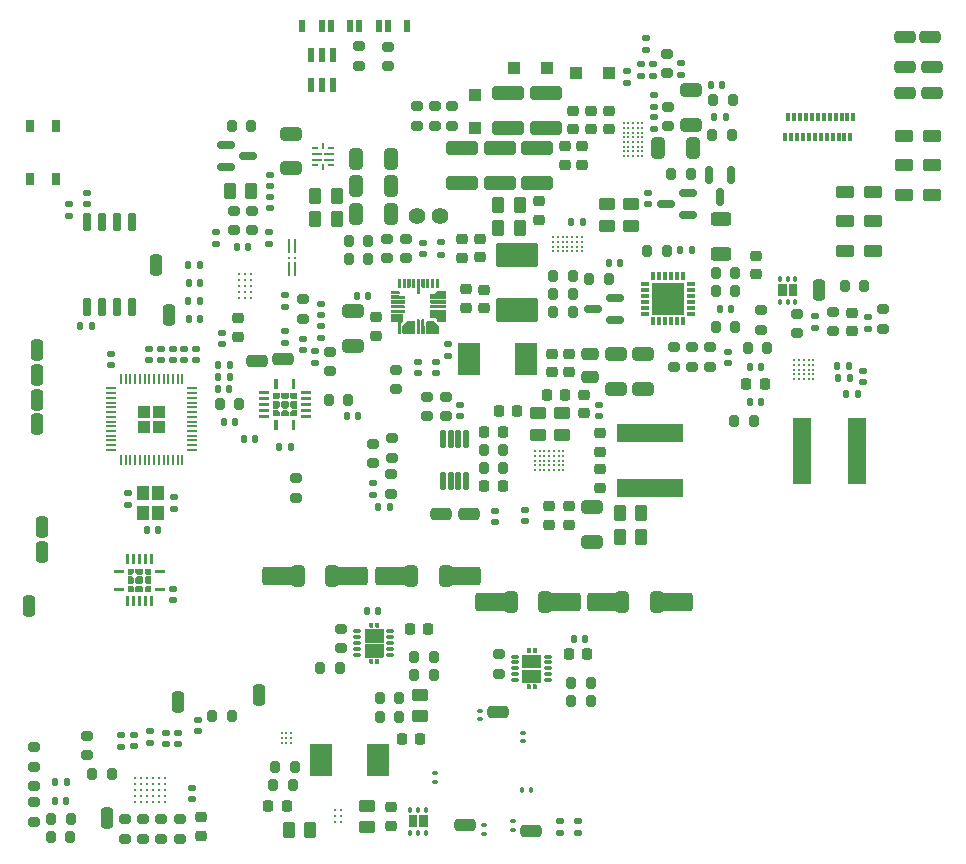
<source format=gbr>
%TF.GenerationSoftware,KiCad,Pcbnew,7.0.6-7.0.6~ubuntu22.04.1*%
%TF.CreationDate,2023-09-28T11:17:32-04:00*%
%TF.ProjectId,robot,726f626f-742e-46b6-9963-61645f706362,rev?*%
%TF.SameCoordinates,PX3938700PY9896800*%
%TF.FileFunction,Paste,Top*%
%TF.FilePolarity,Positive*%
%FSLAX46Y46*%
G04 Gerber Fmt 4.6, Leading zero omitted, Abs format (unit mm)*
G04 Created by KiCad (PCBNEW 7.0.6-7.0.6~ubuntu22.04.1) date 2023-09-28 11:17:32*
%MOMM*%
%LPD*%
G01*
G04 APERTURE LIST*
G04 Aperture macros list*
%AMRoundRect*
0 Rectangle with rounded corners*
0 $1 Rounding radius*
0 $2 $3 $4 $5 $6 $7 $8 $9 X,Y pos of 4 corners*
0 Add a 4 corners polygon primitive as box body*
4,1,4,$2,$3,$4,$5,$6,$7,$8,$9,$2,$3,0*
0 Add four circle primitives for the rounded corners*
1,1,$1+$1,$2,$3*
1,1,$1+$1,$4,$5*
1,1,$1+$1,$6,$7*
1,1,$1+$1,$8,$9*
0 Add four rect primitives between the rounded corners*
20,1,$1+$1,$2,$3,$4,$5,0*
20,1,$1+$1,$4,$5,$6,$7,0*
20,1,$1+$1,$6,$7,$8,$9,0*
20,1,$1+$1,$8,$9,$2,$3,0*%
%AMFreePoly0*
4,1,14,0.349999,-0.020000,0.349801,-0.050000,0.348840,-0.059754,0.345995,-0.069134,0.341374,-0.077778,0.334901,-0.085100,0.327579,-0.091573,0.318935,-0.096194,0.309555,-0.099039,0.299801,-0.100000,-0.349999,-0.100000,-0.349999,0.100000,0.230001,0.100000,0.349999,-0.020000,0.349999,-0.020000,$1*%
%AMFreePoly1*
4,1,23,0.350005,0.050000,0.750005,0.050000,0.759760,0.049039,0.769139,0.046194,0.777783,0.041573,0.785360,0.035355,0.791578,0.027778,0.796199,0.019134,0.799044,0.009754,0.800005,0.000000,0.800005,-0.050000,0.799044,-0.059754,0.796199,-0.069134,0.791578,-0.077778,0.785360,-0.085355,0.777783,-0.091573,0.769139,-0.096194,0.759760,-0.099039,0.750005,-0.100000,-0.350005,-0.100000,
-0.350005,0.100000,0.279995,0.100000,0.350005,0.050000,0.350005,0.050000,$1*%
%AMFreePoly2*
4,1,21,0.759954,0.099341,0.769334,0.096496,0.777978,0.091875,0.785555,0.085657,0.791773,0.078080,0.796394,0.069436,0.799239,0.060056,0.800200,0.050302,0.800005,-0.050000,0.799044,-0.059754,0.796199,-0.069134,0.791578,-0.077778,0.785360,-0.085355,0.777783,-0.091573,0.769139,-0.096193,0.759760,-0.099039,0.750005,-0.100000,-0.350005,-0.100000,-0.350005,0.100000,0.750200,0.100302,
0.759954,0.099341,0.759954,0.099341,$1*%
%AMFreePoly3*
4,1,17,1.027699,-0.250199,1.026738,-0.259953,1.023893,-0.269333,1.019272,-0.277977,1.013054,-0.285554,1.005477,-0.291772,0.996833,-0.296393,0.987454,-0.299238,0.977699,-0.300199,0.427699,-0.300199,0.294699,-0.100199,-0.572301,-0.100199,-0.572301,0.099801,0.427699,0.099801,0.427699,0.699801,1.027699,0.699801,1.027699,-0.250199,1.027699,-0.250199,$1*%
%AMFreePoly4*
4,1,14,0.630399,-0.283899,0.630800,-0.819000,0.629839,-0.828755,0.626994,-0.838134,0.622373,-0.846779,0.616155,-0.854355,0.608578,-0.860574,0.599934,-0.865194,0.590554,-0.868039,0.580800,-0.869000,-0.369601,-0.868899,-0.369601,0.131101,0.228399,0.131101,0.630399,-0.283899,0.630399,-0.283899,$1*%
%AMFreePoly5*
4,1,21,0.534954,0.099341,0.544334,0.096496,0.552978,0.091875,0.560555,0.085657,0.566773,0.078080,0.571394,0.069436,0.574239,0.060056,0.575200,0.050302,0.575005,-0.050000,0.574044,-0.059754,0.571199,-0.069134,0.566578,-0.077778,0.560360,-0.085355,0.552783,-0.091573,0.544139,-0.096194,0.534760,-0.099039,0.525005,-0.100000,-0.575005,-0.100000,-0.575005,0.100000,0.525200,0.100302,
0.534954,0.099341,0.534954,0.099341,$1*%
%AMFreePoly6*
4,1,23,0.534760,0.099039,0.544139,0.096193,0.552783,0.091573,0.560360,0.085355,0.566578,0.077778,0.571199,0.069134,0.574044,0.059754,0.575005,0.050000,0.575005,0.000000,0.574044,-0.009754,0.571199,-0.019134,0.566578,-0.027778,0.560360,-0.035355,0.552783,-0.041573,0.544139,-0.046194,0.534760,-0.049039,0.525005,-0.050000,0.125005,-0.050000,0.054995,-0.100000,-0.575005,-0.100000,
-0.575005,0.100000,0.525005,0.100000,0.534760,0.099039,0.534760,0.099039,$1*%
%AMFreePoly7*
4,1,14,0.590554,0.873440,0.599934,0.870595,0.608578,0.865975,0.616155,0.859756,0.622373,0.852180,0.626994,0.843535,0.629839,0.834156,0.630800,0.824401,0.630399,0.289300,0.228399,-0.125700,-0.369601,-0.125700,-0.369601,0.874300,0.580800,0.874401,0.590554,0.873440,0.590554,0.873440,$1*%
%AMFreePoly8*
4,1,25,0.344206,-0.893600,-0.305794,-0.893600,-0.305794,-0.680600,-0.450794,-0.493600,-0.855999,-0.493902,-0.865753,-0.492941,-0.875133,-0.490096,-0.883777,-0.485475,-0.891354,-0.479257,-0.897572,-0.471680,-0.905038,-0.453656,-0.905999,-0.443902,-0.905804,-0.343600,-0.905999,-0.043903,-0.905804,0.056398,-0.904843,0.066153,-0.901998,0.075532,-0.897378,0.084177,-0.891159,0.091753,-0.883583,0.097971,
-0.874938,0.102592,-0.865559,0.105437,-0.855804,0.106398,0.344206,0.106398,0.344206,-0.893600,0.344206,-0.893600,$1*%
%AMFreePoly9*
4,1,23,0.575005,-0.100000,-0.154995,-0.100000,-0.225005,-0.050000,-0.625005,-0.050000,-0.634760,-0.049039,-0.644139,-0.046193,-0.652783,-0.041573,-0.660360,-0.035355,-0.666578,-0.027778,-0.671199,-0.019134,-0.674044,-0.009754,-0.675005,0.000000,-0.675005,0.050000,-0.674044,0.059754,-0.671199,0.069134,-0.666578,0.077778,-0.660360,0.085355,-0.652783,0.091573,-0.644139,0.096194,-0.634760,0.099039,
-0.625005,0.100000,0.575005,0.100000,0.575005,-0.100000,0.575005,-0.100000,$1*%
%AMFreePoly10*
4,1,21,0.575005,-0.100000,-0.625200,-0.100302,-0.634954,-0.099341,-0.644334,-0.096496,-0.652978,-0.091875,-0.660555,-0.085657,-0.666773,-0.078080,-0.671394,-0.069436,-0.674239,-0.060056,-0.675200,-0.050302,-0.675005,0.050000,-0.674044,0.059754,-0.671199,0.069134,-0.666578,0.077778,-0.660360,0.085355,-0.652783,0.091573,-0.644139,0.096194,-0.634760,0.099039,-0.625005,0.100000,0.575005,0.100000,
0.575005,-0.100000,0.575005,-0.100000,$1*%
%AMFreePoly11*
4,1,22,0.344206,-0.493799,-0.855999,-0.494101,-0.865753,-0.493140,-0.875133,-0.490295,-0.883777,-0.485675,-0.891354,-0.479456,-0.897572,-0.471880,-0.902193,-0.463235,-0.905038,-0.453856,-0.905999,-0.444101,-0.905804,-0.233800,-0.904843,-0.224046,-0.897378,-0.206022,-0.891159,-0.198445,-0.883583,-0.192227,-0.874938,-0.187607,-0.865559,-0.184761,-0.855804,-0.183801,-0.505804,-0.183800,-0.305794,0.106200,
0.344206,0.106200,0.344206,-0.493799,0.344206,-0.493799,$1*%
%AMFreePoly12*
4,1,20,0.349999,0.099999,0.349999,-0.100000,-0.249999,-0.100001,-0.269508,-0.098079,-0.288267,-0.092389,-0.305556,-0.083148,-0.320710,-0.070711,-0.333146,-0.055558,-0.342387,-0.038269,-0.348078,-0.019510,-0.349999,-0.000001,-0.348078,0.019509,-0.342387,0.038268,-0.333146,0.055557,-0.320710,0.070710,-0.305556,0.083146,-0.288267,0.092387,-0.269508,0.098078,-0.249999,0.100000,0.349999,0.099999,
0.349999,0.099999,$1*%
%AMFreePoly13*
4,1,20,0.349999,-0.100000,-0.249999,-0.100000,-0.269508,-0.098079,-0.288267,-0.092388,-0.305556,-0.083147,-0.320710,-0.070711,-0.333146,-0.055557,-0.342387,-0.038269,-0.348078,-0.019509,-0.349999,0.000000,-0.348078,0.019509,-0.342387,0.038268,-0.333146,0.055557,-0.320710,0.070710,-0.305556,0.083147,-0.288267,0.092388,-0.269508,0.098078,-0.249999,0.100000,0.349999,0.100000,0.349999,-0.100000,
0.349999,-0.100000,$1*%
%AMFreePoly14*
4,1,21,0.575005,0.100000,0.575005,-0.100000,-0.525005,-0.100000,-0.534760,-0.099039,-0.544139,-0.096194,-0.552783,-0.091573,-0.560360,-0.085355,-0.566578,-0.077778,-0.571199,-0.069134,-0.574044,-0.059754,-0.575005,-0.050000,-0.575200,0.050302,-0.574239,0.060056,-0.571394,0.069436,-0.566773,0.078080,-0.560555,0.085657,-0.552978,0.091875,-0.544334,0.096496,-0.534954,0.099341,-0.525200,0.100302,
0.575005,0.100000,0.575005,0.100000,$1*%
G04 Aperture macros list end*
%ADD10C,0.100000*%
%ADD11C,0.010000*%
%ADD12R,0.300000X0.700000*%
%ADD13RoundRect,0.200000X-0.200000X-0.275000X0.200000X-0.275000X0.200000X0.275000X-0.200000X0.275000X0*%
%ADD14RoundRect,0.225000X0.225000X0.250000X-0.225000X0.250000X-0.225000X-0.250000X0.225000X-0.250000X0*%
%ADD15RoundRect,0.135000X0.135000X0.185000X-0.135000X0.185000X-0.135000X-0.185000X0.135000X-0.185000X0*%
%ADD16RoundRect,0.050000X-0.200000X0.100000X-0.200000X-0.100000X0.200000X-0.100000X0.200000X0.100000X0*%
%ADD17RoundRect,0.066000X0.209000X-0.434000X0.209000X0.434000X-0.209000X0.434000X-0.209000X-0.434000X0*%
%ADD18RoundRect,0.250000X0.250000X-0.650000X0.250000X0.650000X-0.250000X0.650000X-0.250000X-0.650000X0*%
%ADD19RoundRect,0.200000X-0.275000X0.200000X-0.275000X-0.200000X0.275000X-0.200000X0.275000X0.200000X0*%
%ADD20RoundRect,0.225000X0.250000X-0.225000X0.250000X0.225000X-0.250000X0.225000X-0.250000X-0.225000X0*%
%ADD21RoundRect,0.225000X-0.250000X0.225000X-0.250000X-0.225000X0.250000X-0.225000X0.250000X0.225000X0*%
%ADD22RoundRect,0.140000X-0.170000X0.140000X-0.170000X-0.140000X0.170000X-0.140000X0.170000X0.140000X0*%
%ADD23RoundRect,0.050000X0.200000X-0.100000X0.200000X0.100000X-0.200000X0.100000X-0.200000X-0.100000X0*%
%ADD24RoundRect,0.102000X0.025500X0.025500X-0.025500X0.025500X-0.025500X-0.025500X0.025500X-0.025500X0*%
%ADD25RoundRect,0.140000X0.170000X-0.140000X0.170000X0.140000X-0.170000X0.140000X-0.170000X-0.140000X0*%
%ADD26RoundRect,0.030600X0.224400X-0.554400X0.224400X0.554400X-0.224400X0.554400X-0.224400X-0.554400X0*%
%ADD27RoundRect,0.030600X-0.224400X0.554400X-0.224400X-0.554400X0.224400X-0.554400X0.224400X0.554400X0*%
%ADD28RoundRect,0.250000X0.300000X0.300000X-0.300000X0.300000X-0.300000X-0.300000X0.300000X-0.300000X0*%
%ADD29RoundRect,0.102000X-0.025500X-0.025500X0.025500X-0.025500X0.025500X0.025500X-0.025500X0.025500X0*%
%ADD30RoundRect,0.200000X0.200000X0.275000X-0.200000X0.275000X-0.200000X-0.275000X0.200000X-0.275000X0*%
%ADD31RoundRect,0.140000X0.140000X0.170000X-0.140000X0.170000X-0.140000X-0.170000X0.140000X-0.170000X0*%
%ADD32RoundRect,0.250000X0.650000X0.250000X-0.650000X0.250000X-0.650000X-0.250000X0.650000X-0.250000X0*%
%ADD33RoundRect,0.135000X-0.185000X0.135000X-0.185000X-0.135000X0.185000X-0.135000X0.185000X0.135000X0*%
%ADD34RoundRect,0.150000X0.150000X-0.650000X0.150000X0.650000X-0.150000X0.650000X-0.150000X-0.650000X0*%
%ADD35RoundRect,0.135000X0.185000X-0.135000X0.185000X0.135000X-0.185000X0.135000X-0.185000X-0.135000X0*%
%ADD36RoundRect,0.150000X-0.150000X0.587500X-0.150000X-0.587500X0.150000X-0.587500X0.150000X0.587500X0*%
%ADD37RoundRect,0.250000X0.450000X-0.262500X0.450000X0.262500X-0.450000X0.262500X-0.450000X-0.262500X0*%
%ADD38RoundRect,0.250000X0.262500X0.450000X-0.262500X0.450000X-0.262500X-0.450000X0.262500X-0.450000X0*%
%ADD39RoundRect,0.140000X-0.140000X-0.170000X0.140000X-0.170000X0.140000X0.170000X-0.140000X0.170000X0*%
%ADD40RoundRect,0.200000X0.275000X-0.200000X0.275000X0.200000X-0.275000X0.200000X-0.275000X-0.200000X0*%
%ADD41RoundRect,0.050000X0.237500X-0.075000X0.237500X0.075000X-0.237500X0.075000X-0.237500X-0.075000X0*%
%ADD42RoundRect,0.050000X0.362500X-0.075000X0.362500X0.075000X-0.362500X0.075000X-0.362500X-0.075000X0*%
%ADD43RoundRect,0.050000X-0.075000X-0.237500X0.075000X-0.237500X0.075000X0.237500X-0.075000X0.237500X0*%
%ADD44RoundRect,0.150000X-0.587500X-0.150000X0.587500X-0.150000X0.587500X0.150000X-0.587500X0.150000X0*%
%ADD45RoundRect,0.250000X-0.325000X-0.650000X0.325000X-0.650000X0.325000X0.650000X-0.325000X0.650000X0*%
%ADD46RoundRect,0.250000X-0.250000X0.650000X-0.250000X-0.650000X0.250000X-0.650000X0.250000X0.650000X0*%
%ADD47RoundRect,0.250000X0.650000X-0.325000X0.650000X0.325000X-0.650000X0.325000X-0.650000X-0.325000X0*%
%ADD48RoundRect,0.120000X-0.680000X-0.380000X0.680000X-0.380000X0.680000X0.380000X-0.680000X0.380000X0*%
%ADD49RoundRect,0.250000X-0.650000X-0.250000X0.650000X-0.250000X0.650000X0.250000X-0.650000X0.250000X0*%
%ADD50RoundRect,0.250000X-0.450000X0.262500X-0.450000X-0.262500X0.450000X-0.262500X0.450000X0.262500X0*%
%ADD51RoundRect,0.250000X-1.500000X-0.550000X1.500000X-0.550000X1.500000X0.550000X-1.500000X0.550000X0*%
%ADD52RoundRect,0.150000X0.587500X0.150000X-0.587500X0.150000X-0.587500X-0.150000X0.587500X-0.150000X0*%
%ADD53RoundRect,0.012000X0.288000X0.108000X-0.288000X0.108000X-0.288000X-0.108000X0.288000X-0.108000X0*%
%ADD54RoundRect,0.225000X-0.225000X-0.250000X0.225000X-0.250000X0.225000X0.250000X-0.225000X0.250000X0*%
%ADD55RoundRect,0.033333X0.116667X-0.191667X0.116667X0.191667X-0.116667X0.191667X-0.116667X-0.191667X0*%
%ADD56RoundRect,0.250000X-0.650000X0.325000X-0.650000X-0.325000X0.650000X-0.325000X0.650000X0.325000X0*%
%ADD57RoundRect,0.250000X-1.100000X0.325000X-1.100000X-0.325000X1.100000X-0.325000X1.100000X0.325000X0*%
%ADD58RoundRect,0.135000X-0.135000X-0.185000X0.135000X-0.185000X0.135000X0.185000X-0.135000X0.185000X0*%
%ADD59R,1.000000X1.200000*%
%ADD60RoundRect,0.250000X1.500000X0.550000X-1.500000X0.550000X-1.500000X-0.550000X1.500000X-0.550000X0*%
%ADD61RoundRect,0.250000X0.325000X0.650000X-0.325000X0.650000X-0.325000X-0.650000X0.325000X-0.650000X0*%
%ADD62R,0.750000X0.300000*%
%ADD63R,0.300000X0.750000*%
%ADD64R,2.700000X2.700000*%
%ADD65RoundRect,0.147500X-0.147500X-0.172500X0.147500X-0.172500X0.147500X0.172500X-0.147500X0.172500X0*%
%ADD66RoundRect,0.125000X0.000000X0.500000X0.000000X-0.500000X0.000000X-0.500000X0.000000X0.500000X0*%
%ADD67C,0.250000*%
%ADD68RoundRect,0.147500X0.172500X-0.147500X0.172500X0.147500X-0.172500X0.147500X-0.172500X-0.147500X0*%
%ADD69R,1.905000X2.790000*%
%ADD70C,1.400000*%
%ADD71RoundRect,0.250000X0.300000X-0.300000X0.300000X0.300000X-0.300000X0.300000X-0.300000X-0.300000X0*%
%ADD72RoundRect,0.250000X0.625000X-0.312500X0.625000X0.312500X-0.625000X0.312500X-0.625000X-0.312500X0*%
%ADD73RoundRect,0.050000X1.700000X-0.950000X1.700000X0.950000X-1.700000X0.950000X-1.700000X-0.950000X0*%
%ADD74RoundRect,0.120000X0.680000X0.380000X-0.680000X0.380000X-0.680000X-0.380000X0.680000X-0.380000X0*%
%ADD75RoundRect,0.250000X0.475000X-0.250000X0.475000X0.250000X-0.475000X0.250000X-0.475000X-0.250000X0*%
%ADD76R,1.600200X5.689600*%
%ADD77C,0.260000*%
%ADD78R,0.711200X0.990600*%
%ADD79RoundRect,0.250000X-0.292217X-0.292217X0.292217X-0.292217X0.292217X0.292217X-0.292217X0.292217X0*%
%ADD80RoundRect,0.050000X-0.387500X-0.050000X0.387500X-0.050000X0.387500X0.050000X-0.387500X0.050000X0*%
%ADD81RoundRect,0.050000X-0.050000X-0.387500X0.050000X-0.387500X0.050000X0.387500X-0.050000X0.387500X0*%
%ADD82RoundRect,0.020000X0.180000X-0.690000X0.180000X0.690000X-0.180000X0.690000X-0.180000X-0.690000X0*%
%ADD83R,5.689600X1.600200*%
%ADD84RoundRect,0.050000X0.100000X0.200000X-0.100000X0.200000X-0.100000X-0.200000X0.100000X-0.200000X0*%
%ADD85FreePoly0,0.000000*%
%ADD86FreePoly1,0.000000*%
%ADD87FreePoly2,0.000000*%
%ADD88R,0.127000X0.127000*%
%ADD89FreePoly3,90.000000*%
%ADD90FreePoly4,90.000000*%
%ADD91FreePoly5,90.000000*%
%ADD92FreePoly6,90.000000*%
%ADD93FreePoly7,90.000000*%
%ADD94FreePoly8,0.000000*%
%ADD95FreePoly9,0.000000*%
%ADD96FreePoly10,0.000000*%
%ADD97FreePoly11,0.000000*%
%ADD98FreePoly12,90.000000*%
%ADD99FreePoly13,90.000000*%
%ADD100FreePoly14,90.000000*%
G04 APERTURE END LIST*
%TO.C,Q5*%
D10*
X25270544Y36420745D02*
X24522260Y36420745D01*
X24522260Y36599053D01*
X25270544Y36599053D01*
X25270544Y36420745D01*
G36*
X25270544Y36420745D02*
G01*
X24522260Y36420745D01*
X24522260Y36599053D01*
X25270544Y36599053D01*
X25270544Y36420745D01*
G37*
X25270544Y36920747D02*
X24522260Y36920747D01*
X24522260Y37099055D01*
X25270544Y37099055D01*
X25270544Y36920747D01*
G36*
X25270544Y36920747D02*
G01*
X24522260Y36920747D01*
X24522260Y37099055D01*
X25270544Y37099055D01*
X25270544Y36920747D01*
G37*
X25270544Y37420746D02*
X24522260Y37420746D01*
X24522260Y37599054D01*
X25270544Y37599054D01*
X25270544Y37420746D01*
G36*
X25270544Y37420746D02*
G01*
X24522260Y37420746D01*
X24522260Y37599054D01*
X25270544Y37599054D01*
X25270544Y37420746D01*
G37*
X25270544Y37920745D02*
X24522260Y37920745D01*
X24522260Y38099053D01*
X25270544Y38099053D01*
X25270544Y37920745D01*
G36*
X25270544Y37920745D02*
G01*
X24522260Y37920745D01*
X24522260Y38099053D01*
X25270544Y38099053D01*
X25270544Y37920745D01*
G37*
X25270544Y38420747D02*
X24522260Y38420747D01*
X24522260Y38599055D01*
X25270544Y38599055D01*
X25270544Y38420747D01*
G36*
X25270544Y38420747D02*
G01*
X24522260Y38420747D01*
X24522260Y38599055D01*
X25270544Y38599055D01*
X25270544Y38420747D01*
G37*
X23966556Y35404758D02*
X23788248Y35404758D01*
X23788248Y36153042D01*
X23966556Y36153042D01*
X23966556Y35404758D01*
G36*
X23966556Y35404758D02*
G01*
X23788248Y35404758D01*
X23788248Y36153042D01*
X23966556Y36153042D01*
X23966556Y35404758D01*
G37*
X23966556Y38866758D02*
X23788248Y38866758D01*
X23788248Y39615042D01*
X23966556Y39615042D01*
X23966556Y38866758D01*
G36*
X23966556Y38866758D02*
G01*
X23788248Y38866758D01*
X23788248Y39615042D01*
X23966556Y39615042D01*
X23966556Y38866758D01*
G37*
X22466554Y35404758D02*
X22288246Y35404758D01*
X22288246Y36153042D01*
X22466554Y36153042D01*
X22466554Y35404758D01*
G36*
X22466554Y35404758D02*
G01*
X22288246Y35404758D01*
X22288246Y36153042D01*
X22466554Y36153042D01*
X22466554Y35404758D01*
G37*
X22466554Y38866758D02*
X22288246Y38866758D01*
X22288246Y39615042D01*
X22466554Y39615042D01*
X22466554Y38866758D01*
G36*
X22466554Y38866758D02*
G01*
X22288246Y38866758D01*
X22288246Y39615042D01*
X22466554Y39615042D01*
X22466554Y38866758D01*
G37*
X21732542Y36420745D02*
X20984258Y36420745D01*
X20984258Y36599053D01*
X21732542Y36599053D01*
X21732542Y36420745D01*
G36*
X21732542Y36420745D02*
G01*
X20984258Y36420745D01*
X20984258Y36599053D01*
X21732542Y36599053D01*
X21732542Y36420745D01*
G37*
X21732542Y36920747D02*
X20984258Y36920747D01*
X20984258Y37099055D01*
X21732542Y37099055D01*
X21732542Y36920747D01*
G36*
X21732542Y36920747D02*
G01*
X20984258Y36920747D01*
X20984258Y37099055D01*
X21732542Y37099055D01*
X21732542Y36920747D01*
G37*
X21732542Y37420746D02*
X20984258Y37420746D01*
X20984258Y37599054D01*
X21732542Y37599054D01*
X21732542Y37420746D01*
G36*
X21732542Y37420746D02*
G01*
X20984258Y37420746D01*
X20984258Y37599054D01*
X21732542Y37599054D01*
X21732542Y37420746D01*
G37*
X21732542Y37920745D02*
X20984258Y37920745D01*
X20984258Y38099053D01*
X21732542Y38099053D01*
X21732542Y37920745D01*
G36*
X21732542Y37920745D02*
G01*
X20984258Y37920745D01*
X20984258Y38099053D01*
X21732542Y38099053D01*
X21732542Y37920745D01*
G37*
X21732542Y38420747D02*
X20984258Y38420747D01*
X20984258Y38599055D01*
X21732542Y38599055D01*
X21732542Y38420747D01*
G36*
X21732542Y38420747D02*
G01*
X20984258Y38420747D01*
X20984258Y38599055D01*
X21732542Y38599055D01*
X21732542Y38420747D01*
G37*
X24077471Y36559830D02*
X23621101Y36559830D01*
X23621101Y36874779D01*
X23762522Y37016200D01*
X24077471Y37016200D01*
X24077471Y36559830D01*
G36*
X24077471Y36559830D02*
G01*
X23621101Y36559830D01*
X23621101Y36874779D01*
X23762522Y37016200D01*
X24077471Y37016200D01*
X24077471Y36559830D01*
G37*
X24077471Y38003600D02*
X23762522Y38003600D01*
X23621101Y38145021D01*
X23621101Y38459970D01*
X24077471Y38459970D01*
X24077471Y38003600D01*
G36*
X24077471Y38003600D02*
G01*
X23762522Y38003600D01*
X23621101Y38145021D01*
X23621101Y38459970D01*
X24077471Y38459970D01*
X24077471Y38003600D01*
G37*
X22633701Y36874779D02*
X22633701Y36559830D01*
X22177331Y36559830D01*
X22177331Y37016200D01*
X22492280Y37016200D01*
X22633701Y36874779D01*
G36*
X22633701Y36874779D02*
G01*
X22633701Y36559830D01*
X22177331Y36559830D01*
X22177331Y37016200D01*
X22492280Y37016200D01*
X22633701Y36874779D01*
G37*
X22633701Y38145021D02*
X22492280Y38003600D01*
X22177331Y38003600D01*
X22177331Y38459970D01*
X22633701Y38459970D01*
X22633701Y38145021D01*
G36*
X22633701Y38145021D02*
G01*
X22492280Y38003600D01*
X22177331Y38003600D01*
X22177331Y38459970D01*
X22633701Y38459970D01*
X22633701Y38145021D01*
G37*
X24077471Y37216200D02*
X23762522Y37216200D01*
X23621101Y37357621D01*
X23621101Y37662179D01*
X23762522Y37803600D01*
X24077471Y37803600D01*
X24077471Y37216200D01*
G36*
X24077471Y37216200D02*
G01*
X23762522Y37216200D01*
X23621101Y37357621D01*
X23621101Y37662179D01*
X23762522Y37803600D01*
X24077471Y37803600D01*
X24077471Y37216200D01*
G37*
X23421101Y36874779D02*
X23421101Y36559830D01*
X22833701Y36559830D01*
X22833701Y36874779D01*
X22975122Y37016200D01*
X23279680Y37016200D01*
X23421101Y36874779D01*
G36*
X23421101Y36874779D02*
G01*
X23421101Y36559830D01*
X22833701Y36559830D01*
X22833701Y36874779D01*
X22975122Y37016200D01*
X23279680Y37016200D01*
X23421101Y36874779D01*
G37*
X23421101Y38145021D02*
X23279680Y38003600D01*
X22975122Y38003600D01*
X22833701Y38145021D01*
X22833701Y38459970D01*
X23421101Y38459970D01*
X23421101Y38145021D01*
G36*
X23421101Y38145021D02*
G01*
X23279680Y38003600D01*
X22975122Y38003600D01*
X22833701Y38145021D01*
X22833701Y38459970D01*
X23421101Y38459970D01*
X23421101Y38145021D01*
G37*
X22633701Y37662179D02*
X22633701Y37357621D01*
X22492280Y37216200D01*
X22177331Y37216200D01*
X22177331Y37803600D01*
X22492280Y37803600D01*
X22633701Y37662179D01*
G36*
X22633701Y37662179D02*
G01*
X22633701Y37357621D01*
X22492280Y37216200D01*
X22177331Y37216200D01*
X22177331Y37803600D01*
X22492280Y37803600D01*
X22633701Y37662179D01*
G37*
X23421101Y37662179D02*
X23421101Y37357621D01*
X23279680Y37216200D01*
X22975122Y37216200D01*
X22833701Y37357621D01*
X22833701Y37662179D01*
X22975122Y37803600D01*
X23279680Y37803600D01*
X23421101Y37662179D01*
G36*
X23421101Y37662179D02*
G01*
X23421101Y37357621D01*
X23279680Y37216200D01*
X22975122Y37216200D01*
X22833701Y37357621D01*
X22833701Y37662179D01*
X22975122Y37803600D01*
X23279680Y37803600D01*
X23421101Y37662179D01*
G37*
%TO.C,U9*%
D11*
X31044130Y15947471D02*
X31046130Y15947471D01*
X31049130Y15946471D01*
X31051130Y15946471D01*
X31054130Y15945471D01*
X31056130Y15944471D01*
X31059130Y15943471D01*
X31061130Y15941471D01*
X31063130Y15940471D01*
X31065130Y15938471D01*
X31067130Y15937471D01*
X31069130Y15935471D01*
X31071130Y15933471D01*
X31073130Y15931471D01*
X31075130Y15929471D01*
X31076130Y15927471D01*
X31078130Y15925471D01*
X31079130Y15923471D01*
X31081130Y15921471D01*
X31082130Y15918471D01*
X31083130Y15916471D01*
X31084130Y15913471D01*
X31084130Y15911471D01*
X31085130Y15908471D01*
X31085130Y15906471D01*
X31086130Y15903471D01*
X31086130Y15901471D01*
X31086130Y15898471D01*
X31086130Y15658471D01*
X31086130Y15655471D01*
X31086130Y15653471D01*
X31085130Y15650471D01*
X31085130Y15648471D01*
X31084130Y15645471D01*
X31084130Y15643471D01*
X31083130Y15640471D01*
X31082130Y15638471D01*
X31081130Y15635471D01*
X31079130Y15633471D01*
X31078130Y15631471D01*
X31076130Y15629471D01*
X31075130Y15627471D01*
X31073130Y15625471D01*
X31071130Y15623471D01*
X31069130Y15621471D01*
X31067130Y15619471D01*
X31065130Y15618471D01*
X31063130Y15616471D01*
X31061130Y15615471D01*
X31059130Y15613471D01*
X31056130Y15612471D01*
X31054130Y15611471D01*
X31051130Y15610471D01*
X31049130Y15610471D01*
X31046130Y15609471D01*
X31044130Y15609471D01*
X31041130Y15608471D01*
X31039130Y15608471D01*
X31036130Y15608471D01*
X30886130Y15608471D01*
X30883130Y15608471D01*
X30881130Y15608471D01*
X30878130Y15609471D01*
X30876130Y15609471D01*
X30873130Y15610471D01*
X30871130Y15610471D01*
X30868130Y15611471D01*
X30866130Y15612471D01*
X30863130Y15613471D01*
X30861130Y15615471D01*
X30859130Y15616471D01*
X30857130Y15618471D01*
X30855130Y15619471D01*
X30853130Y15621471D01*
X30851130Y15623471D01*
X30849130Y15625471D01*
X30847130Y15627471D01*
X30846130Y15629471D01*
X30844130Y15631471D01*
X30843130Y15633471D01*
X30841130Y15635471D01*
X30840130Y15638471D01*
X30839130Y15640471D01*
X30838130Y15643471D01*
X30838130Y15645471D01*
X30837130Y15648471D01*
X30837130Y15650471D01*
X30836130Y15653471D01*
X30836130Y15655471D01*
X30836130Y15658471D01*
X30836130Y15898471D01*
X30836130Y15901471D01*
X30836130Y15903471D01*
X30837130Y15906471D01*
X30837130Y15908471D01*
X30838130Y15911471D01*
X30838130Y15913471D01*
X30839130Y15916471D01*
X30840130Y15918471D01*
X30841130Y15921471D01*
X30843130Y15923471D01*
X30844130Y15925471D01*
X30846130Y15927471D01*
X30847130Y15929471D01*
X30849130Y15931471D01*
X30851130Y15933471D01*
X30853130Y15935471D01*
X30855130Y15937471D01*
X30857130Y15938471D01*
X30859130Y15940471D01*
X30861130Y15941471D01*
X30863130Y15943471D01*
X30866130Y15944471D01*
X30868130Y15945471D01*
X30871130Y15946471D01*
X30873130Y15946471D01*
X30876130Y15947471D01*
X30878130Y15947471D01*
X30881130Y15948471D01*
X30883130Y15948471D01*
X30886130Y15948471D01*
X31036130Y15948471D01*
X31039130Y15948471D01*
X31041130Y15948471D01*
X31044130Y15947471D01*
G36*
X31044130Y15947471D02*
G01*
X31046130Y15947471D01*
X31049130Y15946471D01*
X31051130Y15946471D01*
X31054130Y15945471D01*
X31056130Y15944471D01*
X31059130Y15943471D01*
X31061130Y15941471D01*
X31063130Y15940471D01*
X31065130Y15938471D01*
X31067130Y15937471D01*
X31069130Y15935471D01*
X31071130Y15933471D01*
X31073130Y15931471D01*
X31075130Y15929471D01*
X31076130Y15927471D01*
X31078130Y15925471D01*
X31079130Y15923471D01*
X31081130Y15921471D01*
X31082130Y15918471D01*
X31083130Y15916471D01*
X31084130Y15913471D01*
X31084130Y15911471D01*
X31085130Y15908471D01*
X31085130Y15906471D01*
X31086130Y15903471D01*
X31086130Y15901471D01*
X31086130Y15898471D01*
X31086130Y15658471D01*
X31086130Y15655471D01*
X31086130Y15653471D01*
X31085130Y15650471D01*
X31085130Y15648471D01*
X31084130Y15645471D01*
X31084130Y15643471D01*
X31083130Y15640471D01*
X31082130Y15638471D01*
X31081130Y15635471D01*
X31079130Y15633471D01*
X31078130Y15631471D01*
X31076130Y15629471D01*
X31075130Y15627471D01*
X31073130Y15625471D01*
X31071130Y15623471D01*
X31069130Y15621471D01*
X31067130Y15619471D01*
X31065130Y15618471D01*
X31063130Y15616471D01*
X31061130Y15615471D01*
X31059130Y15613471D01*
X31056130Y15612471D01*
X31054130Y15611471D01*
X31051130Y15610471D01*
X31049130Y15610471D01*
X31046130Y15609471D01*
X31044130Y15609471D01*
X31041130Y15608471D01*
X31039130Y15608471D01*
X31036130Y15608471D01*
X30886130Y15608471D01*
X30883130Y15608471D01*
X30881130Y15608471D01*
X30878130Y15609471D01*
X30876130Y15609471D01*
X30873130Y15610471D01*
X30871130Y15610471D01*
X30868130Y15611471D01*
X30866130Y15612471D01*
X30863130Y15613471D01*
X30861130Y15615471D01*
X30859130Y15616471D01*
X30857130Y15618471D01*
X30855130Y15619471D01*
X30853130Y15621471D01*
X30851130Y15623471D01*
X30849130Y15625471D01*
X30847130Y15627471D01*
X30846130Y15629471D01*
X30844130Y15631471D01*
X30843130Y15633471D01*
X30841130Y15635471D01*
X30840130Y15638471D01*
X30839130Y15640471D01*
X30838130Y15643471D01*
X30838130Y15645471D01*
X30837130Y15648471D01*
X30837130Y15650471D01*
X30836130Y15653471D01*
X30836130Y15655471D01*
X30836130Y15658471D01*
X30836130Y15898471D01*
X30836130Y15901471D01*
X30836130Y15903471D01*
X30837130Y15906471D01*
X30837130Y15908471D01*
X30838130Y15911471D01*
X30838130Y15913471D01*
X30839130Y15916471D01*
X30840130Y15918471D01*
X30841130Y15921471D01*
X30843130Y15923471D01*
X30844130Y15925471D01*
X30846130Y15927471D01*
X30847130Y15929471D01*
X30849130Y15931471D01*
X30851130Y15933471D01*
X30853130Y15935471D01*
X30855130Y15937471D01*
X30857130Y15938471D01*
X30859130Y15940471D01*
X30861130Y15941471D01*
X30863130Y15943471D01*
X30866130Y15944471D01*
X30868130Y15945471D01*
X30871130Y15946471D01*
X30873130Y15946471D01*
X30876130Y15947471D01*
X30878130Y15947471D01*
X30881130Y15948471D01*
X30883130Y15948471D01*
X30886130Y15948471D01*
X31036130Y15948471D01*
X31039130Y15948471D01*
X31041130Y15948471D01*
X31044130Y15947471D01*
G37*
X31044130Y19007471D02*
X31046130Y19007471D01*
X31049130Y19006471D01*
X31051130Y19006471D01*
X31054130Y19005471D01*
X31056130Y19004471D01*
X31059130Y19003471D01*
X31061130Y19001471D01*
X31063130Y19000471D01*
X31065130Y18998471D01*
X31067130Y18997471D01*
X31069130Y18995471D01*
X31071130Y18993471D01*
X31073130Y18991471D01*
X31075130Y18989471D01*
X31076130Y18987471D01*
X31078130Y18985471D01*
X31079130Y18983471D01*
X31081130Y18981471D01*
X31082130Y18978471D01*
X31083130Y18976471D01*
X31084130Y18973471D01*
X31084130Y18971471D01*
X31085130Y18968471D01*
X31085130Y18966471D01*
X31086130Y18963471D01*
X31086130Y18961471D01*
X31086130Y18958471D01*
X31086130Y18718471D01*
X31086130Y18715471D01*
X31086130Y18713471D01*
X31085130Y18710471D01*
X31085130Y18708471D01*
X31084130Y18705471D01*
X31084130Y18703471D01*
X31083130Y18700471D01*
X31082130Y18698471D01*
X31081130Y18695471D01*
X31079130Y18693471D01*
X31078130Y18691471D01*
X31076130Y18689471D01*
X31075130Y18687471D01*
X31073130Y18685471D01*
X31071130Y18683471D01*
X31069130Y18681471D01*
X31067130Y18679471D01*
X31065130Y18678471D01*
X31063130Y18676471D01*
X31061130Y18675471D01*
X31059130Y18673471D01*
X31056130Y18672471D01*
X31054130Y18671471D01*
X31051130Y18670471D01*
X31049130Y18670471D01*
X31046130Y18669471D01*
X31044130Y18669471D01*
X31041130Y18668471D01*
X31039130Y18668471D01*
X31036130Y18668471D01*
X30886130Y18668471D01*
X30883130Y18668471D01*
X30881130Y18668471D01*
X30878130Y18669471D01*
X30876130Y18669471D01*
X30873130Y18670471D01*
X30871130Y18670471D01*
X30868130Y18671471D01*
X30866130Y18672471D01*
X30863130Y18673471D01*
X30861130Y18675471D01*
X30859130Y18676471D01*
X30857130Y18678471D01*
X30855130Y18679471D01*
X30853130Y18681471D01*
X30851130Y18683471D01*
X30849130Y18685471D01*
X30847130Y18687471D01*
X30846130Y18689471D01*
X30844130Y18691471D01*
X30843130Y18693471D01*
X30841130Y18695471D01*
X30840130Y18698471D01*
X30839130Y18700471D01*
X30838130Y18703471D01*
X30838130Y18705471D01*
X30837130Y18708471D01*
X30837130Y18710471D01*
X30836130Y18713471D01*
X30836130Y18715471D01*
X30836130Y18718471D01*
X30836130Y18958471D01*
X30836130Y18961471D01*
X30836130Y18963471D01*
X30837130Y18966471D01*
X30837130Y18968471D01*
X30838130Y18971471D01*
X30838130Y18973471D01*
X30839130Y18976471D01*
X30840130Y18978471D01*
X30841130Y18981471D01*
X30843130Y18983471D01*
X30844130Y18985471D01*
X30846130Y18987471D01*
X30847130Y18989471D01*
X30849130Y18991471D01*
X30851130Y18993471D01*
X30853130Y18995471D01*
X30855130Y18997471D01*
X30857130Y18998471D01*
X30859130Y19000471D01*
X30861130Y19001471D01*
X30863130Y19003471D01*
X30866130Y19004471D01*
X30868130Y19005471D01*
X30871130Y19006471D01*
X30873130Y19006471D01*
X30876130Y19007471D01*
X30878130Y19007471D01*
X30881130Y19008471D01*
X30883130Y19008471D01*
X30886130Y19008471D01*
X31036130Y19008471D01*
X31039130Y19008471D01*
X31041130Y19008471D01*
X31044130Y19007471D01*
G36*
X31044130Y19007471D02*
G01*
X31046130Y19007471D01*
X31049130Y19006471D01*
X31051130Y19006471D01*
X31054130Y19005471D01*
X31056130Y19004471D01*
X31059130Y19003471D01*
X31061130Y19001471D01*
X31063130Y19000471D01*
X31065130Y18998471D01*
X31067130Y18997471D01*
X31069130Y18995471D01*
X31071130Y18993471D01*
X31073130Y18991471D01*
X31075130Y18989471D01*
X31076130Y18987471D01*
X31078130Y18985471D01*
X31079130Y18983471D01*
X31081130Y18981471D01*
X31082130Y18978471D01*
X31083130Y18976471D01*
X31084130Y18973471D01*
X31084130Y18971471D01*
X31085130Y18968471D01*
X31085130Y18966471D01*
X31086130Y18963471D01*
X31086130Y18961471D01*
X31086130Y18958471D01*
X31086130Y18718471D01*
X31086130Y18715471D01*
X31086130Y18713471D01*
X31085130Y18710471D01*
X31085130Y18708471D01*
X31084130Y18705471D01*
X31084130Y18703471D01*
X31083130Y18700471D01*
X31082130Y18698471D01*
X31081130Y18695471D01*
X31079130Y18693471D01*
X31078130Y18691471D01*
X31076130Y18689471D01*
X31075130Y18687471D01*
X31073130Y18685471D01*
X31071130Y18683471D01*
X31069130Y18681471D01*
X31067130Y18679471D01*
X31065130Y18678471D01*
X31063130Y18676471D01*
X31061130Y18675471D01*
X31059130Y18673471D01*
X31056130Y18672471D01*
X31054130Y18671471D01*
X31051130Y18670471D01*
X31049130Y18670471D01*
X31046130Y18669471D01*
X31044130Y18669471D01*
X31041130Y18668471D01*
X31039130Y18668471D01*
X31036130Y18668471D01*
X30886130Y18668471D01*
X30883130Y18668471D01*
X30881130Y18668471D01*
X30878130Y18669471D01*
X30876130Y18669471D01*
X30873130Y18670471D01*
X30871130Y18670471D01*
X30868130Y18671471D01*
X30866130Y18672471D01*
X30863130Y18673471D01*
X30861130Y18675471D01*
X30859130Y18676471D01*
X30857130Y18678471D01*
X30855130Y18679471D01*
X30853130Y18681471D01*
X30851130Y18683471D01*
X30849130Y18685471D01*
X30847130Y18687471D01*
X30846130Y18689471D01*
X30844130Y18691471D01*
X30843130Y18693471D01*
X30841130Y18695471D01*
X30840130Y18698471D01*
X30839130Y18700471D01*
X30838130Y18703471D01*
X30838130Y18705471D01*
X30837130Y18708471D01*
X30837130Y18710471D01*
X30836130Y18713471D01*
X30836130Y18715471D01*
X30836130Y18718471D01*
X30836130Y18958471D01*
X30836130Y18961471D01*
X30836130Y18963471D01*
X30837130Y18966471D01*
X30837130Y18968471D01*
X30838130Y18971471D01*
X30838130Y18973471D01*
X30839130Y18976471D01*
X30840130Y18978471D01*
X30841130Y18981471D01*
X30843130Y18983471D01*
X30844130Y18985471D01*
X30846130Y18987471D01*
X30847130Y18989471D01*
X30849130Y18991471D01*
X30851130Y18993471D01*
X30853130Y18995471D01*
X30855130Y18997471D01*
X30857130Y18998471D01*
X30859130Y19000471D01*
X30861130Y19001471D01*
X30863130Y19003471D01*
X30866130Y19004471D01*
X30868130Y19005471D01*
X30871130Y19006471D01*
X30873130Y19006471D01*
X30876130Y19007471D01*
X30878130Y19007471D01*
X30881130Y19008471D01*
X30883130Y19008471D01*
X30886130Y19008471D01*
X31036130Y19008471D01*
X31039130Y19008471D01*
X31041130Y19008471D01*
X31044130Y19007471D01*
G37*
X30544130Y15947471D02*
X30546130Y15947471D01*
X30549130Y15946471D01*
X30551130Y15946471D01*
X30554130Y15945471D01*
X30556130Y15944471D01*
X30559130Y15943471D01*
X30561130Y15941471D01*
X30563130Y15940471D01*
X30565130Y15938471D01*
X30567130Y15937471D01*
X30569130Y15935471D01*
X30571130Y15933471D01*
X30573130Y15931471D01*
X30575130Y15929471D01*
X30576130Y15927471D01*
X30578130Y15925471D01*
X30579130Y15923471D01*
X30581130Y15921471D01*
X30582130Y15918471D01*
X30583130Y15916471D01*
X30584130Y15913471D01*
X30584130Y15911471D01*
X30585130Y15908471D01*
X30585130Y15906471D01*
X30586130Y15903471D01*
X30586130Y15901471D01*
X30586130Y15898471D01*
X30586130Y15658471D01*
X30586130Y15655471D01*
X30586130Y15653471D01*
X30585130Y15650471D01*
X30585130Y15648471D01*
X30584130Y15645471D01*
X30584130Y15643471D01*
X30583130Y15640471D01*
X30582130Y15638471D01*
X30581130Y15635471D01*
X30579130Y15633471D01*
X30578130Y15631471D01*
X30576130Y15629471D01*
X30575130Y15627471D01*
X30573130Y15625471D01*
X30571130Y15623471D01*
X30569130Y15621471D01*
X30567130Y15619471D01*
X30565130Y15618471D01*
X30563130Y15616471D01*
X30561130Y15615471D01*
X30559130Y15613471D01*
X30556130Y15612471D01*
X30554130Y15611471D01*
X30551130Y15610471D01*
X30549130Y15610471D01*
X30546130Y15609471D01*
X30544130Y15609471D01*
X30541130Y15608471D01*
X30539130Y15608471D01*
X30536130Y15608471D01*
X30386130Y15608471D01*
X30383130Y15608471D01*
X30381130Y15608471D01*
X30378130Y15609471D01*
X30376130Y15609471D01*
X30373130Y15610471D01*
X30371130Y15610471D01*
X30368130Y15611471D01*
X30366130Y15612471D01*
X30363130Y15613471D01*
X30361130Y15615471D01*
X30359130Y15616471D01*
X30357130Y15618471D01*
X30355130Y15619471D01*
X30353130Y15621471D01*
X30351130Y15623471D01*
X30349130Y15625471D01*
X30347130Y15627471D01*
X30346130Y15629471D01*
X30344130Y15631471D01*
X30343130Y15633471D01*
X30341130Y15635471D01*
X30340130Y15638471D01*
X30339130Y15640471D01*
X30338130Y15643471D01*
X30338130Y15645471D01*
X30337130Y15648471D01*
X30337130Y15650471D01*
X30336130Y15653471D01*
X30336130Y15655471D01*
X30336130Y15658471D01*
X30336130Y15898471D01*
X30336130Y15901471D01*
X30336130Y15903471D01*
X30337130Y15906471D01*
X30337130Y15908471D01*
X30338130Y15911471D01*
X30338130Y15913471D01*
X30339130Y15916471D01*
X30340130Y15918471D01*
X30341130Y15921471D01*
X30343130Y15923471D01*
X30344130Y15925471D01*
X30346130Y15927471D01*
X30347130Y15929471D01*
X30349130Y15931471D01*
X30351130Y15933471D01*
X30353130Y15935471D01*
X30355130Y15937471D01*
X30357130Y15938471D01*
X30359130Y15940471D01*
X30361130Y15941471D01*
X30363130Y15943471D01*
X30366130Y15944471D01*
X30368130Y15945471D01*
X30371130Y15946471D01*
X30373130Y15946471D01*
X30376130Y15947471D01*
X30378130Y15947471D01*
X30381130Y15948471D01*
X30383130Y15948471D01*
X30386130Y15948471D01*
X30536130Y15948471D01*
X30539130Y15948471D01*
X30541130Y15948471D01*
X30544130Y15947471D01*
G36*
X30544130Y15947471D02*
G01*
X30546130Y15947471D01*
X30549130Y15946471D01*
X30551130Y15946471D01*
X30554130Y15945471D01*
X30556130Y15944471D01*
X30559130Y15943471D01*
X30561130Y15941471D01*
X30563130Y15940471D01*
X30565130Y15938471D01*
X30567130Y15937471D01*
X30569130Y15935471D01*
X30571130Y15933471D01*
X30573130Y15931471D01*
X30575130Y15929471D01*
X30576130Y15927471D01*
X30578130Y15925471D01*
X30579130Y15923471D01*
X30581130Y15921471D01*
X30582130Y15918471D01*
X30583130Y15916471D01*
X30584130Y15913471D01*
X30584130Y15911471D01*
X30585130Y15908471D01*
X30585130Y15906471D01*
X30586130Y15903471D01*
X30586130Y15901471D01*
X30586130Y15898471D01*
X30586130Y15658471D01*
X30586130Y15655471D01*
X30586130Y15653471D01*
X30585130Y15650471D01*
X30585130Y15648471D01*
X30584130Y15645471D01*
X30584130Y15643471D01*
X30583130Y15640471D01*
X30582130Y15638471D01*
X30581130Y15635471D01*
X30579130Y15633471D01*
X30578130Y15631471D01*
X30576130Y15629471D01*
X30575130Y15627471D01*
X30573130Y15625471D01*
X30571130Y15623471D01*
X30569130Y15621471D01*
X30567130Y15619471D01*
X30565130Y15618471D01*
X30563130Y15616471D01*
X30561130Y15615471D01*
X30559130Y15613471D01*
X30556130Y15612471D01*
X30554130Y15611471D01*
X30551130Y15610471D01*
X30549130Y15610471D01*
X30546130Y15609471D01*
X30544130Y15609471D01*
X30541130Y15608471D01*
X30539130Y15608471D01*
X30536130Y15608471D01*
X30386130Y15608471D01*
X30383130Y15608471D01*
X30381130Y15608471D01*
X30378130Y15609471D01*
X30376130Y15609471D01*
X30373130Y15610471D01*
X30371130Y15610471D01*
X30368130Y15611471D01*
X30366130Y15612471D01*
X30363130Y15613471D01*
X30361130Y15615471D01*
X30359130Y15616471D01*
X30357130Y15618471D01*
X30355130Y15619471D01*
X30353130Y15621471D01*
X30351130Y15623471D01*
X30349130Y15625471D01*
X30347130Y15627471D01*
X30346130Y15629471D01*
X30344130Y15631471D01*
X30343130Y15633471D01*
X30341130Y15635471D01*
X30340130Y15638471D01*
X30339130Y15640471D01*
X30338130Y15643471D01*
X30338130Y15645471D01*
X30337130Y15648471D01*
X30337130Y15650471D01*
X30336130Y15653471D01*
X30336130Y15655471D01*
X30336130Y15658471D01*
X30336130Y15898471D01*
X30336130Y15901471D01*
X30336130Y15903471D01*
X30337130Y15906471D01*
X30337130Y15908471D01*
X30338130Y15911471D01*
X30338130Y15913471D01*
X30339130Y15916471D01*
X30340130Y15918471D01*
X30341130Y15921471D01*
X30343130Y15923471D01*
X30344130Y15925471D01*
X30346130Y15927471D01*
X30347130Y15929471D01*
X30349130Y15931471D01*
X30351130Y15933471D01*
X30353130Y15935471D01*
X30355130Y15937471D01*
X30357130Y15938471D01*
X30359130Y15940471D01*
X30361130Y15941471D01*
X30363130Y15943471D01*
X30366130Y15944471D01*
X30368130Y15945471D01*
X30371130Y15946471D01*
X30373130Y15946471D01*
X30376130Y15947471D01*
X30378130Y15947471D01*
X30381130Y15948471D01*
X30383130Y15948471D01*
X30386130Y15948471D01*
X30536130Y15948471D01*
X30539130Y15948471D01*
X30541130Y15948471D01*
X30544130Y15947471D01*
G37*
X30544130Y19007471D02*
X30546130Y19007471D01*
X30549130Y19006471D01*
X30551130Y19006471D01*
X30554130Y19005471D01*
X30556130Y19004471D01*
X30559130Y19003471D01*
X30561130Y19001471D01*
X30563130Y19000471D01*
X30565130Y18998471D01*
X30567130Y18997471D01*
X30569130Y18995471D01*
X30571130Y18993471D01*
X30573130Y18991471D01*
X30575130Y18989471D01*
X30576130Y18987471D01*
X30578130Y18985471D01*
X30579130Y18983471D01*
X30581130Y18981471D01*
X30582130Y18978471D01*
X30583130Y18976471D01*
X30584130Y18973471D01*
X30584130Y18971471D01*
X30585130Y18968471D01*
X30585130Y18966471D01*
X30586130Y18963471D01*
X30586130Y18961471D01*
X30586130Y18958471D01*
X30586130Y18718471D01*
X30586130Y18715471D01*
X30586130Y18713471D01*
X30585130Y18710471D01*
X30585130Y18708471D01*
X30584130Y18705471D01*
X30584130Y18703471D01*
X30583130Y18700471D01*
X30582130Y18698471D01*
X30581130Y18695471D01*
X30579130Y18693471D01*
X30578130Y18691471D01*
X30576130Y18689471D01*
X30575130Y18687471D01*
X30573130Y18685471D01*
X30571130Y18683471D01*
X30569130Y18681471D01*
X30567130Y18679471D01*
X30565130Y18678471D01*
X30563130Y18676471D01*
X30561130Y18675471D01*
X30559130Y18673471D01*
X30556130Y18672471D01*
X30554130Y18671471D01*
X30551130Y18670471D01*
X30549130Y18670471D01*
X30546130Y18669471D01*
X30544130Y18669471D01*
X30541130Y18668471D01*
X30539130Y18668471D01*
X30536130Y18668471D01*
X30386130Y18668471D01*
X30383130Y18668471D01*
X30381130Y18668471D01*
X30378130Y18669471D01*
X30376130Y18669471D01*
X30373130Y18670471D01*
X30371130Y18670471D01*
X30368130Y18671471D01*
X30366130Y18672471D01*
X30363130Y18673471D01*
X30361130Y18675471D01*
X30359130Y18676471D01*
X30357130Y18678471D01*
X30355130Y18679471D01*
X30353130Y18681471D01*
X30351130Y18683471D01*
X30349130Y18685471D01*
X30347130Y18687471D01*
X30346130Y18689471D01*
X30344130Y18691471D01*
X30343130Y18693471D01*
X30341130Y18695471D01*
X30340130Y18698471D01*
X30339130Y18700471D01*
X30338130Y18703471D01*
X30338130Y18705471D01*
X30337130Y18708471D01*
X30337130Y18710471D01*
X30336130Y18713471D01*
X30336130Y18715471D01*
X30336130Y18718471D01*
X30336130Y18958471D01*
X30336130Y18961471D01*
X30336130Y18963471D01*
X30337130Y18966471D01*
X30337130Y18968471D01*
X30338130Y18971471D01*
X30338130Y18973471D01*
X30339130Y18976471D01*
X30340130Y18978471D01*
X30341130Y18981471D01*
X30343130Y18983471D01*
X30344130Y18985471D01*
X30346130Y18987471D01*
X30347130Y18989471D01*
X30349130Y18991471D01*
X30351130Y18993471D01*
X30353130Y18995471D01*
X30355130Y18997471D01*
X30357130Y18998471D01*
X30359130Y19000471D01*
X30361130Y19001471D01*
X30363130Y19003471D01*
X30366130Y19004471D01*
X30368130Y19005471D01*
X30371130Y19006471D01*
X30373130Y19006471D01*
X30376130Y19007471D01*
X30378130Y19007471D01*
X30381130Y19008471D01*
X30383130Y19008471D01*
X30386130Y19008471D01*
X30536130Y19008471D01*
X30539130Y19008471D01*
X30541130Y19008471D01*
X30544130Y19007471D01*
G36*
X30544130Y19007471D02*
G01*
X30546130Y19007471D01*
X30549130Y19006471D01*
X30551130Y19006471D01*
X30554130Y19005471D01*
X30556130Y19004471D01*
X30559130Y19003471D01*
X30561130Y19001471D01*
X30563130Y19000471D01*
X30565130Y18998471D01*
X30567130Y18997471D01*
X30569130Y18995471D01*
X30571130Y18993471D01*
X30573130Y18991471D01*
X30575130Y18989471D01*
X30576130Y18987471D01*
X30578130Y18985471D01*
X30579130Y18983471D01*
X30581130Y18981471D01*
X30582130Y18978471D01*
X30583130Y18976471D01*
X30584130Y18973471D01*
X30584130Y18971471D01*
X30585130Y18968471D01*
X30585130Y18966471D01*
X30586130Y18963471D01*
X30586130Y18961471D01*
X30586130Y18958471D01*
X30586130Y18718471D01*
X30586130Y18715471D01*
X30586130Y18713471D01*
X30585130Y18710471D01*
X30585130Y18708471D01*
X30584130Y18705471D01*
X30584130Y18703471D01*
X30583130Y18700471D01*
X30582130Y18698471D01*
X30581130Y18695471D01*
X30579130Y18693471D01*
X30578130Y18691471D01*
X30576130Y18689471D01*
X30575130Y18687471D01*
X30573130Y18685471D01*
X30571130Y18683471D01*
X30569130Y18681471D01*
X30567130Y18679471D01*
X30565130Y18678471D01*
X30563130Y18676471D01*
X30561130Y18675471D01*
X30559130Y18673471D01*
X30556130Y18672471D01*
X30554130Y18671471D01*
X30551130Y18670471D01*
X30549130Y18670471D01*
X30546130Y18669471D01*
X30544130Y18669471D01*
X30541130Y18668471D01*
X30539130Y18668471D01*
X30536130Y18668471D01*
X30386130Y18668471D01*
X30383130Y18668471D01*
X30381130Y18668471D01*
X30378130Y18669471D01*
X30376130Y18669471D01*
X30373130Y18670471D01*
X30371130Y18670471D01*
X30368130Y18671471D01*
X30366130Y18672471D01*
X30363130Y18673471D01*
X30361130Y18675471D01*
X30359130Y18676471D01*
X30357130Y18678471D01*
X30355130Y18679471D01*
X30353130Y18681471D01*
X30351130Y18683471D01*
X30349130Y18685471D01*
X30347130Y18687471D01*
X30346130Y18689471D01*
X30344130Y18691471D01*
X30343130Y18693471D01*
X30341130Y18695471D01*
X30340130Y18698471D01*
X30339130Y18700471D01*
X30338130Y18703471D01*
X30338130Y18705471D01*
X30337130Y18708471D01*
X30337130Y18710471D01*
X30336130Y18713471D01*
X30336130Y18715471D01*
X30336130Y18718471D01*
X30336130Y18958471D01*
X30336130Y18961471D01*
X30336130Y18963471D01*
X30337130Y18966471D01*
X30337130Y18968471D01*
X30338130Y18971471D01*
X30338130Y18973471D01*
X30339130Y18976471D01*
X30340130Y18978471D01*
X30341130Y18981471D01*
X30343130Y18983471D01*
X30344130Y18985471D01*
X30346130Y18987471D01*
X30347130Y18989471D01*
X30349130Y18991471D01*
X30351130Y18993471D01*
X30353130Y18995471D01*
X30355130Y18997471D01*
X30357130Y18998471D01*
X30359130Y19000471D01*
X30361130Y19001471D01*
X30363130Y19003471D01*
X30366130Y19004471D01*
X30368130Y19005471D01*
X30371130Y19006471D01*
X30373130Y19006471D01*
X30376130Y19007471D01*
X30378130Y19007471D01*
X30381130Y19008471D01*
X30383130Y19008471D01*
X30386130Y19008471D01*
X30536130Y19008471D01*
X30539130Y19008471D01*
X30541130Y19008471D01*
X30544130Y19007471D01*
G37*
X31419130Y17207471D02*
X31421130Y17207471D01*
X31424130Y17206471D01*
X31426130Y17206471D01*
X31429130Y17205471D01*
X31431130Y17204471D01*
X31434130Y17203471D01*
X31436130Y17201471D01*
X31438130Y17200471D01*
X31440130Y17198471D01*
X31442130Y17197471D01*
X31444130Y17195471D01*
X31446130Y17193471D01*
X31448130Y17191471D01*
X31450130Y17189471D01*
X31451130Y17187471D01*
X31453130Y17185471D01*
X31454130Y17183471D01*
X31456130Y17181471D01*
X31457130Y17178471D01*
X31458130Y17176471D01*
X31459130Y17173471D01*
X31459130Y17171471D01*
X31460130Y17168471D01*
X31460130Y17166471D01*
X31461130Y17163471D01*
X31461130Y17161471D01*
X31461130Y17158471D01*
X31461130Y16198471D01*
X31461130Y16195471D01*
X31461130Y16193471D01*
X31460130Y16190471D01*
X31460130Y16188471D01*
X31459130Y16185471D01*
X31459130Y16183471D01*
X31458130Y16180471D01*
X31457130Y16178471D01*
X31456130Y16175471D01*
X31454130Y16173471D01*
X31453130Y16171471D01*
X31451130Y16169471D01*
X31450130Y16167471D01*
X31448130Y16165471D01*
X31446130Y16163471D01*
X31444130Y16161471D01*
X31442130Y16159471D01*
X31440130Y16158471D01*
X31438130Y16156471D01*
X31436130Y16155471D01*
X31434130Y16153471D01*
X31431130Y16152471D01*
X31429130Y16151471D01*
X31426130Y16150471D01*
X31424130Y16150471D01*
X31421130Y16149471D01*
X31419130Y16149471D01*
X31416130Y16148471D01*
X31414130Y16148471D01*
X31411130Y16148471D01*
X30011130Y16148471D01*
X30008130Y16148471D01*
X30006130Y16148471D01*
X30003130Y16149471D01*
X30001130Y16149471D01*
X29998130Y16150471D01*
X29996130Y16150471D01*
X29993130Y16151471D01*
X29991130Y16152471D01*
X29988130Y16153471D01*
X29986130Y16155471D01*
X29984130Y16156471D01*
X29982130Y16158471D01*
X29980130Y16159471D01*
X29978130Y16161471D01*
X29976130Y16163471D01*
X29974130Y16165471D01*
X29972130Y16167471D01*
X29971130Y16169471D01*
X29969130Y16171471D01*
X29968130Y16173471D01*
X29966130Y16175471D01*
X29965130Y16178471D01*
X29964130Y16180471D01*
X29963130Y16183471D01*
X29963130Y16185471D01*
X29962130Y16188471D01*
X29962130Y16190471D01*
X29961130Y16193471D01*
X29961130Y16195471D01*
X29961130Y16198471D01*
X29961130Y17158471D01*
X29961130Y17161471D01*
X29961130Y17163471D01*
X29962130Y17166471D01*
X29962130Y17168471D01*
X29963130Y17171471D01*
X29963130Y17173471D01*
X29964130Y17176471D01*
X29965130Y17178471D01*
X29966130Y17181471D01*
X29968130Y17183471D01*
X29969130Y17185471D01*
X29971130Y17187471D01*
X29972130Y17189471D01*
X29974130Y17191471D01*
X29976130Y17193471D01*
X29978130Y17195471D01*
X29980130Y17197471D01*
X29982130Y17198471D01*
X29984130Y17200471D01*
X29986130Y17201471D01*
X29988130Y17203471D01*
X29991130Y17204471D01*
X29993130Y17205471D01*
X29996130Y17206471D01*
X29998130Y17206471D01*
X30001130Y17207471D01*
X30003130Y17207471D01*
X30006130Y17208471D01*
X30008130Y17208471D01*
X30011130Y17208471D01*
X31411130Y17208471D01*
X31414130Y17208471D01*
X31416130Y17208471D01*
X31419130Y17207471D01*
G36*
X31419130Y17207471D02*
G01*
X31421130Y17207471D01*
X31424130Y17206471D01*
X31426130Y17206471D01*
X31429130Y17205471D01*
X31431130Y17204471D01*
X31434130Y17203471D01*
X31436130Y17201471D01*
X31438130Y17200471D01*
X31440130Y17198471D01*
X31442130Y17197471D01*
X31444130Y17195471D01*
X31446130Y17193471D01*
X31448130Y17191471D01*
X31450130Y17189471D01*
X31451130Y17187471D01*
X31453130Y17185471D01*
X31454130Y17183471D01*
X31456130Y17181471D01*
X31457130Y17178471D01*
X31458130Y17176471D01*
X31459130Y17173471D01*
X31459130Y17171471D01*
X31460130Y17168471D01*
X31460130Y17166471D01*
X31461130Y17163471D01*
X31461130Y17161471D01*
X31461130Y17158471D01*
X31461130Y16198471D01*
X31461130Y16195471D01*
X31461130Y16193471D01*
X31460130Y16190471D01*
X31460130Y16188471D01*
X31459130Y16185471D01*
X31459130Y16183471D01*
X31458130Y16180471D01*
X31457130Y16178471D01*
X31456130Y16175471D01*
X31454130Y16173471D01*
X31453130Y16171471D01*
X31451130Y16169471D01*
X31450130Y16167471D01*
X31448130Y16165471D01*
X31446130Y16163471D01*
X31444130Y16161471D01*
X31442130Y16159471D01*
X31440130Y16158471D01*
X31438130Y16156471D01*
X31436130Y16155471D01*
X31434130Y16153471D01*
X31431130Y16152471D01*
X31429130Y16151471D01*
X31426130Y16150471D01*
X31424130Y16150471D01*
X31421130Y16149471D01*
X31419130Y16149471D01*
X31416130Y16148471D01*
X31414130Y16148471D01*
X31411130Y16148471D01*
X30011130Y16148471D01*
X30008130Y16148471D01*
X30006130Y16148471D01*
X30003130Y16149471D01*
X30001130Y16149471D01*
X29998130Y16150471D01*
X29996130Y16150471D01*
X29993130Y16151471D01*
X29991130Y16152471D01*
X29988130Y16153471D01*
X29986130Y16155471D01*
X29984130Y16156471D01*
X29982130Y16158471D01*
X29980130Y16159471D01*
X29978130Y16161471D01*
X29976130Y16163471D01*
X29974130Y16165471D01*
X29972130Y16167471D01*
X29971130Y16169471D01*
X29969130Y16171471D01*
X29968130Y16173471D01*
X29966130Y16175471D01*
X29965130Y16178471D01*
X29964130Y16180471D01*
X29963130Y16183471D01*
X29963130Y16185471D01*
X29962130Y16188471D01*
X29962130Y16190471D01*
X29961130Y16193471D01*
X29961130Y16195471D01*
X29961130Y16198471D01*
X29961130Y17158471D01*
X29961130Y17161471D01*
X29961130Y17163471D01*
X29962130Y17166471D01*
X29962130Y17168471D01*
X29963130Y17171471D01*
X29963130Y17173471D01*
X29964130Y17176471D01*
X29965130Y17178471D01*
X29966130Y17181471D01*
X29968130Y17183471D01*
X29969130Y17185471D01*
X29971130Y17187471D01*
X29972130Y17189471D01*
X29974130Y17191471D01*
X29976130Y17193471D01*
X29978130Y17195471D01*
X29980130Y17197471D01*
X29982130Y17198471D01*
X29984130Y17200471D01*
X29986130Y17201471D01*
X29988130Y17203471D01*
X29991130Y17204471D01*
X29993130Y17205471D01*
X29996130Y17206471D01*
X29998130Y17206471D01*
X30001130Y17207471D01*
X30003130Y17207471D01*
X30006130Y17208471D01*
X30008130Y17208471D01*
X30011130Y17208471D01*
X31411130Y17208471D01*
X31414130Y17208471D01*
X31416130Y17208471D01*
X31419130Y17207471D01*
G37*
X31419130Y18467471D02*
X31421130Y18467471D01*
X31424130Y18466471D01*
X31426130Y18466471D01*
X31429130Y18465471D01*
X31431130Y18464471D01*
X31434130Y18463471D01*
X31436130Y18461471D01*
X31438130Y18460471D01*
X31440130Y18458471D01*
X31442130Y18457471D01*
X31444130Y18455471D01*
X31446130Y18453471D01*
X31448130Y18451471D01*
X31450130Y18449471D01*
X31451130Y18447471D01*
X31453130Y18445471D01*
X31454130Y18443471D01*
X31456130Y18441471D01*
X31457130Y18438471D01*
X31458130Y18436471D01*
X31459130Y18433471D01*
X31459130Y18431471D01*
X31460130Y18428471D01*
X31460130Y18426471D01*
X31461130Y18423471D01*
X31461130Y18421471D01*
X31461130Y18418471D01*
X31461130Y17458471D01*
X31461130Y17455471D01*
X31461130Y17453471D01*
X31460130Y17450471D01*
X31460130Y17448471D01*
X31459130Y17445471D01*
X31459130Y17443471D01*
X31458130Y17440471D01*
X31457130Y17438471D01*
X31456130Y17435471D01*
X31454130Y17433471D01*
X31453130Y17431471D01*
X31451130Y17429471D01*
X31450130Y17427471D01*
X31448130Y17425471D01*
X31446130Y17423471D01*
X31444130Y17421471D01*
X31442130Y17419471D01*
X31440130Y17418471D01*
X31438130Y17416471D01*
X31436130Y17415471D01*
X31434130Y17413471D01*
X31431130Y17412471D01*
X31429130Y17411471D01*
X31426130Y17410471D01*
X31424130Y17410471D01*
X31421130Y17409471D01*
X31419130Y17409471D01*
X31416130Y17408471D01*
X31414130Y17408471D01*
X31411130Y17408471D01*
X30011130Y17408471D01*
X30008130Y17408471D01*
X30006130Y17408471D01*
X30003130Y17409471D01*
X30001130Y17409471D01*
X29998130Y17410471D01*
X29996130Y17410471D01*
X29993130Y17411471D01*
X29991130Y17412471D01*
X29988130Y17413471D01*
X29986130Y17415471D01*
X29984130Y17416471D01*
X29982130Y17418471D01*
X29980130Y17419471D01*
X29978130Y17421471D01*
X29976130Y17423471D01*
X29974130Y17425471D01*
X29972130Y17427471D01*
X29971130Y17429471D01*
X29969130Y17431471D01*
X29968130Y17433471D01*
X29966130Y17435471D01*
X29965130Y17438471D01*
X29964130Y17440471D01*
X29963130Y17443471D01*
X29963130Y17445471D01*
X29962130Y17448471D01*
X29962130Y17450471D01*
X29961130Y17453471D01*
X29961130Y17455471D01*
X29961130Y17458471D01*
X29961130Y18418471D01*
X29961130Y18421471D01*
X29961130Y18423471D01*
X29962130Y18426471D01*
X29962130Y18428471D01*
X29963130Y18431471D01*
X29963130Y18433471D01*
X29964130Y18436471D01*
X29965130Y18438471D01*
X29966130Y18441471D01*
X29968130Y18443471D01*
X29969130Y18445471D01*
X29971130Y18447471D01*
X29972130Y18449471D01*
X29974130Y18451471D01*
X29976130Y18453471D01*
X29978130Y18455471D01*
X29980130Y18457471D01*
X29982130Y18458471D01*
X29984130Y18460471D01*
X29986130Y18461471D01*
X29988130Y18463471D01*
X29991130Y18464471D01*
X29993130Y18465471D01*
X29996130Y18466471D01*
X29998130Y18466471D01*
X30001130Y18467471D01*
X30003130Y18467471D01*
X30006130Y18468471D01*
X30008130Y18468471D01*
X30011130Y18468471D01*
X31411130Y18468471D01*
X31414130Y18468471D01*
X31416130Y18468471D01*
X31419130Y18467471D01*
G36*
X31419130Y18467471D02*
G01*
X31421130Y18467471D01*
X31424130Y18466471D01*
X31426130Y18466471D01*
X31429130Y18465471D01*
X31431130Y18464471D01*
X31434130Y18463471D01*
X31436130Y18461471D01*
X31438130Y18460471D01*
X31440130Y18458471D01*
X31442130Y18457471D01*
X31444130Y18455471D01*
X31446130Y18453471D01*
X31448130Y18451471D01*
X31450130Y18449471D01*
X31451130Y18447471D01*
X31453130Y18445471D01*
X31454130Y18443471D01*
X31456130Y18441471D01*
X31457130Y18438471D01*
X31458130Y18436471D01*
X31459130Y18433471D01*
X31459130Y18431471D01*
X31460130Y18428471D01*
X31460130Y18426471D01*
X31461130Y18423471D01*
X31461130Y18421471D01*
X31461130Y18418471D01*
X31461130Y17458471D01*
X31461130Y17455471D01*
X31461130Y17453471D01*
X31460130Y17450471D01*
X31460130Y17448471D01*
X31459130Y17445471D01*
X31459130Y17443471D01*
X31458130Y17440471D01*
X31457130Y17438471D01*
X31456130Y17435471D01*
X31454130Y17433471D01*
X31453130Y17431471D01*
X31451130Y17429471D01*
X31450130Y17427471D01*
X31448130Y17425471D01*
X31446130Y17423471D01*
X31444130Y17421471D01*
X31442130Y17419471D01*
X31440130Y17418471D01*
X31438130Y17416471D01*
X31436130Y17415471D01*
X31434130Y17413471D01*
X31431130Y17412471D01*
X31429130Y17411471D01*
X31426130Y17410471D01*
X31424130Y17410471D01*
X31421130Y17409471D01*
X31419130Y17409471D01*
X31416130Y17408471D01*
X31414130Y17408471D01*
X31411130Y17408471D01*
X30011130Y17408471D01*
X30008130Y17408471D01*
X30006130Y17408471D01*
X30003130Y17409471D01*
X30001130Y17409471D01*
X29998130Y17410471D01*
X29996130Y17410471D01*
X29993130Y17411471D01*
X29991130Y17412471D01*
X29988130Y17413471D01*
X29986130Y17415471D01*
X29984130Y17416471D01*
X29982130Y17418471D01*
X29980130Y17419471D01*
X29978130Y17421471D01*
X29976130Y17423471D01*
X29974130Y17425471D01*
X29972130Y17427471D01*
X29971130Y17429471D01*
X29969130Y17431471D01*
X29968130Y17433471D01*
X29966130Y17435471D01*
X29965130Y17438471D01*
X29964130Y17440471D01*
X29963130Y17443471D01*
X29963130Y17445471D01*
X29962130Y17448471D01*
X29962130Y17450471D01*
X29961130Y17453471D01*
X29961130Y17455471D01*
X29961130Y17458471D01*
X29961130Y18418471D01*
X29961130Y18421471D01*
X29961130Y18423471D01*
X29962130Y18426471D01*
X29962130Y18428471D01*
X29963130Y18431471D01*
X29963130Y18433471D01*
X29964130Y18436471D01*
X29965130Y18438471D01*
X29966130Y18441471D01*
X29968130Y18443471D01*
X29969130Y18445471D01*
X29971130Y18447471D01*
X29972130Y18449471D01*
X29974130Y18451471D01*
X29976130Y18453471D01*
X29978130Y18455471D01*
X29980130Y18457471D01*
X29982130Y18458471D01*
X29984130Y18460471D01*
X29986130Y18461471D01*
X29988130Y18463471D01*
X29991130Y18464471D01*
X29993130Y18465471D01*
X29996130Y18466471D01*
X29998130Y18466471D01*
X30001130Y18467471D01*
X30003130Y18467471D01*
X30006130Y18468471D01*
X30008130Y18468471D01*
X30011130Y18468471D01*
X31411130Y18468471D01*
X31414130Y18468471D01*
X31416130Y18468471D01*
X31419130Y18467471D01*
G37*
%TO.C,U25*%
G36*
X64950000Y46650000D02*
G01*
X65650000Y46650000D01*
X65650000Y47650000D01*
X64950000Y47650000D01*
X64950000Y46650000D01*
G37*
G36*
X65850000Y46650000D02*
G01*
X66550000Y46650000D01*
X66550000Y47650000D01*
X65850000Y47650000D01*
X65850000Y46650000D01*
G37*
%TO.C,Q6*%
D10*
X11906655Y24044860D02*
X11728347Y24044860D01*
X11728347Y24793144D01*
X11906655Y24793144D01*
X11906655Y24044860D01*
G36*
X11906655Y24044860D02*
G01*
X11728347Y24044860D01*
X11728347Y24793144D01*
X11906655Y24793144D01*
X11906655Y24044860D01*
G37*
X11406653Y24044860D02*
X11228345Y24044860D01*
X11228345Y24793144D01*
X11406653Y24793144D01*
X11406653Y24044860D01*
G36*
X11406653Y24044860D02*
G01*
X11228345Y24044860D01*
X11228345Y24793144D01*
X11406653Y24793144D01*
X11406653Y24044860D01*
G37*
X10906654Y24044860D02*
X10728346Y24044860D01*
X10728346Y24793144D01*
X10906654Y24793144D01*
X10906654Y24044860D01*
G36*
X10906654Y24044860D02*
G01*
X10728346Y24044860D01*
X10728346Y24793144D01*
X10906654Y24793144D01*
X10906654Y24044860D01*
G37*
X10406655Y24044860D02*
X10228347Y24044860D01*
X10228347Y24793144D01*
X10406655Y24793144D01*
X10406655Y24044860D01*
G36*
X10406655Y24044860D02*
G01*
X10228347Y24044860D01*
X10228347Y24793144D01*
X10406655Y24793144D01*
X10406655Y24044860D01*
G37*
X9906653Y24044860D02*
X9728345Y24044860D01*
X9728345Y24793144D01*
X9906653Y24793144D01*
X9906653Y24044860D01*
G36*
X9906653Y24044860D02*
G01*
X9728345Y24044860D01*
X9728345Y24793144D01*
X9906653Y24793144D01*
X9906653Y24044860D01*
G37*
X12922642Y23310848D02*
X12174358Y23310848D01*
X12174358Y23489156D01*
X12922642Y23489156D01*
X12922642Y23310848D01*
G36*
X12922642Y23310848D02*
G01*
X12174358Y23310848D01*
X12174358Y23489156D01*
X12922642Y23489156D01*
X12922642Y23310848D01*
G37*
X9460642Y23310848D02*
X8712358Y23310848D01*
X8712358Y23489156D01*
X9460642Y23489156D01*
X9460642Y23310848D01*
G36*
X9460642Y23310848D02*
G01*
X8712358Y23310848D01*
X8712358Y23489156D01*
X9460642Y23489156D01*
X9460642Y23310848D01*
G37*
X12922642Y21810846D02*
X12174358Y21810846D01*
X12174358Y21989154D01*
X12922642Y21989154D01*
X12922642Y21810846D01*
G36*
X12922642Y21810846D02*
G01*
X12174358Y21810846D01*
X12174358Y21989154D01*
X12922642Y21989154D01*
X12922642Y21810846D01*
G37*
X9460642Y21810846D02*
X8712358Y21810846D01*
X8712358Y21989154D01*
X9460642Y21989154D01*
X9460642Y21810846D01*
G36*
X9460642Y21810846D02*
G01*
X8712358Y21810846D01*
X8712358Y21989154D01*
X9460642Y21989154D01*
X9460642Y21810846D01*
G37*
X11906655Y20506858D02*
X11728347Y20506858D01*
X11728347Y21255142D01*
X11906655Y21255142D01*
X11906655Y20506858D01*
G36*
X11906655Y20506858D02*
G01*
X11728347Y20506858D01*
X11728347Y21255142D01*
X11906655Y21255142D01*
X11906655Y20506858D01*
G37*
X11406653Y20506858D02*
X11228345Y20506858D01*
X11228345Y21255142D01*
X11406653Y21255142D01*
X11406653Y20506858D01*
G36*
X11406653Y20506858D02*
G01*
X11228345Y20506858D01*
X11228345Y21255142D01*
X11406653Y21255142D01*
X11406653Y20506858D01*
G37*
X10906654Y20506858D02*
X10728346Y20506858D01*
X10728346Y21255142D01*
X10906654Y21255142D01*
X10906654Y20506858D01*
G36*
X10906654Y20506858D02*
G01*
X10728346Y20506858D01*
X10728346Y21255142D01*
X10906654Y21255142D01*
X10906654Y20506858D01*
G37*
X10406655Y20506858D02*
X10228347Y20506858D01*
X10228347Y21255142D01*
X10406655Y21255142D01*
X10406655Y20506858D01*
G36*
X10406655Y20506858D02*
G01*
X10228347Y20506858D01*
X10228347Y21255142D01*
X10406655Y21255142D01*
X10406655Y20506858D01*
G37*
X9906653Y20506858D02*
X9728345Y20506858D01*
X9728345Y21255142D01*
X9906653Y21255142D01*
X9906653Y20506858D01*
G36*
X9906653Y20506858D02*
G01*
X9728345Y20506858D01*
X9728345Y21255142D01*
X9906653Y21255142D01*
X9906653Y20506858D01*
G37*
X11767570Y23143701D02*
X11452621Y23143701D01*
X11311200Y23285122D01*
X11311200Y23600071D01*
X11767570Y23600071D01*
X11767570Y23143701D01*
G36*
X11767570Y23143701D02*
G01*
X11452621Y23143701D01*
X11311200Y23285122D01*
X11311200Y23600071D01*
X11767570Y23600071D01*
X11767570Y23143701D01*
G37*
X10323800Y23285122D02*
X10182379Y23143701D01*
X9867430Y23143701D01*
X9867430Y23600071D01*
X10323800Y23600071D01*
X10323800Y23285122D01*
G36*
X10323800Y23285122D02*
G01*
X10182379Y23143701D01*
X9867430Y23143701D01*
X9867430Y23600071D01*
X10323800Y23600071D01*
X10323800Y23285122D01*
G37*
X11767570Y21699931D02*
X11311200Y21699931D01*
X11311200Y22014880D01*
X11452621Y22156301D01*
X11767570Y22156301D01*
X11767570Y21699931D01*
G36*
X11767570Y21699931D02*
G01*
X11311200Y21699931D01*
X11311200Y22014880D01*
X11452621Y22156301D01*
X11767570Y22156301D01*
X11767570Y21699931D01*
G37*
X10323800Y22014880D02*
X10323800Y21699931D01*
X9867430Y21699931D01*
X9867430Y22156301D01*
X10182379Y22156301D01*
X10323800Y22014880D01*
G36*
X10323800Y22014880D02*
G01*
X10323800Y21699931D01*
X9867430Y21699931D01*
X9867430Y22156301D01*
X10182379Y22156301D01*
X10323800Y22014880D01*
G37*
X11111200Y23285122D02*
X10969779Y23143701D01*
X10665221Y23143701D01*
X10523800Y23285122D01*
X10523800Y23600071D01*
X11111200Y23600071D01*
X11111200Y23285122D01*
G36*
X11111200Y23285122D02*
G01*
X10969779Y23143701D01*
X10665221Y23143701D01*
X10523800Y23285122D01*
X10523800Y23600071D01*
X11111200Y23600071D01*
X11111200Y23285122D01*
G37*
X11767570Y22356301D02*
X11452621Y22356301D01*
X11311200Y22497722D01*
X11311200Y22802280D01*
X11452621Y22943701D01*
X11767570Y22943701D01*
X11767570Y22356301D01*
G36*
X11767570Y22356301D02*
G01*
X11452621Y22356301D01*
X11311200Y22497722D01*
X11311200Y22802280D01*
X11452621Y22943701D01*
X11767570Y22943701D01*
X11767570Y22356301D01*
G37*
X10323800Y22802280D02*
X10323800Y22497722D01*
X10182379Y22356301D01*
X9867430Y22356301D01*
X9867430Y22943701D01*
X10182379Y22943701D01*
X10323800Y22802280D01*
G36*
X10323800Y22802280D02*
G01*
X10323800Y22497722D01*
X10182379Y22356301D01*
X9867430Y22356301D01*
X9867430Y22943701D01*
X10182379Y22943701D01*
X10323800Y22802280D01*
G37*
X11111200Y22014880D02*
X11111200Y21699931D01*
X10523800Y21699931D01*
X10523800Y22014880D01*
X10665221Y22156301D01*
X10969779Y22156301D01*
X11111200Y22014880D01*
G36*
X11111200Y22014880D02*
G01*
X11111200Y21699931D01*
X10523800Y21699931D01*
X10523800Y22014880D01*
X10665221Y22156301D01*
X10969779Y22156301D01*
X11111200Y22014880D01*
G37*
X11111200Y22802280D02*
X11111200Y22497722D01*
X10969779Y22356301D01*
X10665221Y22356301D01*
X10523800Y22497722D01*
X10523800Y22802280D01*
X10665221Y22943701D01*
X10969779Y22943701D01*
X11111200Y22802280D01*
G36*
X11111200Y22802280D02*
G01*
X11111200Y22497722D01*
X10969779Y22356301D01*
X10665221Y22356301D01*
X10523800Y22497722D01*
X10523800Y22802280D01*
X10665221Y22943701D01*
X10969779Y22943701D01*
X11111200Y22802280D01*
G37*
%TO.C,U24*%
G36*
X33650000Y1700000D02*
G01*
X34350000Y1700000D01*
X34350000Y2700000D01*
X33650000Y2700000D01*
X33650000Y1700000D01*
G37*
G36*
X34550000Y1700000D02*
G01*
X35250000Y1700000D01*
X35250000Y2700000D01*
X34550000Y2700000D01*
X34550000Y1700000D01*
G37*
%TO.C,U8*%
D11*
X44363000Y13789000D02*
X44365000Y13789000D01*
X44368000Y13788000D01*
X44370000Y13788000D01*
X44373000Y13787000D01*
X44375000Y13786000D01*
X44378000Y13785000D01*
X44380000Y13783000D01*
X44382000Y13782000D01*
X44384000Y13780000D01*
X44386000Y13779000D01*
X44388000Y13777000D01*
X44390000Y13775000D01*
X44392000Y13773000D01*
X44394000Y13771000D01*
X44395000Y13769000D01*
X44397000Y13767000D01*
X44398000Y13765000D01*
X44400000Y13763000D01*
X44401000Y13760000D01*
X44402000Y13758000D01*
X44403000Y13755000D01*
X44403000Y13753000D01*
X44404000Y13750000D01*
X44404000Y13748000D01*
X44405000Y13745000D01*
X44405000Y13743000D01*
X44405000Y13740000D01*
X44405000Y13500000D01*
X44405000Y13497000D01*
X44405000Y13495000D01*
X44404000Y13492000D01*
X44404000Y13490000D01*
X44403000Y13487000D01*
X44403000Y13485000D01*
X44402000Y13482000D01*
X44401000Y13480000D01*
X44400000Y13477000D01*
X44398000Y13475000D01*
X44397000Y13473000D01*
X44395000Y13471000D01*
X44394000Y13469000D01*
X44392000Y13467000D01*
X44390000Y13465000D01*
X44388000Y13463000D01*
X44386000Y13461000D01*
X44384000Y13460000D01*
X44382000Y13458000D01*
X44380000Y13457000D01*
X44378000Y13455000D01*
X44375000Y13454000D01*
X44373000Y13453000D01*
X44370000Y13452000D01*
X44368000Y13452000D01*
X44365000Y13451000D01*
X44363000Y13451000D01*
X44360000Y13450000D01*
X44358000Y13450000D01*
X44355000Y13450000D01*
X44205000Y13450000D01*
X44202000Y13450000D01*
X44200000Y13450000D01*
X44197000Y13451000D01*
X44195000Y13451000D01*
X44192000Y13452000D01*
X44190000Y13452000D01*
X44187000Y13453000D01*
X44185000Y13454000D01*
X44182000Y13455000D01*
X44180000Y13457000D01*
X44178000Y13458000D01*
X44176000Y13460000D01*
X44174000Y13461000D01*
X44172000Y13463000D01*
X44170000Y13465000D01*
X44168000Y13467000D01*
X44166000Y13469000D01*
X44165000Y13471000D01*
X44163000Y13473000D01*
X44162000Y13475000D01*
X44160000Y13477000D01*
X44159000Y13480000D01*
X44158000Y13482000D01*
X44157000Y13485000D01*
X44157000Y13487000D01*
X44156000Y13490000D01*
X44156000Y13492000D01*
X44155000Y13495000D01*
X44155000Y13497000D01*
X44155000Y13500000D01*
X44155000Y13740000D01*
X44155000Y13743000D01*
X44155000Y13745000D01*
X44156000Y13748000D01*
X44156000Y13750000D01*
X44157000Y13753000D01*
X44157000Y13755000D01*
X44158000Y13758000D01*
X44159000Y13760000D01*
X44160000Y13763000D01*
X44162000Y13765000D01*
X44163000Y13767000D01*
X44165000Y13769000D01*
X44166000Y13771000D01*
X44168000Y13773000D01*
X44170000Y13775000D01*
X44172000Y13777000D01*
X44174000Y13779000D01*
X44176000Y13780000D01*
X44178000Y13782000D01*
X44180000Y13783000D01*
X44182000Y13785000D01*
X44185000Y13786000D01*
X44187000Y13787000D01*
X44190000Y13788000D01*
X44192000Y13788000D01*
X44195000Y13789000D01*
X44197000Y13789000D01*
X44200000Y13790000D01*
X44202000Y13790000D01*
X44205000Y13790000D01*
X44355000Y13790000D01*
X44358000Y13790000D01*
X44360000Y13790000D01*
X44363000Y13789000D01*
G36*
X44363000Y13789000D02*
G01*
X44365000Y13789000D01*
X44368000Y13788000D01*
X44370000Y13788000D01*
X44373000Y13787000D01*
X44375000Y13786000D01*
X44378000Y13785000D01*
X44380000Y13783000D01*
X44382000Y13782000D01*
X44384000Y13780000D01*
X44386000Y13779000D01*
X44388000Y13777000D01*
X44390000Y13775000D01*
X44392000Y13773000D01*
X44394000Y13771000D01*
X44395000Y13769000D01*
X44397000Y13767000D01*
X44398000Y13765000D01*
X44400000Y13763000D01*
X44401000Y13760000D01*
X44402000Y13758000D01*
X44403000Y13755000D01*
X44403000Y13753000D01*
X44404000Y13750000D01*
X44404000Y13748000D01*
X44405000Y13745000D01*
X44405000Y13743000D01*
X44405000Y13740000D01*
X44405000Y13500000D01*
X44405000Y13497000D01*
X44405000Y13495000D01*
X44404000Y13492000D01*
X44404000Y13490000D01*
X44403000Y13487000D01*
X44403000Y13485000D01*
X44402000Y13482000D01*
X44401000Y13480000D01*
X44400000Y13477000D01*
X44398000Y13475000D01*
X44397000Y13473000D01*
X44395000Y13471000D01*
X44394000Y13469000D01*
X44392000Y13467000D01*
X44390000Y13465000D01*
X44388000Y13463000D01*
X44386000Y13461000D01*
X44384000Y13460000D01*
X44382000Y13458000D01*
X44380000Y13457000D01*
X44378000Y13455000D01*
X44375000Y13454000D01*
X44373000Y13453000D01*
X44370000Y13452000D01*
X44368000Y13452000D01*
X44365000Y13451000D01*
X44363000Y13451000D01*
X44360000Y13450000D01*
X44358000Y13450000D01*
X44355000Y13450000D01*
X44205000Y13450000D01*
X44202000Y13450000D01*
X44200000Y13450000D01*
X44197000Y13451000D01*
X44195000Y13451000D01*
X44192000Y13452000D01*
X44190000Y13452000D01*
X44187000Y13453000D01*
X44185000Y13454000D01*
X44182000Y13455000D01*
X44180000Y13457000D01*
X44178000Y13458000D01*
X44176000Y13460000D01*
X44174000Y13461000D01*
X44172000Y13463000D01*
X44170000Y13465000D01*
X44168000Y13467000D01*
X44166000Y13469000D01*
X44165000Y13471000D01*
X44163000Y13473000D01*
X44162000Y13475000D01*
X44160000Y13477000D01*
X44159000Y13480000D01*
X44158000Y13482000D01*
X44157000Y13485000D01*
X44157000Y13487000D01*
X44156000Y13490000D01*
X44156000Y13492000D01*
X44155000Y13495000D01*
X44155000Y13497000D01*
X44155000Y13500000D01*
X44155000Y13740000D01*
X44155000Y13743000D01*
X44155000Y13745000D01*
X44156000Y13748000D01*
X44156000Y13750000D01*
X44157000Y13753000D01*
X44157000Y13755000D01*
X44158000Y13758000D01*
X44159000Y13760000D01*
X44160000Y13763000D01*
X44162000Y13765000D01*
X44163000Y13767000D01*
X44165000Y13769000D01*
X44166000Y13771000D01*
X44168000Y13773000D01*
X44170000Y13775000D01*
X44172000Y13777000D01*
X44174000Y13779000D01*
X44176000Y13780000D01*
X44178000Y13782000D01*
X44180000Y13783000D01*
X44182000Y13785000D01*
X44185000Y13786000D01*
X44187000Y13787000D01*
X44190000Y13788000D01*
X44192000Y13788000D01*
X44195000Y13789000D01*
X44197000Y13789000D01*
X44200000Y13790000D01*
X44202000Y13790000D01*
X44205000Y13790000D01*
X44355000Y13790000D01*
X44358000Y13790000D01*
X44360000Y13790000D01*
X44363000Y13789000D01*
G37*
X44363000Y16849000D02*
X44365000Y16849000D01*
X44368000Y16848000D01*
X44370000Y16848000D01*
X44373000Y16847000D01*
X44375000Y16846000D01*
X44378000Y16845000D01*
X44380000Y16843000D01*
X44382000Y16842000D01*
X44384000Y16840000D01*
X44386000Y16839000D01*
X44388000Y16837000D01*
X44390000Y16835000D01*
X44392000Y16833000D01*
X44394000Y16831000D01*
X44395000Y16829000D01*
X44397000Y16827000D01*
X44398000Y16825000D01*
X44400000Y16823000D01*
X44401000Y16820000D01*
X44402000Y16818000D01*
X44403000Y16815000D01*
X44403000Y16813000D01*
X44404000Y16810000D01*
X44404000Y16808000D01*
X44405000Y16805000D01*
X44405000Y16803000D01*
X44405000Y16800000D01*
X44405000Y16560000D01*
X44405000Y16557000D01*
X44405000Y16555000D01*
X44404000Y16552000D01*
X44404000Y16550000D01*
X44403000Y16547000D01*
X44403000Y16545000D01*
X44402000Y16542000D01*
X44401000Y16540000D01*
X44400000Y16537000D01*
X44398000Y16535000D01*
X44397000Y16533000D01*
X44395000Y16531000D01*
X44394000Y16529000D01*
X44392000Y16527000D01*
X44390000Y16525000D01*
X44388000Y16523000D01*
X44386000Y16521000D01*
X44384000Y16520000D01*
X44382000Y16518000D01*
X44380000Y16517000D01*
X44378000Y16515000D01*
X44375000Y16514000D01*
X44373000Y16513000D01*
X44370000Y16512000D01*
X44368000Y16512000D01*
X44365000Y16511000D01*
X44363000Y16511000D01*
X44360000Y16510000D01*
X44358000Y16510000D01*
X44355000Y16510000D01*
X44205000Y16510000D01*
X44202000Y16510000D01*
X44200000Y16510000D01*
X44197000Y16511000D01*
X44195000Y16511000D01*
X44192000Y16512000D01*
X44190000Y16512000D01*
X44187000Y16513000D01*
X44185000Y16514000D01*
X44182000Y16515000D01*
X44180000Y16517000D01*
X44178000Y16518000D01*
X44176000Y16520000D01*
X44174000Y16521000D01*
X44172000Y16523000D01*
X44170000Y16525000D01*
X44168000Y16527000D01*
X44166000Y16529000D01*
X44165000Y16531000D01*
X44163000Y16533000D01*
X44162000Y16535000D01*
X44160000Y16537000D01*
X44159000Y16540000D01*
X44158000Y16542000D01*
X44157000Y16545000D01*
X44157000Y16547000D01*
X44156000Y16550000D01*
X44156000Y16552000D01*
X44155000Y16555000D01*
X44155000Y16557000D01*
X44155000Y16560000D01*
X44155000Y16800000D01*
X44155000Y16803000D01*
X44155000Y16805000D01*
X44156000Y16808000D01*
X44156000Y16810000D01*
X44157000Y16813000D01*
X44157000Y16815000D01*
X44158000Y16818000D01*
X44159000Y16820000D01*
X44160000Y16823000D01*
X44162000Y16825000D01*
X44163000Y16827000D01*
X44165000Y16829000D01*
X44166000Y16831000D01*
X44168000Y16833000D01*
X44170000Y16835000D01*
X44172000Y16837000D01*
X44174000Y16839000D01*
X44176000Y16840000D01*
X44178000Y16842000D01*
X44180000Y16843000D01*
X44182000Y16845000D01*
X44185000Y16846000D01*
X44187000Y16847000D01*
X44190000Y16848000D01*
X44192000Y16848000D01*
X44195000Y16849000D01*
X44197000Y16849000D01*
X44200000Y16850000D01*
X44202000Y16850000D01*
X44205000Y16850000D01*
X44355000Y16850000D01*
X44358000Y16850000D01*
X44360000Y16850000D01*
X44363000Y16849000D01*
G36*
X44363000Y16849000D02*
G01*
X44365000Y16849000D01*
X44368000Y16848000D01*
X44370000Y16848000D01*
X44373000Y16847000D01*
X44375000Y16846000D01*
X44378000Y16845000D01*
X44380000Y16843000D01*
X44382000Y16842000D01*
X44384000Y16840000D01*
X44386000Y16839000D01*
X44388000Y16837000D01*
X44390000Y16835000D01*
X44392000Y16833000D01*
X44394000Y16831000D01*
X44395000Y16829000D01*
X44397000Y16827000D01*
X44398000Y16825000D01*
X44400000Y16823000D01*
X44401000Y16820000D01*
X44402000Y16818000D01*
X44403000Y16815000D01*
X44403000Y16813000D01*
X44404000Y16810000D01*
X44404000Y16808000D01*
X44405000Y16805000D01*
X44405000Y16803000D01*
X44405000Y16800000D01*
X44405000Y16560000D01*
X44405000Y16557000D01*
X44405000Y16555000D01*
X44404000Y16552000D01*
X44404000Y16550000D01*
X44403000Y16547000D01*
X44403000Y16545000D01*
X44402000Y16542000D01*
X44401000Y16540000D01*
X44400000Y16537000D01*
X44398000Y16535000D01*
X44397000Y16533000D01*
X44395000Y16531000D01*
X44394000Y16529000D01*
X44392000Y16527000D01*
X44390000Y16525000D01*
X44388000Y16523000D01*
X44386000Y16521000D01*
X44384000Y16520000D01*
X44382000Y16518000D01*
X44380000Y16517000D01*
X44378000Y16515000D01*
X44375000Y16514000D01*
X44373000Y16513000D01*
X44370000Y16512000D01*
X44368000Y16512000D01*
X44365000Y16511000D01*
X44363000Y16511000D01*
X44360000Y16510000D01*
X44358000Y16510000D01*
X44355000Y16510000D01*
X44205000Y16510000D01*
X44202000Y16510000D01*
X44200000Y16510000D01*
X44197000Y16511000D01*
X44195000Y16511000D01*
X44192000Y16512000D01*
X44190000Y16512000D01*
X44187000Y16513000D01*
X44185000Y16514000D01*
X44182000Y16515000D01*
X44180000Y16517000D01*
X44178000Y16518000D01*
X44176000Y16520000D01*
X44174000Y16521000D01*
X44172000Y16523000D01*
X44170000Y16525000D01*
X44168000Y16527000D01*
X44166000Y16529000D01*
X44165000Y16531000D01*
X44163000Y16533000D01*
X44162000Y16535000D01*
X44160000Y16537000D01*
X44159000Y16540000D01*
X44158000Y16542000D01*
X44157000Y16545000D01*
X44157000Y16547000D01*
X44156000Y16550000D01*
X44156000Y16552000D01*
X44155000Y16555000D01*
X44155000Y16557000D01*
X44155000Y16560000D01*
X44155000Y16800000D01*
X44155000Y16803000D01*
X44155000Y16805000D01*
X44156000Y16808000D01*
X44156000Y16810000D01*
X44157000Y16813000D01*
X44157000Y16815000D01*
X44158000Y16818000D01*
X44159000Y16820000D01*
X44160000Y16823000D01*
X44162000Y16825000D01*
X44163000Y16827000D01*
X44165000Y16829000D01*
X44166000Y16831000D01*
X44168000Y16833000D01*
X44170000Y16835000D01*
X44172000Y16837000D01*
X44174000Y16839000D01*
X44176000Y16840000D01*
X44178000Y16842000D01*
X44180000Y16843000D01*
X44182000Y16845000D01*
X44185000Y16846000D01*
X44187000Y16847000D01*
X44190000Y16848000D01*
X44192000Y16848000D01*
X44195000Y16849000D01*
X44197000Y16849000D01*
X44200000Y16850000D01*
X44202000Y16850000D01*
X44205000Y16850000D01*
X44355000Y16850000D01*
X44358000Y16850000D01*
X44360000Y16850000D01*
X44363000Y16849000D01*
G37*
X43863000Y13789000D02*
X43865000Y13789000D01*
X43868000Y13788000D01*
X43870000Y13788000D01*
X43873000Y13787000D01*
X43875000Y13786000D01*
X43878000Y13785000D01*
X43880000Y13783000D01*
X43882000Y13782000D01*
X43884000Y13780000D01*
X43886000Y13779000D01*
X43888000Y13777000D01*
X43890000Y13775000D01*
X43892000Y13773000D01*
X43894000Y13771000D01*
X43895000Y13769000D01*
X43897000Y13767000D01*
X43898000Y13765000D01*
X43900000Y13763000D01*
X43901000Y13760000D01*
X43902000Y13758000D01*
X43903000Y13755000D01*
X43903000Y13753000D01*
X43904000Y13750000D01*
X43904000Y13748000D01*
X43905000Y13745000D01*
X43905000Y13743000D01*
X43905000Y13740000D01*
X43905000Y13500000D01*
X43905000Y13497000D01*
X43905000Y13495000D01*
X43904000Y13492000D01*
X43904000Y13490000D01*
X43903000Y13487000D01*
X43903000Y13485000D01*
X43902000Y13482000D01*
X43901000Y13480000D01*
X43900000Y13477000D01*
X43898000Y13475000D01*
X43897000Y13473000D01*
X43895000Y13471000D01*
X43894000Y13469000D01*
X43892000Y13467000D01*
X43890000Y13465000D01*
X43888000Y13463000D01*
X43886000Y13461000D01*
X43884000Y13460000D01*
X43882000Y13458000D01*
X43880000Y13457000D01*
X43878000Y13455000D01*
X43875000Y13454000D01*
X43873000Y13453000D01*
X43870000Y13452000D01*
X43868000Y13452000D01*
X43865000Y13451000D01*
X43863000Y13451000D01*
X43860000Y13450000D01*
X43858000Y13450000D01*
X43855000Y13450000D01*
X43705000Y13450000D01*
X43702000Y13450000D01*
X43700000Y13450000D01*
X43697000Y13451000D01*
X43695000Y13451000D01*
X43692000Y13452000D01*
X43690000Y13452000D01*
X43687000Y13453000D01*
X43685000Y13454000D01*
X43682000Y13455000D01*
X43680000Y13457000D01*
X43678000Y13458000D01*
X43676000Y13460000D01*
X43674000Y13461000D01*
X43672000Y13463000D01*
X43670000Y13465000D01*
X43668000Y13467000D01*
X43666000Y13469000D01*
X43665000Y13471000D01*
X43663000Y13473000D01*
X43662000Y13475000D01*
X43660000Y13477000D01*
X43659000Y13480000D01*
X43658000Y13482000D01*
X43657000Y13485000D01*
X43657000Y13487000D01*
X43656000Y13490000D01*
X43656000Y13492000D01*
X43655000Y13495000D01*
X43655000Y13497000D01*
X43655000Y13500000D01*
X43655000Y13740000D01*
X43655000Y13743000D01*
X43655000Y13745000D01*
X43656000Y13748000D01*
X43656000Y13750000D01*
X43657000Y13753000D01*
X43657000Y13755000D01*
X43658000Y13758000D01*
X43659000Y13760000D01*
X43660000Y13763000D01*
X43662000Y13765000D01*
X43663000Y13767000D01*
X43665000Y13769000D01*
X43666000Y13771000D01*
X43668000Y13773000D01*
X43670000Y13775000D01*
X43672000Y13777000D01*
X43674000Y13779000D01*
X43676000Y13780000D01*
X43678000Y13782000D01*
X43680000Y13783000D01*
X43682000Y13785000D01*
X43685000Y13786000D01*
X43687000Y13787000D01*
X43690000Y13788000D01*
X43692000Y13788000D01*
X43695000Y13789000D01*
X43697000Y13789000D01*
X43700000Y13790000D01*
X43702000Y13790000D01*
X43705000Y13790000D01*
X43855000Y13790000D01*
X43858000Y13790000D01*
X43860000Y13790000D01*
X43863000Y13789000D01*
G36*
X43863000Y13789000D02*
G01*
X43865000Y13789000D01*
X43868000Y13788000D01*
X43870000Y13788000D01*
X43873000Y13787000D01*
X43875000Y13786000D01*
X43878000Y13785000D01*
X43880000Y13783000D01*
X43882000Y13782000D01*
X43884000Y13780000D01*
X43886000Y13779000D01*
X43888000Y13777000D01*
X43890000Y13775000D01*
X43892000Y13773000D01*
X43894000Y13771000D01*
X43895000Y13769000D01*
X43897000Y13767000D01*
X43898000Y13765000D01*
X43900000Y13763000D01*
X43901000Y13760000D01*
X43902000Y13758000D01*
X43903000Y13755000D01*
X43903000Y13753000D01*
X43904000Y13750000D01*
X43904000Y13748000D01*
X43905000Y13745000D01*
X43905000Y13743000D01*
X43905000Y13740000D01*
X43905000Y13500000D01*
X43905000Y13497000D01*
X43905000Y13495000D01*
X43904000Y13492000D01*
X43904000Y13490000D01*
X43903000Y13487000D01*
X43903000Y13485000D01*
X43902000Y13482000D01*
X43901000Y13480000D01*
X43900000Y13477000D01*
X43898000Y13475000D01*
X43897000Y13473000D01*
X43895000Y13471000D01*
X43894000Y13469000D01*
X43892000Y13467000D01*
X43890000Y13465000D01*
X43888000Y13463000D01*
X43886000Y13461000D01*
X43884000Y13460000D01*
X43882000Y13458000D01*
X43880000Y13457000D01*
X43878000Y13455000D01*
X43875000Y13454000D01*
X43873000Y13453000D01*
X43870000Y13452000D01*
X43868000Y13452000D01*
X43865000Y13451000D01*
X43863000Y13451000D01*
X43860000Y13450000D01*
X43858000Y13450000D01*
X43855000Y13450000D01*
X43705000Y13450000D01*
X43702000Y13450000D01*
X43700000Y13450000D01*
X43697000Y13451000D01*
X43695000Y13451000D01*
X43692000Y13452000D01*
X43690000Y13452000D01*
X43687000Y13453000D01*
X43685000Y13454000D01*
X43682000Y13455000D01*
X43680000Y13457000D01*
X43678000Y13458000D01*
X43676000Y13460000D01*
X43674000Y13461000D01*
X43672000Y13463000D01*
X43670000Y13465000D01*
X43668000Y13467000D01*
X43666000Y13469000D01*
X43665000Y13471000D01*
X43663000Y13473000D01*
X43662000Y13475000D01*
X43660000Y13477000D01*
X43659000Y13480000D01*
X43658000Y13482000D01*
X43657000Y13485000D01*
X43657000Y13487000D01*
X43656000Y13490000D01*
X43656000Y13492000D01*
X43655000Y13495000D01*
X43655000Y13497000D01*
X43655000Y13500000D01*
X43655000Y13740000D01*
X43655000Y13743000D01*
X43655000Y13745000D01*
X43656000Y13748000D01*
X43656000Y13750000D01*
X43657000Y13753000D01*
X43657000Y13755000D01*
X43658000Y13758000D01*
X43659000Y13760000D01*
X43660000Y13763000D01*
X43662000Y13765000D01*
X43663000Y13767000D01*
X43665000Y13769000D01*
X43666000Y13771000D01*
X43668000Y13773000D01*
X43670000Y13775000D01*
X43672000Y13777000D01*
X43674000Y13779000D01*
X43676000Y13780000D01*
X43678000Y13782000D01*
X43680000Y13783000D01*
X43682000Y13785000D01*
X43685000Y13786000D01*
X43687000Y13787000D01*
X43690000Y13788000D01*
X43692000Y13788000D01*
X43695000Y13789000D01*
X43697000Y13789000D01*
X43700000Y13790000D01*
X43702000Y13790000D01*
X43705000Y13790000D01*
X43855000Y13790000D01*
X43858000Y13790000D01*
X43860000Y13790000D01*
X43863000Y13789000D01*
G37*
X43863000Y16849000D02*
X43865000Y16849000D01*
X43868000Y16848000D01*
X43870000Y16848000D01*
X43873000Y16847000D01*
X43875000Y16846000D01*
X43878000Y16845000D01*
X43880000Y16843000D01*
X43882000Y16842000D01*
X43884000Y16840000D01*
X43886000Y16839000D01*
X43888000Y16837000D01*
X43890000Y16835000D01*
X43892000Y16833000D01*
X43894000Y16831000D01*
X43895000Y16829000D01*
X43897000Y16827000D01*
X43898000Y16825000D01*
X43900000Y16823000D01*
X43901000Y16820000D01*
X43902000Y16818000D01*
X43903000Y16815000D01*
X43903000Y16813000D01*
X43904000Y16810000D01*
X43904000Y16808000D01*
X43905000Y16805000D01*
X43905000Y16803000D01*
X43905000Y16800000D01*
X43905000Y16560000D01*
X43905000Y16557000D01*
X43905000Y16555000D01*
X43904000Y16552000D01*
X43904000Y16550000D01*
X43903000Y16547000D01*
X43903000Y16545000D01*
X43902000Y16542000D01*
X43901000Y16540000D01*
X43900000Y16537000D01*
X43898000Y16535000D01*
X43897000Y16533000D01*
X43895000Y16531000D01*
X43894000Y16529000D01*
X43892000Y16527000D01*
X43890000Y16525000D01*
X43888000Y16523000D01*
X43886000Y16521000D01*
X43884000Y16520000D01*
X43882000Y16518000D01*
X43880000Y16517000D01*
X43878000Y16515000D01*
X43875000Y16514000D01*
X43873000Y16513000D01*
X43870000Y16512000D01*
X43868000Y16512000D01*
X43865000Y16511000D01*
X43863000Y16511000D01*
X43860000Y16510000D01*
X43858000Y16510000D01*
X43855000Y16510000D01*
X43705000Y16510000D01*
X43702000Y16510000D01*
X43700000Y16510000D01*
X43697000Y16511000D01*
X43695000Y16511000D01*
X43692000Y16512000D01*
X43690000Y16512000D01*
X43687000Y16513000D01*
X43685000Y16514000D01*
X43682000Y16515000D01*
X43680000Y16517000D01*
X43678000Y16518000D01*
X43676000Y16520000D01*
X43674000Y16521000D01*
X43672000Y16523000D01*
X43670000Y16525000D01*
X43668000Y16527000D01*
X43666000Y16529000D01*
X43665000Y16531000D01*
X43663000Y16533000D01*
X43662000Y16535000D01*
X43660000Y16537000D01*
X43659000Y16540000D01*
X43658000Y16542000D01*
X43657000Y16545000D01*
X43657000Y16547000D01*
X43656000Y16550000D01*
X43656000Y16552000D01*
X43655000Y16555000D01*
X43655000Y16557000D01*
X43655000Y16560000D01*
X43655000Y16800000D01*
X43655000Y16803000D01*
X43655000Y16805000D01*
X43656000Y16808000D01*
X43656000Y16810000D01*
X43657000Y16813000D01*
X43657000Y16815000D01*
X43658000Y16818000D01*
X43659000Y16820000D01*
X43660000Y16823000D01*
X43662000Y16825000D01*
X43663000Y16827000D01*
X43665000Y16829000D01*
X43666000Y16831000D01*
X43668000Y16833000D01*
X43670000Y16835000D01*
X43672000Y16837000D01*
X43674000Y16839000D01*
X43676000Y16840000D01*
X43678000Y16842000D01*
X43680000Y16843000D01*
X43682000Y16845000D01*
X43685000Y16846000D01*
X43687000Y16847000D01*
X43690000Y16848000D01*
X43692000Y16848000D01*
X43695000Y16849000D01*
X43697000Y16849000D01*
X43700000Y16850000D01*
X43702000Y16850000D01*
X43705000Y16850000D01*
X43855000Y16850000D01*
X43858000Y16850000D01*
X43860000Y16850000D01*
X43863000Y16849000D01*
G36*
X43863000Y16849000D02*
G01*
X43865000Y16849000D01*
X43868000Y16848000D01*
X43870000Y16848000D01*
X43873000Y16847000D01*
X43875000Y16846000D01*
X43878000Y16845000D01*
X43880000Y16843000D01*
X43882000Y16842000D01*
X43884000Y16840000D01*
X43886000Y16839000D01*
X43888000Y16837000D01*
X43890000Y16835000D01*
X43892000Y16833000D01*
X43894000Y16831000D01*
X43895000Y16829000D01*
X43897000Y16827000D01*
X43898000Y16825000D01*
X43900000Y16823000D01*
X43901000Y16820000D01*
X43902000Y16818000D01*
X43903000Y16815000D01*
X43903000Y16813000D01*
X43904000Y16810000D01*
X43904000Y16808000D01*
X43905000Y16805000D01*
X43905000Y16803000D01*
X43905000Y16800000D01*
X43905000Y16560000D01*
X43905000Y16557000D01*
X43905000Y16555000D01*
X43904000Y16552000D01*
X43904000Y16550000D01*
X43903000Y16547000D01*
X43903000Y16545000D01*
X43902000Y16542000D01*
X43901000Y16540000D01*
X43900000Y16537000D01*
X43898000Y16535000D01*
X43897000Y16533000D01*
X43895000Y16531000D01*
X43894000Y16529000D01*
X43892000Y16527000D01*
X43890000Y16525000D01*
X43888000Y16523000D01*
X43886000Y16521000D01*
X43884000Y16520000D01*
X43882000Y16518000D01*
X43880000Y16517000D01*
X43878000Y16515000D01*
X43875000Y16514000D01*
X43873000Y16513000D01*
X43870000Y16512000D01*
X43868000Y16512000D01*
X43865000Y16511000D01*
X43863000Y16511000D01*
X43860000Y16510000D01*
X43858000Y16510000D01*
X43855000Y16510000D01*
X43705000Y16510000D01*
X43702000Y16510000D01*
X43700000Y16510000D01*
X43697000Y16511000D01*
X43695000Y16511000D01*
X43692000Y16512000D01*
X43690000Y16512000D01*
X43687000Y16513000D01*
X43685000Y16514000D01*
X43682000Y16515000D01*
X43680000Y16517000D01*
X43678000Y16518000D01*
X43676000Y16520000D01*
X43674000Y16521000D01*
X43672000Y16523000D01*
X43670000Y16525000D01*
X43668000Y16527000D01*
X43666000Y16529000D01*
X43665000Y16531000D01*
X43663000Y16533000D01*
X43662000Y16535000D01*
X43660000Y16537000D01*
X43659000Y16540000D01*
X43658000Y16542000D01*
X43657000Y16545000D01*
X43657000Y16547000D01*
X43656000Y16550000D01*
X43656000Y16552000D01*
X43655000Y16555000D01*
X43655000Y16557000D01*
X43655000Y16560000D01*
X43655000Y16800000D01*
X43655000Y16803000D01*
X43655000Y16805000D01*
X43656000Y16808000D01*
X43656000Y16810000D01*
X43657000Y16813000D01*
X43657000Y16815000D01*
X43658000Y16818000D01*
X43659000Y16820000D01*
X43660000Y16823000D01*
X43662000Y16825000D01*
X43663000Y16827000D01*
X43665000Y16829000D01*
X43666000Y16831000D01*
X43668000Y16833000D01*
X43670000Y16835000D01*
X43672000Y16837000D01*
X43674000Y16839000D01*
X43676000Y16840000D01*
X43678000Y16842000D01*
X43680000Y16843000D01*
X43682000Y16845000D01*
X43685000Y16846000D01*
X43687000Y16847000D01*
X43690000Y16848000D01*
X43692000Y16848000D01*
X43695000Y16849000D01*
X43697000Y16849000D01*
X43700000Y16850000D01*
X43702000Y16850000D01*
X43705000Y16850000D01*
X43855000Y16850000D01*
X43858000Y16850000D01*
X43860000Y16850000D01*
X43863000Y16849000D01*
G37*
X44738000Y15049000D02*
X44740000Y15049000D01*
X44743000Y15048000D01*
X44745000Y15048000D01*
X44748000Y15047000D01*
X44750000Y15046000D01*
X44753000Y15045000D01*
X44755000Y15043000D01*
X44757000Y15042000D01*
X44759000Y15040000D01*
X44761000Y15039000D01*
X44763000Y15037000D01*
X44765000Y15035000D01*
X44767000Y15033000D01*
X44769000Y15031000D01*
X44770000Y15029000D01*
X44772000Y15027000D01*
X44773000Y15025000D01*
X44775000Y15023000D01*
X44776000Y15020000D01*
X44777000Y15018000D01*
X44778000Y15015000D01*
X44778000Y15013000D01*
X44779000Y15010000D01*
X44779000Y15008000D01*
X44780000Y15005000D01*
X44780000Y15003000D01*
X44780000Y15000000D01*
X44780000Y14040000D01*
X44780000Y14037000D01*
X44780000Y14035000D01*
X44779000Y14032000D01*
X44779000Y14030000D01*
X44778000Y14027000D01*
X44778000Y14025000D01*
X44777000Y14022000D01*
X44776000Y14020000D01*
X44775000Y14017000D01*
X44773000Y14015000D01*
X44772000Y14013000D01*
X44770000Y14011000D01*
X44769000Y14009000D01*
X44767000Y14007000D01*
X44765000Y14005000D01*
X44763000Y14003000D01*
X44761000Y14001000D01*
X44759000Y14000000D01*
X44757000Y13998000D01*
X44755000Y13997000D01*
X44753000Y13995000D01*
X44750000Y13994000D01*
X44748000Y13993000D01*
X44745000Y13992000D01*
X44743000Y13992000D01*
X44740000Y13991000D01*
X44738000Y13991000D01*
X44735000Y13990000D01*
X44733000Y13990000D01*
X44730000Y13990000D01*
X43330000Y13990000D01*
X43327000Y13990000D01*
X43325000Y13990000D01*
X43322000Y13991000D01*
X43320000Y13991000D01*
X43317000Y13992000D01*
X43315000Y13992000D01*
X43312000Y13993000D01*
X43310000Y13994000D01*
X43307000Y13995000D01*
X43305000Y13997000D01*
X43303000Y13998000D01*
X43301000Y14000000D01*
X43299000Y14001000D01*
X43297000Y14003000D01*
X43295000Y14005000D01*
X43293000Y14007000D01*
X43291000Y14009000D01*
X43290000Y14011000D01*
X43288000Y14013000D01*
X43287000Y14015000D01*
X43285000Y14017000D01*
X43284000Y14020000D01*
X43283000Y14022000D01*
X43282000Y14025000D01*
X43282000Y14027000D01*
X43281000Y14030000D01*
X43281000Y14032000D01*
X43280000Y14035000D01*
X43280000Y14037000D01*
X43280000Y14040000D01*
X43280000Y15000000D01*
X43280000Y15003000D01*
X43280000Y15005000D01*
X43281000Y15008000D01*
X43281000Y15010000D01*
X43282000Y15013000D01*
X43282000Y15015000D01*
X43283000Y15018000D01*
X43284000Y15020000D01*
X43285000Y15023000D01*
X43287000Y15025000D01*
X43288000Y15027000D01*
X43290000Y15029000D01*
X43291000Y15031000D01*
X43293000Y15033000D01*
X43295000Y15035000D01*
X43297000Y15037000D01*
X43299000Y15039000D01*
X43301000Y15040000D01*
X43303000Y15042000D01*
X43305000Y15043000D01*
X43307000Y15045000D01*
X43310000Y15046000D01*
X43312000Y15047000D01*
X43315000Y15048000D01*
X43317000Y15048000D01*
X43320000Y15049000D01*
X43322000Y15049000D01*
X43325000Y15050000D01*
X43327000Y15050000D01*
X43330000Y15050000D01*
X44730000Y15050000D01*
X44733000Y15050000D01*
X44735000Y15050000D01*
X44738000Y15049000D01*
G36*
X44738000Y15049000D02*
G01*
X44740000Y15049000D01*
X44743000Y15048000D01*
X44745000Y15048000D01*
X44748000Y15047000D01*
X44750000Y15046000D01*
X44753000Y15045000D01*
X44755000Y15043000D01*
X44757000Y15042000D01*
X44759000Y15040000D01*
X44761000Y15039000D01*
X44763000Y15037000D01*
X44765000Y15035000D01*
X44767000Y15033000D01*
X44769000Y15031000D01*
X44770000Y15029000D01*
X44772000Y15027000D01*
X44773000Y15025000D01*
X44775000Y15023000D01*
X44776000Y15020000D01*
X44777000Y15018000D01*
X44778000Y15015000D01*
X44778000Y15013000D01*
X44779000Y15010000D01*
X44779000Y15008000D01*
X44780000Y15005000D01*
X44780000Y15003000D01*
X44780000Y15000000D01*
X44780000Y14040000D01*
X44780000Y14037000D01*
X44780000Y14035000D01*
X44779000Y14032000D01*
X44779000Y14030000D01*
X44778000Y14027000D01*
X44778000Y14025000D01*
X44777000Y14022000D01*
X44776000Y14020000D01*
X44775000Y14017000D01*
X44773000Y14015000D01*
X44772000Y14013000D01*
X44770000Y14011000D01*
X44769000Y14009000D01*
X44767000Y14007000D01*
X44765000Y14005000D01*
X44763000Y14003000D01*
X44761000Y14001000D01*
X44759000Y14000000D01*
X44757000Y13998000D01*
X44755000Y13997000D01*
X44753000Y13995000D01*
X44750000Y13994000D01*
X44748000Y13993000D01*
X44745000Y13992000D01*
X44743000Y13992000D01*
X44740000Y13991000D01*
X44738000Y13991000D01*
X44735000Y13990000D01*
X44733000Y13990000D01*
X44730000Y13990000D01*
X43330000Y13990000D01*
X43327000Y13990000D01*
X43325000Y13990000D01*
X43322000Y13991000D01*
X43320000Y13991000D01*
X43317000Y13992000D01*
X43315000Y13992000D01*
X43312000Y13993000D01*
X43310000Y13994000D01*
X43307000Y13995000D01*
X43305000Y13997000D01*
X43303000Y13998000D01*
X43301000Y14000000D01*
X43299000Y14001000D01*
X43297000Y14003000D01*
X43295000Y14005000D01*
X43293000Y14007000D01*
X43291000Y14009000D01*
X43290000Y14011000D01*
X43288000Y14013000D01*
X43287000Y14015000D01*
X43285000Y14017000D01*
X43284000Y14020000D01*
X43283000Y14022000D01*
X43282000Y14025000D01*
X43282000Y14027000D01*
X43281000Y14030000D01*
X43281000Y14032000D01*
X43280000Y14035000D01*
X43280000Y14037000D01*
X43280000Y14040000D01*
X43280000Y15000000D01*
X43280000Y15003000D01*
X43280000Y15005000D01*
X43281000Y15008000D01*
X43281000Y15010000D01*
X43282000Y15013000D01*
X43282000Y15015000D01*
X43283000Y15018000D01*
X43284000Y15020000D01*
X43285000Y15023000D01*
X43287000Y15025000D01*
X43288000Y15027000D01*
X43290000Y15029000D01*
X43291000Y15031000D01*
X43293000Y15033000D01*
X43295000Y15035000D01*
X43297000Y15037000D01*
X43299000Y15039000D01*
X43301000Y15040000D01*
X43303000Y15042000D01*
X43305000Y15043000D01*
X43307000Y15045000D01*
X43310000Y15046000D01*
X43312000Y15047000D01*
X43315000Y15048000D01*
X43317000Y15048000D01*
X43320000Y15049000D01*
X43322000Y15049000D01*
X43325000Y15050000D01*
X43327000Y15050000D01*
X43330000Y15050000D01*
X44730000Y15050000D01*
X44733000Y15050000D01*
X44735000Y15050000D01*
X44738000Y15049000D01*
G37*
X44738000Y16309000D02*
X44740000Y16309000D01*
X44743000Y16308000D01*
X44745000Y16308000D01*
X44748000Y16307000D01*
X44750000Y16306000D01*
X44753000Y16305000D01*
X44755000Y16303000D01*
X44757000Y16302000D01*
X44759000Y16300000D01*
X44761000Y16299000D01*
X44763000Y16297000D01*
X44765000Y16295000D01*
X44767000Y16293000D01*
X44769000Y16291000D01*
X44770000Y16289000D01*
X44772000Y16287000D01*
X44773000Y16285000D01*
X44775000Y16283000D01*
X44776000Y16280000D01*
X44777000Y16278000D01*
X44778000Y16275000D01*
X44778000Y16273000D01*
X44779000Y16270000D01*
X44779000Y16268000D01*
X44780000Y16265000D01*
X44780000Y16263000D01*
X44780000Y16260000D01*
X44780000Y15300000D01*
X44780000Y15297000D01*
X44780000Y15295000D01*
X44779000Y15292000D01*
X44779000Y15290000D01*
X44778000Y15287000D01*
X44778000Y15285000D01*
X44777000Y15282000D01*
X44776000Y15280000D01*
X44775000Y15277000D01*
X44773000Y15275000D01*
X44772000Y15273000D01*
X44770000Y15271000D01*
X44769000Y15269000D01*
X44767000Y15267000D01*
X44765000Y15265000D01*
X44763000Y15263000D01*
X44761000Y15261000D01*
X44759000Y15260000D01*
X44757000Y15258000D01*
X44755000Y15257000D01*
X44753000Y15255000D01*
X44750000Y15254000D01*
X44748000Y15253000D01*
X44745000Y15252000D01*
X44743000Y15252000D01*
X44740000Y15251000D01*
X44738000Y15251000D01*
X44735000Y15250000D01*
X44733000Y15250000D01*
X44730000Y15250000D01*
X43330000Y15250000D01*
X43327000Y15250000D01*
X43325000Y15250000D01*
X43322000Y15251000D01*
X43320000Y15251000D01*
X43317000Y15252000D01*
X43315000Y15252000D01*
X43312000Y15253000D01*
X43310000Y15254000D01*
X43307000Y15255000D01*
X43305000Y15257000D01*
X43303000Y15258000D01*
X43301000Y15260000D01*
X43299000Y15261000D01*
X43297000Y15263000D01*
X43295000Y15265000D01*
X43293000Y15267000D01*
X43291000Y15269000D01*
X43290000Y15271000D01*
X43288000Y15273000D01*
X43287000Y15275000D01*
X43285000Y15277000D01*
X43284000Y15280000D01*
X43283000Y15282000D01*
X43282000Y15285000D01*
X43282000Y15287000D01*
X43281000Y15290000D01*
X43281000Y15292000D01*
X43280000Y15295000D01*
X43280000Y15297000D01*
X43280000Y15300000D01*
X43280000Y16260000D01*
X43280000Y16263000D01*
X43280000Y16265000D01*
X43281000Y16268000D01*
X43281000Y16270000D01*
X43282000Y16273000D01*
X43282000Y16275000D01*
X43283000Y16278000D01*
X43284000Y16280000D01*
X43285000Y16283000D01*
X43287000Y16285000D01*
X43288000Y16287000D01*
X43290000Y16289000D01*
X43291000Y16291000D01*
X43293000Y16293000D01*
X43295000Y16295000D01*
X43297000Y16297000D01*
X43299000Y16299000D01*
X43301000Y16300000D01*
X43303000Y16302000D01*
X43305000Y16303000D01*
X43307000Y16305000D01*
X43310000Y16306000D01*
X43312000Y16307000D01*
X43315000Y16308000D01*
X43317000Y16308000D01*
X43320000Y16309000D01*
X43322000Y16309000D01*
X43325000Y16310000D01*
X43327000Y16310000D01*
X43330000Y16310000D01*
X44730000Y16310000D01*
X44733000Y16310000D01*
X44735000Y16310000D01*
X44738000Y16309000D01*
G36*
X44738000Y16309000D02*
G01*
X44740000Y16309000D01*
X44743000Y16308000D01*
X44745000Y16308000D01*
X44748000Y16307000D01*
X44750000Y16306000D01*
X44753000Y16305000D01*
X44755000Y16303000D01*
X44757000Y16302000D01*
X44759000Y16300000D01*
X44761000Y16299000D01*
X44763000Y16297000D01*
X44765000Y16295000D01*
X44767000Y16293000D01*
X44769000Y16291000D01*
X44770000Y16289000D01*
X44772000Y16287000D01*
X44773000Y16285000D01*
X44775000Y16283000D01*
X44776000Y16280000D01*
X44777000Y16278000D01*
X44778000Y16275000D01*
X44778000Y16273000D01*
X44779000Y16270000D01*
X44779000Y16268000D01*
X44780000Y16265000D01*
X44780000Y16263000D01*
X44780000Y16260000D01*
X44780000Y15300000D01*
X44780000Y15297000D01*
X44780000Y15295000D01*
X44779000Y15292000D01*
X44779000Y15290000D01*
X44778000Y15287000D01*
X44778000Y15285000D01*
X44777000Y15282000D01*
X44776000Y15280000D01*
X44775000Y15277000D01*
X44773000Y15275000D01*
X44772000Y15273000D01*
X44770000Y15271000D01*
X44769000Y15269000D01*
X44767000Y15267000D01*
X44765000Y15265000D01*
X44763000Y15263000D01*
X44761000Y15261000D01*
X44759000Y15260000D01*
X44757000Y15258000D01*
X44755000Y15257000D01*
X44753000Y15255000D01*
X44750000Y15254000D01*
X44748000Y15253000D01*
X44745000Y15252000D01*
X44743000Y15252000D01*
X44740000Y15251000D01*
X44738000Y15251000D01*
X44735000Y15250000D01*
X44733000Y15250000D01*
X44730000Y15250000D01*
X43330000Y15250000D01*
X43327000Y15250000D01*
X43325000Y15250000D01*
X43322000Y15251000D01*
X43320000Y15251000D01*
X43317000Y15252000D01*
X43315000Y15252000D01*
X43312000Y15253000D01*
X43310000Y15254000D01*
X43307000Y15255000D01*
X43305000Y15257000D01*
X43303000Y15258000D01*
X43301000Y15260000D01*
X43299000Y15261000D01*
X43297000Y15263000D01*
X43295000Y15265000D01*
X43293000Y15267000D01*
X43291000Y15269000D01*
X43290000Y15271000D01*
X43288000Y15273000D01*
X43287000Y15275000D01*
X43285000Y15277000D01*
X43284000Y15280000D01*
X43283000Y15282000D01*
X43282000Y15285000D01*
X43282000Y15287000D01*
X43281000Y15290000D01*
X43281000Y15292000D01*
X43280000Y15295000D01*
X43280000Y15297000D01*
X43280000Y15300000D01*
X43280000Y16260000D01*
X43280000Y16263000D01*
X43280000Y16265000D01*
X43281000Y16268000D01*
X43281000Y16270000D01*
X43282000Y16273000D01*
X43282000Y16275000D01*
X43283000Y16278000D01*
X43284000Y16280000D01*
X43285000Y16283000D01*
X43287000Y16285000D01*
X43288000Y16287000D01*
X43290000Y16289000D01*
X43291000Y16291000D01*
X43293000Y16293000D01*
X43295000Y16295000D01*
X43297000Y16297000D01*
X43299000Y16299000D01*
X43301000Y16300000D01*
X43303000Y16302000D01*
X43305000Y16303000D01*
X43307000Y16305000D01*
X43310000Y16306000D01*
X43312000Y16307000D01*
X43315000Y16308000D01*
X43317000Y16308000D01*
X43320000Y16309000D01*
X43322000Y16309000D01*
X43325000Y16310000D01*
X43327000Y16310000D01*
X43330000Y16310000D01*
X44730000Y16310000D01*
X44733000Y16310000D01*
X44735000Y16310000D01*
X44738000Y16309000D01*
G37*
%TO.C,U13*%
D10*
X32830197Y46996400D02*
X32829999Y46966400D01*
X32829038Y46956646D01*
X32826193Y46947266D01*
X32821572Y46938622D01*
X32815099Y46931300D01*
X32807777Y46924827D01*
X32799133Y46920206D01*
X32789753Y46917361D01*
X32779999Y46916400D01*
X32130199Y46916400D01*
X32130199Y47116400D01*
X32710199Y47116400D01*
X32830197Y46996400D01*
G36*
X32830197Y46996400D02*
G01*
X32829999Y46966400D01*
X32829038Y46956646D01*
X32826193Y46947266D01*
X32821572Y46938622D01*
X32815099Y46931300D01*
X32807777Y46924827D01*
X32799133Y46920206D01*
X32789753Y46917361D01*
X32779999Y46916400D01*
X32130199Y46916400D01*
X32130199Y47116400D01*
X32710199Y47116400D01*
X32830197Y46996400D01*
G37*
X34090554Y44515839D02*
X34099933Y44512994D01*
X34108578Y44508373D01*
X34116154Y44502155D01*
X34122373Y44494578D01*
X34126993Y44485934D01*
X34129838Y44476554D01*
X34130799Y44466800D01*
X34130698Y43516399D01*
X33130698Y43516399D01*
X33130698Y44114399D01*
X33545698Y44516399D01*
X34080799Y44516800D01*
X34090554Y44515839D01*
G36*
X34090554Y44515839D02*
G01*
X34099933Y44512994D01*
X34108578Y44508373D01*
X34116154Y44502155D01*
X34122373Y44494578D01*
X34126993Y44485934D01*
X34129838Y44476554D01*
X34130799Y44466800D01*
X34130698Y43516399D01*
X33130698Y43516399D01*
X33130698Y44114399D01*
X33545698Y44516399D01*
X34080799Y44516800D01*
X34090554Y44515839D01*
G37*
X35715699Y44516399D02*
X36130699Y44114399D01*
X36130699Y43516399D01*
X35130699Y43516399D01*
X35130598Y44466800D01*
X35131559Y44476554D01*
X35134404Y44485934D01*
X35139024Y44494578D01*
X35145243Y44502155D01*
X35152819Y44508373D01*
X35161464Y44512994D01*
X35170843Y44515839D01*
X35180598Y44516800D01*
X35715699Y44516399D01*
G36*
X35715699Y44516399D02*
G01*
X36130699Y44114399D01*
X36130699Y43516399D01*
X35130699Y43516399D01*
X35130598Y44466800D01*
X35131559Y44476554D01*
X35134404Y44485934D01*
X35139024Y44494578D01*
X35145243Y44502155D01*
X35152819Y44508373D01*
X35161464Y44512994D01*
X35170843Y44515839D01*
X35180598Y44516800D01*
X35715699Y44516399D01*
G37*
X33089952Y45115938D02*
X33099332Y45113093D01*
X33107976Y45108472D01*
X33115553Y45102254D01*
X33121771Y45094677D01*
X33126392Y45086033D01*
X33129237Y45076654D01*
X33130198Y45066899D01*
X33130198Y44516899D01*
X32930198Y44383899D01*
X32930198Y43516899D01*
X32730198Y43516899D01*
X32730198Y44516899D01*
X32130198Y44516899D01*
X32130198Y45116899D01*
X33080198Y45116899D01*
X33089952Y45115938D01*
G36*
X33089952Y45115938D02*
G01*
X33099332Y45113093D01*
X33107976Y45108472D01*
X33115553Y45102254D01*
X33121771Y45094677D01*
X33126392Y45086033D01*
X33129237Y45076654D01*
X33130198Y45066899D01*
X33130198Y44516899D01*
X32930198Y44383899D01*
X32930198Y43516899D01*
X32730198Y43516899D01*
X32730198Y44516899D01*
X32130198Y44516899D01*
X32130198Y45116899D01*
X33080198Y45116899D01*
X33089952Y45115938D01*
G37*
X32930200Y47516402D02*
X32928278Y47496893D01*
X32922588Y47478134D01*
X32913347Y47460845D01*
X32900911Y47445691D01*
X32885757Y47433255D01*
X32868468Y47424014D01*
X32849709Y47418323D01*
X32830200Y47416402D01*
X32810691Y47418323D01*
X32791931Y47424014D01*
X32774643Y47433255D01*
X32759489Y47445691D01*
X32747053Y47460845D01*
X32737812Y47478134D01*
X32732121Y47496893D01*
X32730200Y47516402D01*
X32730200Y48116400D01*
X32930199Y48116400D01*
X32930200Y47516402D01*
G36*
X32930200Y47516402D02*
G01*
X32928278Y47496893D01*
X32922588Y47478134D01*
X32913347Y47460845D01*
X32900911Y47445691D01*
X32885757Y47433255D01*
X32868468Y47424014D01*
X32849709Y47418323D01*
X32830200Y47416402D01*
X32810691Y47418323D01*
X32791931Y47424014D01*
X32774643Y47433255D01*
X32759489Y47445691D01*
X32747053Y47460845D01*
X32737812Y47478134D01*
X32732121Y47496893D01*
X32730200Y47516402D01*
X32730200Y48116400D01*
X32930199Y48116400D01*
X32930200Y47516402D01*
G37*
X33330199Y47516402D02*
X33328278Y47496893D01*
X33322587Y47478134D01*
X33313346Y47460845D01*
X33300910Y47445691D01*
X33285756Y47433255D01*
X33268467Y47424014D01*
X33249708Y47418323D01*
X33230199Y47416402D01*
X33210690Y47418323D01*
X33191931Y47424014D01*
X33174642Y47433255D01*
X33159488Y47445691D01*
X33147052Y47460845D01*
X33137811Y47478134D01*
X33132120Y47496893D01*
X33130199Y47516402D01*
X33130199Y48116400D01*
X33330199Y48116400D01*
X33330199Y47516402D01*
G36*
X33330199Y47516402D02*
G01*
X33328278Y47496893D01*
X33322587Y47478134D01*
X33313346Y47460845D01*
X33300910Y47445691D01*
X33285756Y47433255D01*
X33268467Y47424014D01*
X33249708Y47418323D01*
X33230199Y47416402D01*
X33210690Y47418323D01*
X33191931Y47424014D01*
X33174642Y47433255D01*
X33159488Y47445691D01*
X33147052Y47460845D01*
X33137811Y47478134D01*
X33132120Y47496893D01*
X33130199Y47516402D01*
X33130199Y48116400D01*
X33330199Y48116400D01*
X33330199Y47516402D01*
G37*
X33730198Y47516402D02*
X33728277Y47496893D01*
X33722586Y47478134D01*
X33713345Y47460845D01*
X33700909Y47445691D01*
X33685755Y47433255D01*
X33668467Y47424014D01*
X33649707Y47418323D01*
X33630198Y47416402D01*
X33610689Y47418323D01*
X33591930Y47424014D01*
X33574641Y47433255D01*
X33559488Y47445691D01*
X33547051Y47460845D01*
X33537810Y47478134D01*
X33532120Y47496893D01*
X33530198Y47516402D01*
X33530198Y48116400D01*
X33730198Y48116400D01*
X33730198Y47516402D01*
G36*
X33730198Y47516402D02*
G01*
X33728277Y47496893D01*
X33722586Y47478134D01*
X33713345Y47460845D01*
X33700909Y47445691D01*
X33685755Y47433255D01*
X33668467Y47424014D01*
X33649707Y47418323D01*
X33630198Y47416402D01*
X33610689Y47418323D01*
X33591930Y47424014D01*
X33574641Y47433255D01*
X33559488Y47445691D01*
X33547051Y47460845D01*
X33537810Y47478134D01*
X33532120Y47496893D01*
X33530198Y47516402D01*
X33530198Y48116400D01*
X33730198Y48116400D01*
X33730198Y47516402D01*
G37*
X34130200Y47516402D02*
X34128279Y47496893D01*
X34122588Y47478134D01*
X34113347Y47460845D01*
X34100911Y47445691D01*
X34085757Y47433255D01*
X34068468Y47424014D01*
X34049709Y47418323D01*
X34030200Y47416402D01*
X34010691Y47418323D01*
X33991932Y47424014D01*
X33974643Y47433255D01*
X33959489Y47445691D01*
X33947053Y47460845D01*
X33937812Y47478134D01*
X33932121Y47496893D01*
X33930200Y47516402D01*
X33930200Y48116400D01*
X34130200Y48116400D01*
X34130200Y47516402D01*
G36*
X34130200Y47516402D02*
G01*
X34128279Y47496893D01*
X34122588Y47478134D01*
X34113347Y47460845D01*
X34100911Y47445691D01*
X34085757Y47433255D01*
X34068468Y47424014D01*
X34049709Y47418323D01*
X34030200Y47416402D01*
X34010691Y47418323D01*
X33991932Y47424014D01*
X33974643Y47433255D01*
X33959489Y47445691D01*
X33947053Y47460845D01*
X33937812Y47478134D01*
X33932121Y47496893D01*
X33930200Y47516402D01*
X33930200Y48116400D01*
X34130200Y48116400D01*
X34130200Y47516402D01*
G37*
X34930198Y47516402D02*
X34928277Y47496893D01*
X34922586Y47478134D01*
X34913345Y47460845D01*
X34900909Y47445691D01*
X34885755Y47433255D01*
X34868467Y47424014D01*
X34849707Y47418323D01*
X34830198Y47416402D01*
X34810689Y47418323D01*
X34791930Y47424014D01*
X34774641Y47433255D01*
X34759488Y47445691D01*
X34747051Y47460845D01*
X34737810Y47478134D01*
X34732120Y47496893D01*
X34730198Y47516402D01*
X34730198Y48116400D01*
X34930198Y48116400D01*
X34930198Y47516402D01*
G36*
X34930198Y47516402D02*
G01*
X34928277Y47496893D01*
X34922586Y47478134D01*
X34913345Y47460845D01*
X34900909Y47445691D01*
X34885755Y47433255D01*
X34868467Y47424014D01*
X34849707Y47418323D01*
X34830198Y47416402D01*
X34810689Y47418323D01*
X34791930Y47424014D01*
X34774641Y47433255D01*
X34759488Y47445691D01*
X34747051Y47460845D01*
X34737810Y47478134D01*
X34732120Y47496893D01*
X34730198Y47516402D01*
X34730198Y48116400D01*
X34930198Y48116400D01*
X34930198Y47516402D01*
G37*
X35330200Y47516402D02*
X35328279Y47496893D01*
X35322588Y47478134D01*
X35313347Y47460845D01*
X35300911Y47445691D01*
X35285757Y47433255D01*
X35268469Y47424014D01*
X35249709Y47418323D01*
X35230200Y47416402D01*
X35210691Y47418323D01*
X35191932Y47424014D01*
X35174643Y47433255D01*
X35159489Y47445691D01*
X35147053Y47460845D01*
X35137812Y47478134D01*
X35132122Y47496893D01*
X35130200Y47516402D01*
X35130200Y48116400D01*
X35330200Y48116400D01*
X35330200Y47516402D01*
G36*
X35330200Y47516402D02*
G01*
X35328279Y47496893D01*
X35322588Y47478134D01*
X35313347Y47460845D01*
X35300911Y47445691D01*
X35285757Y47433255D01*
X35268469Y47424014D01*
X35249709Y47418323D01*
X35230200Y47416402D01*
X35210691Y47418323D01*
X35191932Y47424014D01*
X35174643Y47433255D01*
X35159489Y47445691D01*
X35147053Y47460845D01*
X35137812Y47478134D01*
X35132122Y47496893D01*
X35130200Y47516402D01*
X35130200Y48116400D01*
X35330200Y48116400D01*
X35330200Y47516402D01*
G37*
X35730199Y47516402D02*
X35728278Y47496893D01*
X35722587Y47478134D01*
X35713346Y47460845D01*
X35700910Y47445691D01*
X35685756Y47433255D01*
X35668468Y47424014D01*
X35649708Y47418323D01*
X35630199Y47416402D01*
X35610690Y47418323D01*
X35591931Y47424014D01*
X35574642Y47433255D01*
X35559489Y47445691D01*
X35547052Y47460845D01*
X35537811Y47478134D01*
X35532121Y47496893D01*
X35530199Y47516402D01*
X35530199Y48116400D01*
X35730199Y48116400D01*
X35730199Y47516402D01*
G36*
X35730199Y47516402D02*
G01*
X35728278Y47496893D01*
X35722587Y47478134D01*
X35713346Y47460845D01*
X35700910Y47445691D01*
X35685756Y47433255D01*
X35668468Y47424014D01*
X35649708Y47418323D01*
X35630199Y47416402D01*
X35610690Y47418323D01*
X35591931Y47424014D01*
X35574642Y47433255D01*
X35559489Y47445691D01*
X35547052Y47460845D01*
X35537811Y47478134D01*
X35532121Y47496893D01*
X35530199Y47516402D01*
X35530199Y48116400D01*
X35730199Y48116400D01*
X35730199Y47516402D01*
G37*
X36130199Y47516402D02*
X36128277Y47496893D01*
X36122587Y47478134D01*
X36113346Y47460845D01*
X36100909Y47445691D01*
X36085756Y47433255D01*
X36068467Y47424014D01*
X36049708Y47418323D01*
X36030199Y47416402D01*
X36010689Y47418323D01*
X35991930Y47424014D01*
X35974641Y47433255D01*
X35959488Y47445691D01*
X35947052Y47460845D01*
X35937811Y47478134D01*
X35932120Y47496893D01*
X35930198Y47516402D01*
X35930199Y48116400D01*
X36130198Y48116400D01*
X36130199Y47516402D01*
G36*
X36130199Y47516402D02*
G01*
X36128277Y47496893D01*
X36122587Y47478134D01*
X36113346Y47460845D01*
X36100909Y47445691D01*
X36085756Y47433255D01*
X36068467Y47424014D01*
X36049708Y47418323D01*
X36030199Y47416402D01*
X36010689Y47418323D01*
X35991930Y47424014D01*
X35974641Y47433255D01*
X35959488Y47445691D01*
X35947052Y47460845D01*
X35937811Y47478134D01*
X35932120Y47496893D01*
X35930198Y47516402D01*
X35930199Y48116400D01*
X36130198Y48116400D01*
X36130199Y47516402D01*
G37*
X33240152Y46315740D02*
X33249532Y46312895D01*
X33258176Y46308274D01*
X33265753Y46302056D01*
X33271971Y46294479D01*
X33276592Y46285835D01*
X33279437Y46276455D01*
X33280398Y46266701D01*
X33280203Y46166399D01*
X33279242Y46156645D01*
X33276397Y46147265D01*
X33271776Y46138621D01*
X33265558Y46131044D01*
X33257981Y46124826D01*
X33249337Y46120206D01*
X33239958Y46117360D01*
X33230203Y46116399D01*
X32130193Y46116399D01*
X32130193Y46316399D01*
X33230398Y46316701D01*
X33240152Y46315740D01*
G36*
X33240152Y46315740D02*
G01*
X33249532Y46312895D01*
X33258176Y46308274D01*
X33265753Y46302056D01*
X33271971Y46294479D01*
X33276592Y46285835D01*
X33279437Y46276455D01*
X33280398Y46266701D01*
X33280203Y46166399D01*
X33279242Y46156645D01*
X33276397Y46147265D01*
X33271776Y46138621D01*
X33265558Y46131044D01*
X33257981Y46124826D01*
X33249337Y46120206D01*
X33239958Y46117360D01*
X33230203Y46116399D01*
X32130193Y46116399D01*
X32130193Y46316399D01*
X33230398Y46316701D01*
X33240152Y46315740D01*
G37*
X33240152Y45515740D02*
X33249532Y45512895D01*
X33258176Y45508274D01*
X33265753Y45502056D01*
X33271971Y45494479D01*
X33276592Y45485835D01*
X33279437Y45476455D01*
X33280398Y45466701D01*
X33280203Y45366399D01*
X33279242Y45356645D01*
X33276397Y45347265D01*
X33271776Y45338621D01*
X33265558Y45331044D01*
X33257981Y45324826D01*
X33249337Y45320206D01*
X33239958Y45317360D01*
X33230203Y45316399D01*
X32130193Y45316399D01*
X32130193Y45516399D01*
X33230398Y45516701D01*
X33240152Y45515740D01*
G36*
X33240152Y45515740D02*
G01*
X33249532Y45512895D01*
X33258176Y45508274D01*
X33265753Y45502056D01*
X33271971Y45494479D01*
X33276592Y45485835D01*
X33279437Y45476455D01*
X33280398Y45466701D01*
X33280203Y45366399D01*
X33279242Y45356645D01*
X33276397Y45347265D01*
X33271776Y45338621D01*
X33265558Y45331044D01*
X33257981Y45324826D01*
X33249337Y45320206D01*
X33239958Y45317360D01*
X33230203Y45316399D01*
X32130193Y45316399D01*
X32130193Y45516399D01*
X33230398Y45516701D01*
X33240152Y45515740D01*
G37*
X34530199Y47016396D02*
X34529238Y47006641D01*
X34526393Y46997262D01*
X34521772Y46988618D01*
X34515554Y46981041D01*
X34507977Y46974823D01*
X34499333Y46970202D01*
X34489953Y46967357D01*
X34480199Y46966396D01*
X34379897Y46966201D01*
X34370143Y46967162D01*
X34360763Y46970007D01*
X34352119Y46974628D01*
X34344542Y46980846D01*
X34338324Y46988423D01*
X34333703Y46997067D01*
X34330858Y47006447D01*
X34329897Y47016201D01*
X34330199Y48116406D01*
X34530199Y48116406D01*
X34530199Y47016396D01*
G36*
X34530199Y47016396D02*
G01*
X34529238Y47006641D01*
X34526393Y46997262D01*
X34521772Y46988618D01*
X34515554Y46981041D01*
X34507977Y46974823D01*
X34499333Y46970202D01*
X34489953Y46967357D01*
X34480199Y46966396D01*
X34379897Y46966201D01*
X34370143Y46967162D01*
X34360763Y46970007D01*
X34352119Y46974628D01*
X34344542Y46980846D01*
X34338324Y46988423D01*
X34333703Y46997067D01*
X34330858Y47006447D01*
X34329897Y47016201D01*
X34330199Y48116406D01*
X34530199Y48116406D01*
X34530199Y47016396D01*
G37*
X34480199Y44666404D02*
X34489953Y44665443D01*
X34499333Y44662598D01*
X34507977Y44657977D01*
X34515554Y44651759D01*
X34521772Y44644182D01*
X34526393Y44635538D01*
X34529238Y44626159D01*
X34530199Y44616404D01*
X34530199Y43516394D01*
X34330199Y43516394D01*
X34329897Y44616599D01*
X34330858Y44626353D01*
X34333703Y44635733D01*
X34338324Y44644377D01*
X34344542Y44651954D01*
X34352119Y44658172D01*
X34360763Y44662793D01*
X34370143Y44665638D01*
X34379897Y44666599D01*
X34480199Y44666404D01*
G36*
X34480199Y44666404D02*
G01*
X34489953Y44665443D01*
X34499333Y44662598D01*
X34507977Y44657977D01*
X34515554Y44651759D01*
X34521772Y44644182D01*
X34526393Y44635538D01*
X34529238Y44626159D01*
X34530199Y44616404D01*
X34530199Y43516394D01*
X34330199Y43516394D01*
X34329897Y44616599D01*
X34330858Y44626353D01*
X34333703Y44635733D01*
X34338324Y44644377D01*
X34344542Y44651954D01*
X34352119Y44658172D01*
X34360763Y44662793D01*
X34370143Y44665638D01*
X34379897Y44666599D01*
X34480199Y44666404D01*
G37*
X36730205Y46116400D02*
X35530000Y46116098D01*
X35520246Y46117059D01*
X35510866Y46119904D01*
X35502222Y46124525D01*
X35494645Y46130743D01*
X35488427Y46138320D01*
X35483806Y46146964D01*
X35480961Y46156344D01*
X35480000Y46166098D01*
X35480195Y46266400D01*
X35481156Y46276154D01*
X35484001Y46285534D01*
X35488622Y46294178D01*
X35494840Y46301755D01*
X35502417Y46307973D01*
X35511061Y46312594D01*
X35520440Y46315439D01*
X35530195Y46316400D01*
X36730205Y46316400D01*
X36730205Y46116400D01*
G36*
X36730205Y46116400D02*
G01*
X35530000Y46116098D01*
X35520246Y46117059D01*
X35510866Y46119904D01*
X35502222Y46124525D01*
X35494645Y46130743D01*
X35488427Y46138320D01*
X35483806Y46146964D01*
X35480961Y46156344D01*
X35480000Y46166098D01*
X35480195Y46266400D01*
X35481156Y46276154D01*
X35484001Y46285534D01*
X35488622Y46294178D01*
X35494840Y46301755D01*
X35502417Y46307973D01*
X35511061Y46312594D01*
X35520440Y46315439D01*
X35530195Y46316400D01*
X36730205Y46316400D01*
X36730205Y46116400D01*
G37*
X36730205Y46516401D02*
X35530000Y46516099D01*
X35520246Y46517060D01*
X35510866Y46519905D01*
X35502222Y46524525D01*
X35494645Y46530744D01*
X35488427Y46538320D01*
X35483806Y46546965D01*
X35480961Y46556344D01*
X35480000Y46566099D01*
X35480195Y46776400D01*
X35481156Y46786154D01*
X35488621Y46804178D01*
X35494840Y46811755D01*
X35502416Y46817973D01*
X35511061Y46822593D01*
X35520440Y46825439D01*
X35530195Y46826399D01*
X35880195Y46826400D01*
X36080205Y47116400D01*
X36730205Y47116400D01*
X36730205Y46516401D01*
G36*
X36730205Y46516401D02*
G01*
X35530000Y46516099D01*
X35520246Y46517060D01*
X35510866Y46519905D01*
X35502222Y46524525D01*
X35494645Y46530744D01*
X35488427Y46538320D01*
X35483806Y46546965D01*
X35480961Y46556344D01*
X35480000Y46566099D01*
X35480195Y46776400D01*
X35481156Y46786154D01*
X35488621Y46804178D01*
X35494840Y46811755D01*
X35502416Y46817973D01*
X35511061Y46822593D01*
X35520440Y46825439D01*
X35530195Y46826399D01*
X35880195Y46826400D01*
X36080205Y47116400D01*
X36730205Y47116400D01*
X36730205Y46516401D01*
G37*
X32830203Y46666401D02*
X33230203Y46666401D01*
X33239958Y46665440D01*
X33249337Y46662595D01*
X33257981Y46657974D01*
X33265558Y46651756D01*
X33271776Y46644179D01*
X33276397Y46635535D01*
X33279242Y46626155D01*
X33280203Y46616401D01*
X33280203Y46566401D01*
X33279242Y46556647D01*
X33276397Y46547267D01*
X33271776Y46538623D01*
X33265558Y46531046D01*
X33257981Y46524828D01*
X33249337Y46520207D01*
X33239958Y46517362D01*
X33230203Y46516401D01*
X32130193Y46516401D01*
X32130193Y46716401D01*
X32760193Y46716401D01*
X32830203Y46666401D01*
G36*
X32830203Y46666401D02*
G01*
X33230203Y46666401D01*
X33239958Y46665440D01*
X33249337Y46662595D01*
X33257981Y46657974D01*
X33265558Y46651756D01*
X33271776Y46644179D01*
X33276397Y46635535D01*
X33279242Y46626155D01*
X33280203Y46616401D01*
X33280203Y46566401D01*
X33279242Y46556647D01*
X33276397Y46547267D01*
X33271776Y46538623D01*
X33265558Y46531046D01*
X33257981Y46524828D01*
X33249337Y46520207D01*
X33239958Y46517362D01*
X33230203Y46516401D01*
X32130193Y46516401D01*
X32130193Y46716401D01*
X32760193Y46716401D01*
X32830203Y46666401D01*
G37*
X32830203Y45866401D02*
X33230203Y45866401D01*
X33239958Y45865440D01*
X33249337Y45862595D01*
X33257981Y45857974D01*
X33265558Y45851756D01*
X33271776Y45844179D01*
X33276397Y45835535D01*
X33279242Y45826155D01*
X33280203Y45816401D01*
X33280203Y45766401D01*
X33279242Y45756647D01*
X33276397Y45747267D01*
X33271776Y45738623D01*
X33265558Y45731046D01*
X33257981Y45724828D01*
X33249337Y45720207D01*
X33239958Y45717362D01*
X33230203Y45716401D01*
X32130193Y45716401D01*
X32130193Y45916401D01*
X32760193Y45916401D01*
X32830203Y45866401D01*
G36*
X32830203Y45866401D02*
G01*
X33230203Y45866401D01*
X33239958Y45865440D01*
X33249337Y45862595D01*
X33257981Y45857974D01*
X33265558Y45851756D01*
X33271776Y45844179D01*
X33276397Y45835535D01*
X33279242Y45826155D01*
X33280203Y45816401D01*
X33280203Y45766401D01*
X33279242Y45756647D01*
X33276397Y45747267D01*
X33271776Y45738623D01*
X33265558Y45731046D01*
X33257981Y45724828D01*
X33249337Y45720207D01*
X33239958Y45717362D01*
X33230203Y45716401D01*
X32130193Y45716401D01*
X32130193Y45916401D01*
X32760193Y45916401D01*
X32830203Y45866401D01*
G37*
X34839952Y44665443D02*
X34849332Y44662598D01*
X34857976Y44657977D01*
X34865553Y44651759D01*
X34871771Y44644182D01*
X34876392Y44635538D01*
X34879237Y44626159D01*
X34880198Y44616404D01*
X34880198Y44216404D01*
X34930198Y44146394D01*
X34930198Y43516394D01*
X34730198Y43516394D01*
X34730198Y44616404D01*
X34731159Y44626159D01*
X34734005Y44635538D01*
X34738625Y44644182D01*
X34744843Y44651759D01*
X34752420Y44657977D01*
X34761064Y44662598D01*
X34770444Y44665443D01*
X34780198Y44666404D01*
X34830198Y44666404D01*
X34839952Y44665443D01*
G36*
X34839952Y44665443D02*
G01*
X34849332Y44662598D01*
X34857976Y44657977D01*
X34865553Y44651759D01*
X34871771Y44644182D01*
X34876392Y44635538D01*
X34879237Y44626159D01*
X34880198Y44616404D01*
X34880198Y44216404D01*
X34930198Y44146394D01*
X34930198Y43516394D01*
X34730198Y43516394D01*
X34730198Y44616404D01*
X34731159Y44626159D01*
X34734005Y44635538D01*
X34738625Y44644182D01*
X34744843Y44651759D01*
X34752420Y44657977D01*
X34761064Y44662598D01*
X34770444Y44665443D01*
X34780198Y44666404D01*
X34830198Y44666404D01*
X34839952Y44665443D01*
G37*
X36730205Y45716399D02*
X36000205Y45716399D01*
X35930195Y45766399D01*
X35530195Y45766399D01*
X35520440Y45767360D01*
X35511061Y45770206D01*
X35502417Y45774826D01*
X35494840Y45781044D01*
X35488622Y45788621D01*
X35484001Y45797265D01*
X35481156Y45806645D01*
X35480195Y45816399D01*
X35480195Y45866399D01*
X35481156Y45876153D01*
X35484001Y45885533D01*
X35488622Y45894177D01*
X35494840Y45901754D01*
X35502417Y45907972D01*
X35511061Y45912593D01*
X35520440Y45915438D01*
X35530195Y45916399D01*
X36730205Y45916399D01*
X36730205Y45716399D01*
G36*
X36730205Y45716399D02*
G01*
X36000205Y45716399D01*
X35930195Y45766399D01*
X35530195Y45766399D01*
X35520440Y45767360D01*
X35511061Y45770206D01*
X35502417Y45774826D01*
X35494840Y45781044D01*
X35488622Y45788621D01*
X35484001Y45797265D01*
X35481156Y45806645D01*
X35480195Y45816399D01*
X35480195Y45866399D01*
X35481156Y45876153D01*
X35484001Y45885533D01*
X35488622Y45894177D01*
X35494840Y45901754D01*
X35502417Y45907972D01*
X35511061Y45912593D01*
X35520440Y45915438D01*
X35530195Y45916399D01*
X36730205Y45916399D01*
X36730205Y45716399D01*
G37*
X36730205Y44516400D02*
X36080205Y44516400D01*
X36080205Y44729400D01*
X35935205Y44916400D01*
X35530000Y44916098D01*
X35520246Y44917059D01*
X35510866Y44919904D01*
X35502222Y44924525D01*
X35494645Y44930743D01*
X35488427Y44938320D01*
X35480961Y44956344D01*
X35480000Y44966098D01*
X35480195Y45066400D01*
X35480000Y45366097D01*
X35480195Y45466398D01*
X35481156Y45476153D01*
X35484001Y45485532D01*
X35488621Y45494177D01*
X35494840Y45501753D01*
X35502416Y45507971D01*
X35511061Y45512592D01*
X35520440Y45515437D01*
X35530195Y45516398D01*
X36730205Y45516398D01*
X36730205Y44516400D01*
G36*
X36730205Y44516400D02*
G01*
X36080205Y44516400D01*
X36080205Y44729400D01*
X35935205Y44916400D01*
X35530000Y44916098D01*
X35520246Y44917059D01*
X35510866Y44919904D01*
X35502222Y44924525D01*
X35494645Y44930743D01*
X35488427Y44938320D01*
X35480961Y44956344D01*
X35480000Y44966098D01*
X35480195Y45066400D01*
X35480000Y45366097D01*
X35480195Y45466398D01*
X35481156Y45476153D01*
X35484001Y45485532D01*
X35488621Y45494177D01*
X35494840Y45501753D01*
X35502416Y45507971D01*
X35511061Y45512592D01*
X35520440Y45515437D01*
X35530195Y45516398D01*
X36730205Y45516398D01*
X36730205Y44516400D01*
G37*
%TD*%
D12*
%TO.C,J1*%
X71050000Y60150001D03*
X70550000Y60150001D03*
X70050000Y60150001D03*
X69550000Y60150001D03*
X69050000Y60150001D03*
X68550000Y60150001D03*
X68050000Y60150001D03*
X67550000Y60150001D03*
X67050000Y60150001D03*
X66550000Y60150001D03*
X66050000Y60150001D03*
X65550000Y60150001D03*
X65800000Y61850000D03*
X66300000Y61850000D03*
X66800000Y61850000D03*
X67300000Y61850000D03*
X67800000Y61850000D03*
X68300000Y61850000D03*
X68800000Y61850000D03*
X69300000Y61850000D03*
X69800000Y61850000D03*
X70300000Y61850000D03*
X70800000Y61850000D03*
X71300000Y61850000D03*
%TD*%
D13*
%TO.C,R85*%
X27823682Y15143935D03*
X26173682Y15143935D03*
%TD*%
D14*
%TO.C,C101*%
X33075000Y9200000D03*
X34625000Y9200000D03*
%TD*%
D15*
%TO.C,R9*%
X69990000Y39700000D03*
X71010000Y39700000D03*
%TD*%
D16*
%TO.C,U23*%
X39700000Y10850000D03*
X39700000Y11550000D03*
%TD*%
D17*
%TO.C,D3*%
X27054334Y69500000D03*
X28704334Y69500000D03*
%TD*%
D18*
%TO.C,TP3*%
X14150000Y12300000D03*
%TD*%
%TO.C,TP9*%
X68400000Y47200000D03*
%TD*%
%TO.C,TP16*%
X2150000Y35800000D03*
%TD*%
D19*
%TO.C,R31*%
X27911130Y16833471D03*
X27911130Y18483471D03*
%TD*%
D20*
%TO.C,C78*%
X45769200Y41762200D03*
X45769200Y40212200D03*
%TD*%
D21*
%TO.C,C34*%
X47250000Y27302131D03*
X47250000Y28852131D03*
%TD*%
D22*
%TO.C,C10*%
X14643600Y41250100D03*
X14643600Y42210100D03*
%TD*%
D23*
%TO.C,U22*%
X40050000Y1850000D03*
X40050000Y1150000D03*
%TD*%
D13*
%TO.C,R79*%
X30225000Y51350000D03*
X28575000Y51350000D03*
%TD*%
D24*
%TO.C,U4*%
X48290000Y50444800D03*
X48290000Y50844800D03*
X48290000Y51244800D03*
X48290000Y51644800D03*
X47890000Y50444800D03*
X47890000Y50844800D03*
X47890000Y51244800D03*
X47890000Y51644800D03*
X47490000Y50444800D03*
X47490000Y50844800D03*
X47490000Y51244800D03*
X47490000Y51644800D03*
X47090000Y50444800D03*
X47090000Y50844800D03*
X47090000Y51244800D03*
X47090000Y51644800D03*
X46690000Y50444800D03*
X46690000Y50844800D03*
X46690000Y51244800D03*
X46690000Y51644800D03*
X46290000Y50444800D03*
X46290000Y50844800D03*
X46290000Y51244800D03*
X46290000Y51644800D03*
X45890000Y50444800D03*
X45890000Y50844800D03*
X45890000Y51244800D03*
X45890000Y51644800D03*
%TD*%
D25*
%TO.C,C61*%
X21859000Y52053300D03*
X21859000Y51093300D03*
%TD*%
D26*
%TO.C,U7*%
X25360000Y64580000D03*
X26310000Y64580000D03*
X27260000Y64580000D03*
D27*
X27260000Y67080000D03*
X26310000Y67080000D03*
X25360000Y67080000D03*
%TD*%
D28*
%TO.C,D4*%
X50600000Y65550000D03*
X47800000Y65550000D03*
%TD*%
D29*
%TO.C,U6*%
X44343892Y33543169D03*
X44343892Y33143169D03*
X44343892Y32743169D03*
X44343892Y32343169D03*
X44343892Y31943169D03*
X44743892Y33543169D03*
X44743892Y33143169D03*
X44743892Y32743169D03*
X44743892Y32343169D03*
X44743892Y31943169D03*
X45143892Y33543169D03*
X45143892Y33143169D03*
X45143892Y32743169D03*
X45143892Y32343169D03*
X45143892Y31943169D03*
X45543892Y33543169D03*
X45543892Y33143169D03*
X45543892Y32743169D03*
X45543892Y32343169D03*
X45543892Y31943169D03*
X45943892Y33543169D03*
X45943892Y33143169D03*
X45943892Y32743169D03*
X45943892Y32343169D03*
X45943892Y31943169D03*
X46343892Y33543169D03*
X46343892Y33143169D03*
X46343892Y32743169D03*
X46343892Y32343169D03*
X46343892Y31943169D03*
X46743892Y33543169D03*
X46743892Y33143169D03*
X46743892Y32743169D03*
X46743892Y32343169D03*
X46743892Y31943169D03*
%TD*%
D30*
%TO.C,R62*%
X59661892Y44041169D03*
X61311892Y44041169D03*
%TD*%
D22*
%TO.C,C6*%
X11697200Y41250100D03*
X11697200Y42210100D03*
%TD*%
D31*
%TO.C,C35*%
X22698201Y33856100D03*
X23658201Y33856100D03*
%TD*%
D25*
%TO.C,C66*%
X26200000Y44100000D03*
X26200000Y43140000D03*
%TD*%
D30*
%TO.C,R30*%
X34111130Y14558471D03*
X35761130Y14558471D03*
%TD*%
D13*
%TO.C,R25*%
X28536400Y37863200D03*
X26886400Y37863200D03*
%TD*%
D20*
%TO.C,C56*%
X19200000Y44775000D03*
X19200000Y43225000D03*
%TD*%
D30*
%TO.C,R22*%
X17679400Y37513700D03*
X19329400Y37513700D03*
%TD*%
D22*
%TO.C,C32*%
X43511892Y27597131D03*
X43511892Y28557131D03*
%TD*%
D31*
%TO.C,C36*%
X18024400Y35989700D03*
X18984400Y35989700D03*
%TD*%
D32*
%TO.C,TP8*%
X75650000Y63850000D03*
%TD*%
D20*
%TO.C,C130*%
X46900000Y59350000D03*
X46900000Y57800000D03*
%TD*%
D33*
%TO.C,R100*%
X54300000Y65280000D03*
X54300000Y66300000D03*
%TD*%
D22*
%TO.C,C50*%
X15800000Y9820000D03*
X15800000Y10780000D03*
%TD*%
D34*
%TO.C,U2*%
X6384193Y45717569D03*
X7654193Y45717569D03*
X8924193Y45717569D03*
X10194193Y45717569D03*
X10194193Y52917569D03*
X8924193Y52917569D03*
X7654193Y52917569D03*
X6384193Y52917569D03*
%TD*%
D19*
%TO.C,R84*%
X32200000Y32975000D03*
X32200000Y34625000D03*
%TD*%
D22*
%TO.C,C38*%
X25700000Y41020000D03*
X25700000Y41980000D03*
%TD*%
D19*
%TO.C,R38*%
X9600000Y725000D03*
X9600000Y2375000D03*
%TD*%
D35*
%TO.C,R2*%
X4860000Y54490000D03*
X4860000Y53470000D03*
%TD*%
D36*
%TO.C,Q3*%
X60970000Y56925000D03*
X59070000Y56925000D03*
X60020000Y55050000D03*
%TD*%
D35*
%TO.C,R33*%
X46500000Y2260000D03*
X46500000Y1240000D03*
%TD*%
D21*
%TO.C,C27*%
X48496892Y36766169D03*
X48496892Y38316169D03*
%TD*%
D37*
%TO.C,R11*%
X34625000Y11087500D03*
X34625000Y12912500D03*
%TD*%
D31*
%TO.C,C94*%
X69950000Y40750000D03*
X70910000Y40750000D03*
%TD*%
D38*
%TO.C,R71*%
X53342500Y26300000D03*
X51517500Y26300000D03*
%TD*%
D39*
%TO.C,C54*%
X4705400Y5529600D03*
X3745400Y5529600D03*
%TD*%
D40*
%TO.C,R105*%
X34350000Y62750000D03*
X34350000Y61100000D03*
%TD*%
D41*
%TO.C,IC1*%
X25724000Y59225000D03*
D42*
X25849000Y58725000D03*
X25849000Y58225000D03*
D41*
X25724000Y57725000D03*
D43*
X26387000Y57563000D03*
D41*
X27050000Y57725000D03*
D42*
X26925000Y58225000D03*
X26925000Y58725000D03*
D41*
X27050000Y59225000D03*
D43*
X26387000Y59388000D03*
%TD*%
D22*
%TO.C,C8*%
X13678400Y41250100D03*
X13678400Y42210100D03*
%TD*%
D18*
%TO.C,TP7*%
X1500000Y20400000D03*
%TD*%
D22*
%TO.C,C62*%
X21880400Y54119700D03*
X21880400Y55079700D03*
%TD*%
D31*
%TO.C,C60*%
X19118400Y50811300D03*
X20078400Y50811300D03*
%TD*%
D35*
%TO.C,R5*%
X13790000Y29650000D03*
X13790000Y28630000D03*
%TD*%
D31*
%TO.C,C95*%
X70720000Y38400000D03*
X71680000Y38400000D03*
%TD*%
D17*
%TO.C,D2*%
X24637668Y69500000D03*
X26287668Y69500000D03*
%TD*%
D44*
%TO.C,Q7*%
X18150000Y59500000D03*
X18150000Y57600000D03*
X20025000Y58550000D03*
%TD*%
D45*
%TO.C,C107*%
X29175000Y56000000D03*
X32125000Y56000000D03*
%TD*%
D19*
%TO.C,R45*%
X20359000Y52259100D03*
X20359000Y53909100D03*
%TD*%
%TO.C,R10*%
X24145207Y29577131D03*
X24145207Y31227131D03*
%TD*%
D38*
%TO.C,R77*%
X27562500Y55150000D03*
X25737500Y55150000D03*
%TD*%
D40*
%TO.C,R24*%
X27000000Y41950000D03*
X27000000Y40300000D03*
%TD*%
D30*
%TO.C,R64*%
X59661892Y47091169D03*
X61311892Y47091169D03*
%TD*%
D24*
%TO.C,U16*%
X27900000Y2150000D03*
X27900000Y2650000D03*
X27900000Y3150000D03*
X27400000Y2150000D03*
X27400000Y2650000D03*
X27400000Y3150000D03*
%TD*%
D22*
%TO.C,C47*%
X11734400Y8862400D03*
X11734400Y9822400D03*
%TD*%
D46*
%TO.C,TP11*%
X2650000Y25000000D03*
%TD*%
D47*
%TO.C,C109*%
X57550000Y61175000D03*
X57550000Y64125000D03*
%TD*%
D18*
%TO.C,TP2*%
X2150000Y42100000D03*
%TD*%
D35*
%TO.C,R46*%
X23154400Y46723900D03*
X23154400Y45703900D03*
%TD*%
D39*
%TO.C,C111*%
X60480000Y61800000D03*
X59520000Y61800000D03*
%TD*%
D25*
%TO.C,C2*%
X9880000Y29970000D03*
X9880000Y29010000D03*
%TD*%
D18*
%TO.C,TP6*%
X8100000Y2450000D03*
%TD*%
D48*
%TO.C,S3*%
X70600000Y55500000D03*
X70600000Y53000000D03*
X70600000Y50500000D03*
X73000000Y55500000D03*
X73000000Y53000000D03*
X73000000Y50500000D03*
%TD*%
D39*
%TO.C,C53*%
X4680000Y3929400D03*
X3720000Y3929400D03*
%TD*%
D49*
%TO.C,TP22*%
X77800000Y68600000D03*
%TD*%
D13*
%TO.C,R92*%
X64025000Y42300000D03*
X62375000Y42300000D03*
%TD*%
D50*
%TO.C,R70*%
X44596892Y36733669D03*
X44596892Y34908669D03*
%TD*%
D18*
%TO.C,TP5*%
X21000000Y12850000D03*
%TD*%
D14*
%TO.C,C43*%
X33723682Y18508471D03*
X35273682Y18508471D03*
%TD*%
D51*
%TO.C,C89*%
X50525000Y20725000D03*
D45*
X51750000Y20725000D03*
X54700000Y20725000D03*
D51*
X55925000Y20725000D03*
%TD*%
D19*
%TO.C,R81*%
X33400000Y49875000D03*
X33400000Y51525000D03*
%TD*%
D39*
%TO.C,C41*%
X31080000Y20000000D03*
X30120000Y20000000D03*
%TD*%
D13*
%TO.C,R65*%
X18675000Y11150000D03*
X17025000Y11150000D03*
%TD*%
D38*
%TO.C,R68*%
X43062500Y54350000D03*
X41237500Y54350000D03*
%TD*%
D32*
%TO.C,TP19*%
X38800000Y28200000D03*
%TD*%
D13*
%TO.C,R76*%
X47525000Y45300000D03*
X45875000Y45300000D03*
%TD*%
D40*
%TO.C,R37*%
X11150000Y2375000D03*
X11150000Y725000D03*
%TD*%
D25*
%TO.C,C69*%
X35954199Y41114800D03*
X35954199Y40154800D03*
%TD*%
D13*
%TO.C,R18*%
X50584300Y48078000D03*
X48934300Y48078000D03*
%TD*%
D38*
%TO.C,R44*%
X20310900Y55557900D03*
X18485900Y55557900D03*
%TD*%
D52*
%TO.C,Q1*%
X51128600Y44613400D03*
X51128600Y46513400D03*
X49253600Y45563400D03*
%TD*%
D25*
%TO.C,C44*%
X13717500Y21900000D03*
X13717500Y20940000D03*
%TD*%
D53*
%TO.C,U9*%
X32111130Y16308471D03*
X32111130Y16808471D03*
X32111130Y17308471D03*
X32111130Y17808471D03*
X32111130Y18308471D03*
X29311130Y18308471D03*
X29311130Y17808471D03*
X29311130Y17308471D03*
X29311130Y16808471D03*
X29311130Y16308471D03*
%TD*%
D49*
%TO.C,TP23*%
X75700000Y68600000D03*
%TD*%
D30*
%TO.C,R57*%
X31225000Y11050000D03*
X32875000Y11050000D03*
%TD*%
D31*
%TO.C,C12*%
X17488400Y38834500D03*
X18448400Y38834500D03*
%TD*%
D40*
%TO.C,R103*%
X37350000Y62750000D03*
X37350000Y61100000D03*
%TD*%
D54*
%TO.C,C25*%
X42825000Y36900000D03*
X41275000Y36900000D03*
%TD*%
D49*
%TO.C,TP20*%
X78000000Y66100000D03*
%TD*%
D55*
%TO.C,U25*%
X65100000Y46175000D03*
X65750000Y46175000D03*
X66400000Y46175000D03*
X66400000Y48125000D03*
X65750000Y48125000D03*
X65100000Y48125000D03*
%TD*%
D38*
%TO.C,R78*%
X27550000Y53225000D03*
X25725000Y53225000D03*
%TD*%
D35*
%TO.C,R101*%
X52150000Y65760000D03*
X52150000Y64740000D03*
%TD*%
D31*
%TO.C,C103*%
X56661892Y50561169D03*
X57621892Y50561169D03*
%TD*%
D45*
%TO.C,C108*%
X29175000Y58300000D03*
X32125000Y58300000D03*
%TD*%
D50*
%TO.C,R69*%
X46596892Y36738669D03*
X46596892Y34913669D03*
%TD*%
D13*
%TO.C,R16*%
X47534000Y48342200D03*
X45884000Y48342200D03*
%TD*%
D38*
%TO.C,R74*%
X25312500Y1500000D03*
X23487500Y1500000D03*
%TD*%
D52*
%TO.C,Q4*%
X57280000Y53500000D03*
X57280000Y55400000D03*
X55405000Y54450000D03*
%TD*%
D30*
%TO.C,R34*%
X3345600Y900000D03*
X4995600Y900000D03*
%TD*%
D13*
%TO.C,R13*%
X24025000Y6800000D03*
X22375000Y6800000D03*
%TD*%
D19*
%TO.C,R43*%
X18836400Y52259100D03*
X18836400Y53909100D03*
%TD*%
D39*
%TO.C,C72*%
X30230000Y46700000D03*
X29270000Y46700000D03*
%TD*%
D22*
%TO.C,C63*%
X21900000Y56000000D03*
X21900000Y56960000D03*
%TD*%
D39*
%TO.C,C57*%
X15974800Y44724400D03*
X15014800Y44724400D03*
%TD*%
D56*
%TO.C,C91*%
X49200000Y28775000D03*
X49200000Y25825000D03*
%TD*%
D54*
%TO.C,C28*%
X41619892Y30584169D03*
X40069892Y30584169D03*
%TD*%
D56*
%TO.C,C83*%
X53500000Y41725000D03*
X53500000Y38775000D03*
%TD*%
D15*
%TO.C,R7*%
X31090000Y28800000D03*
X32110000Y28800000D03*
%TD*%
D16*
%TO.C,U21*%
X43350000Y9000000D03*
X43350000Y9700000D03*
%TD*%
D56*
%TO.C,C79*%
X28900000Y45375000D03*
X28900000Y42425000D03*
%TD*%
D57*
%TO.C,C131*%
X44550000Y59225000D03*
X44550000Y56275000D03*
%TD*%
D54*
%TO.C,C26*%
X41619892Y35156169D03*
X40069892Y35156169D03*
%TD*%
D15*
%TO.C,R42*%
X14984800Y46248400D03*
X16004800Y46248400D03*
%TD*%
D31*
%TO.C,C22*%
X47420000Y52900000D03*
X48380000Y52900000D03*
%TD*%
D22*
%TO.C,C9*%
X12713200Y41250100D03*
X12713200Y42210100D03*
%TD*%
D58*
%TO.C,R4*%
X18506400Y39827131D03*
X17486400Y39827131D03*
%TD*%
D51*
%TO.C,C90*%
X32600000Y23000000D03*
D45*
X33825000Y23000000D03*
X36775000Y23000000D03*
D51*
X38000000Y23000000D03*
%TD*%
D22*
%TO.C,C15*%
X8470000Y40820000D03*
X8470000Y41780000D03*
%TD*%
D45*
%TO.C,C106*%
X29200000Y53650000D03*
X32150000Y53650000D03*
%TD*%
D39*
%TO.C,C58*%
X15974800Y47772400D03*
X15014800Y47772400D03*
%TD*%
D19*
%TO.C,R60*%
X57661892Y40666169D03*
X57661892Y42316169D03*
%TD*%
D35*
%TO.C,R32*%
X48025000Y2260000D03*
X48025000Y1240000D03*
%TD*%
D32*
%TO.C,TP27*%
X20800000Y41200000D03*
%TD*%
D59*
%TO.C,Y1*%
X11170000Y29970000D03*
X11170000Y28270000D03*
X12470000Y28270000D03*
X12470000Y29970000D03*
%TD*%
D49*
%TO.C,TP15*%
X78000000Y63850000D03*
%TD*%
D20*
%TO.C,C97*%
X32123993Y3385069D03*
X32123993Y1835069D03*
%TD*%
%TO.C,C136*%
X47600000Y62355000D03*
X47600000Y60805000D03*
%TD*%
D19*
%TO.C,R19*%
X36780892Y36503169D03*
X36780892Y38153169D03*
%TD*%
D60*
%TO.C,C74*%
X46450000Y20750000D03*
D61*
X45225000Y20750000D03*
X42275000Y20750000D03*
D60*
X41050000Y20750000D03*
%TD*%
D25*
%TO.C,C84*%
X72100000Y40330000D03*
X72100000Y39370000D03*
%TD*%
D58*
%TO.C,R3*%
X18505207Y40827131D03*
X17485207Y40827131D03*
%TD*%
D17*
%TO.C,D1*%
X31887668Y69500000D03*
X33537668Y69500000D03*
%TD*%
D62*
%TO.C,U18*%
X53686892Y47691169D03*
X53686892Y47191169D03*
X53686892Y46691169D03*
X53686892Y46191169D03*
X53686892Y45691169D03*
X53686892Y45191169D03*
D63*
X54361892Y44516169D03*
X54861892Y44516169D03*
X55361892Y44516169D03*
X55861892Y44516169D03*
X56361892Y44516169D03*
X56861892Y44516169D03*
D62*
X57536892Y45191169D03*
X57536892Y45691169D03*
X57536892Y46191169D03*
X57536892Y46691169D03*
X57536892Y47191169D03*
X57536892Y47691169D03*
D63*
X56861892Y48366169D03*
X56361892Y48366169D03*
X55861892Y48366169D03*
X55361892Y48366169D03*
X54861892Y48366169D03*
X54361892Y48366169D03*
D64*
X55611892Y46441169D03*
%TD*%
D29*
%TO.C,U11*%
X10488800Y5870600D03*
X10488800Y5370600D03*
X10488800Y4870600D03*
X10488800Y4370600D03*
X10488800Y3870600D03*
X10988800Y5870600D03*
X10988800Y5370600D03*
X10988800Y4870600D03*
X10988800Y4370600D03*
X10988800Y3870600D03*
X11488800Y5870600D03*
X11488800Y5370600D03*
X11488800Y4870600D03*
X11488800Y4370600D03*
X11488800Y3870600D03*
X11988800Y5870600D03*
X11988800Y5370600D03*
X11988800Y4870600D03*
X11988800Y4370600D03*
X11988800Y3870600D03*
X12488800Y5870600D03*
X12488800Y5370600D03*
X12488800Y4870600D03*
X12488800Y4370600D03*
X12488800Y3870600D03*
X12988800Y5870600D03*
X12988800Y5370600D03*
X12988800Y4870600D03*
X12988800Y4370600D03*
X12988800Y3870600D03*
%TD*%
D32*
%TO.C,TP14*%
X44000000Y1400000D03*
%TD*%
D65*
%TO.C,D11*%
X59215000Y64500000D03*
X60185000Y64500000D03*
%TD*%
D31*
%TO.C,C21*%
X50590000Y49500000D03*
X51550000Y49500000D03*
%TD*%
D66*
%TO.C,Q2*%
X23545207Y50927131D03*
D67*
X23545207Y49927131D03*
D66*
X23545207Y48927131D03*
X24045207Y48927131D03*
D67*
X24045207Y49927131D03*
D66*
X24045207Y50927131D03*
%TD*%
D40*
%TO.C,R49*%
X31788599Y51518200D03*
X31788599Y49868200D03*
%TD*%
D49*
%TO.C,TP4*%
X38450000Y1850000D03*
%TD*%
D68*
%TO.C,D9*%
X53750000Y67515000D03*
X53750000Y68485000D03*
%TD*%
D69*
%TO.C,L2*%
X38769707Y41327131D03*
X43620707Y41327131D03*
%TD*%
D30*
%TO.C,R36*%
X6850000Y6200000D03*
X8500000Y6200000D03*
%TD*%
D15*
%TO.C,R41*%
X14984800Y49296400D03*
X16004800Y49296400D03*
%TD*%
D32*
%TO.C,TP26*%
X23030000Y41360000D03*
%TD*%
D20*
%TO.C,C132*%
X50600000Y62355000D03*
X50600000Y60805000D03*
%TD*%
D70*
%TO.C,TP12*%
X36344599Y53487200D03*
X34344599Y53487200D03*
%TD*%
D71*
%TO.C,D10*%
X39250000Y60900000D03*
X39250000Y63700000D03*
%TD*%
D35*
%TO.C,R47*%
X23154400Y43713500D03*
X23154400Y42693500D03*
%TD*%
D22*
%TO.C,C71*%
X34836599Y50213200D03*
X34836599Y51173200D03*
%TD*%
D40*
%TO.C,R14*%
X30600000Y34150000D03*
X30600000Y32500000D03*
%TD*%
D20*
%TO.C,C75*%
X30850000Y44862200D03*
X30850000Y43312200D03*
%TD*%
D50*
%TO.C,R54*%
X50479329Y54450000D03*
X50479329Y52625000D03*
%TD*%
D46*
%TO.C,TP24*%
X2650000Y27150000D03*
%TD*%
D22*
%TO.C,C52*%
X14100000Y8720000D03*
X14100000Y9680000D03*
%TD*%
%TO.C,C24*%
X38000000Y36520000D03*
X38000000Y37480000D03*
%TD*%
D72*
%TO.C,R51*%
X60136892Y50228669D03*
X60136892Y53153669D03*
%TD*%
D20*
%TO.C,C49*%
X16050000Y2525000D03*
X16050000Y975000D03*
%TD*%
D40*
%TO.C,R86*%
X32600000Y40425000D03*
X32600000Y38775000D03*
%TD*%
D47*
%TO.C,C96*%
X23725000Y57475000D03*
X23725000Y60425000D03*
%TD*%
D35*
%TO.C,R98*%
X54400000Y63710000D03*
X54400000Y62690000D03*
%TD*%
D40*
%TO.C,R39*%
X12700000Y2375000D03*
X12700000Y725000D03*
%TD*%
D30*
%TO.C,R26*%
X47430000Y13924000D03*
X49080000Y13924000D03*
%TD*%
D25*
%TO.C,C65*%
X26202400Y46007131D03*
X26202400Y45047131D03*
%TD*%
D57*
%TO.C,C137*%
X45250000Y63875000D03*
X45250000Y60925000D03*
%TD*%
D22*
%TO.C,C45*%
X13100000Y8720000D03*
X13100000Y9680000D03*
%TD*%
D19*
%TO.C,R59*%
X56136892Y40666169D03*
X56136892Y42316169D03*
%TD*%
D30*
%TO.C,R17*%
X45884000Y46818200D03*
X47534000Y46818200D03*
%TD*%
D28*
%TO.C,D6*%
X45400000Y65950000D03*
X42600000Y65950000D03*
%TD*%
D30*
%TO.C,R27*%
X34111130Y16082471D03*
X35761130Y16082471D03*
%TD*%
D22*
%TO.C,C59*%
X17312400Y51093300D03*
X17312400Y52053300D03*
%TD*%
D73*
%TO.C,D7*%
X42845207Y45502131D03*
X42845207Y50152131D03*
%TD*%
D13*
%TO.C,R80*%
X30225000Y49825000D03*
X28575000Y49825000D03*
%TD*%
%TO.C,R66*%
X57555000Y56970000D03*
X55905000Y56970000D03*
%TD*%
D18*
%TO.C,TP33*%
X13400000Y45100000D03*
%TD*%
D49*
%TO.C,TP13*%
X41200000Y11450000D03*
%TD*%
D21*
%TO.C,C77*%
X39995207Y45652131D03*
X39995207Y47202131D03*
%TD*%
D57*
%TO.C,C133*%
X41350000Y59225000D03*
X41350000Y56275000D03*
%TD*%
D19*
%TO.C,R96*%
X55500000Y65525000D03*
X55500000Y67175000D03*
%TD*%
D31*
%TO.C,C13*%
X19715207Y34527131D03*
X20675207Y34527131D03*
%TD*%
D74*
%TO.C,S4*%
X78000000Y55250000D03*
X78000000Y57750000D03*
X78000000Y60250000D03*
X75600000Y55250000D03*
X75600000Y57750000D03*
X75600000Y60250000D03*
%TD*%
D30*
%TO.C,R89*%
X59375000Y60300000D03*
X61025000Y60300000D03*
%TD*%
D25*
%TO.C,C73*%
X37000000Y42580000D03*
X37000000Y41620000D03*
%TD*%
D30*
%TO.C,R29*%
X47430000Y12400000D03*
X49080000Y12400000D03*
%TD*%
D14*
%TO.C,C42*%
X47225000Y16350000D03*
X48775000Y16350000D03*
%TD*%
D29*
%TO.C,U14*%
X66316800Y41239700D03*
X66316800Y40839700D03*
X66316800Y40439700D03*
X66316800Y40039700D03*
X66316800Y39639700D03*
X66716800Y41239700D03*
X66716800Y40839700D03*
X66716800Y40439700D03*
X66716800Y40039700D03*
X66716800Y39639700D03*
X67116800Y41239700D03*
X67116800Y40839700D03*
X67116800Y40439700D03*
X67116800Y40039700D03*
X67116800Y39639700D03*
X67516800Y41239700D03*
X67516800Y40839700D03*
X67516800Y40439700D03*
X67516800Y40039700D03*
X67516800Y39639700D03*
X67916800Y41239700D03*
X67916800Y40839700D03*
X67916800Y40439700D03*
X67916800Y40039700D03*
X67916800Y39639700D03*
%TD*%
D46*
%TO.C,TP17*%
X2150000Y40000000D03*
%TD*%
D39*
%TO.C,C85*%
X63496800Y37689700D03*
X62536800Y37689700D03*
%TD*%
D60*
%TO.C,C86*%
X28425000Y23000000D03*
D61*
X27200000Y23000000D03*
X24250000Y23000000D03*
D60*
X23025000Y23000000D03*
%TD*%
D57*
%TO.C,C135*%
X38150000Y59225000D03*
X38150000Y56275000D03*
%TD*%
D16*
%TO.C,U19*%
X42450000Y1500000D03*
X42450000Y2200000D03*
%TD*%
D40*
%TO.C,R95*%
X1900000Y8450000D03*
X1900000Y6800000D03*
X1900000Y5150000D03*
%TD*%
D25*
%TO.C,C55*%
X17810000Y43563800D03*
X17810000Y42603800D03*
%TD*%
D40*
%TO.C,R102*%
X55650000Y62675000D03*
X55650000Y61025000D03*
%TD*%
D19*
%TO.C,R55*%
X63469800Y43830700D03*
X63469800Y45480700D03*
%TD*%
D22*
%TO.C,C88*%
X68047800Y44000700D03*
X68047800Y44960700D03*
%TD*%
D25*
%TO.C,C29*%
X49750000Y37480000D03*
X49750000Y36520000D03*
%TD*%
D22*
%TO.C,C46*%
X10400000Y8540000D03*
X10400000Y9500000D03*
%TD*%
D61*
%TO.C,C127*%
X57750000Y59200000D03*
X54800000Y59200000D03*
%TD*%
D33*
%TO.C,TH2*%
X54450000Y60790000D03*
X54450000Y61810000D03*
%TD*%
D25*
%TO.C,C48*%
X15325000Y5030000D03*
X15325000Y4070000D03*
%TD*%
D57*
%TO.C,C138*%
X42050000Y63875000D03*
X42050000Y60925000D03*
%TD*%
D25*
%TO.C,C64*%
X24678400Y43034931D03*
X24678400Y42074931D03*
%TD*%
D38*
%TO.C,R72*%
X53342500Y28310000D03*
X51517500Y28310000D03*
%TD*%
D22*
%TO.C,C92*%
X72550000Y43900000D03*
X72550000Y44860000D03*
%TD*%
D14*
%TO.C,C1*%
X45325000Y38300000D03*
X46875000Y38300000D03*
%TD*%
D23*
%TO.C,U20*%
X35850000Y6250000D03*
X35850000Y5550000D03*
%TD*%
D22*
%TO.C,C5*%
X6379793Y54472869D03*
X6379793Y55432869D03*
%TD*%
D40*
%TO.C,R15*%
X32125000Y31600000D03*
X32125000Y29950000D03*
%TD*%
D39*
%TO.C,C3*%
X12470000Y26850000D03*
X11510000Y26850000D03*
%TD*%
%TO.C,C4*%
X63496800Y40689700D03*
X62536800Y40689700D03*
%TD*%
D33*
%TO.C,R6*%
X30600000Y29790000D03*
X30600000Y30810000D03*
%TD*%
D18*
%TO.C,TP10*%
X12300000Y49300000D03*
%TD*%
D21*
%TO.C,C68*%
X39695207Y49952131D03*
X39695207Y51502131D03*
%TD*%
D40*
%TO.C,R104*%
X35850000Y62750000D03*
X35850000Y61100000D03*
%TD*%
D31*
%TO.C,C40*%
X47640000Y17600000D03*
X48600000Y17600000D03*
%TD*%
D69*
%TO.C,L4*%
X31050000Y7400000D03*
X26199000Y7400000D03*
%TD*%
D75*
%TO.C,C81*%
X49000000Y41750000D03*
X49000000Y39850000D03*
%TD*%
D76*
%TO.C,L3*%
X66950500Y33543700D03*
X71649500Y33543700D03*
%TD*%
D77*
%TO.C,U1*%
X51850000Y61310000D03*
X52250000Y61310000D03*
X52650000Y61310000D03*
X53050000Y61310000D03*
X53450000Y61310000D03*
X51850000Y60910000D03*
X52250000Y60910000D03*
X52650000Y60910000D03*
X53050000Y60910000D03*
X53450000Y60910000D03*
X51850000Y60510000D03*
X52250000Y60510000D03*
X52650000Y60510000D03*
X53050000Y60510000D03*
X53450000Y60510000D03*
X51850000Y60110000D03*
X52250000Y60110000D03*
X52650000Y60110000D03*
X53050000Y60110000D03*
X53450000Y60110000D03*
X51850000Y59710000D03*
X52250000Y59710000D03*
X52650000Y59710000D03*
X53050000Y59710000D03*
X53450000Y59710000D03*
X51850000Y59310000D03*
X52250000Y59310000D03*
X52650000Y59310000D03*
X53050000Y59310000D03*
X53450000Y59310000D03*
X51850000Y58910000D03*
X52250000Y58910000D03*
X52650000Y58910000D03*
X53050000Y58910000D03*
X53450000Y58910000D03*
X51850000Y58510000D03*
X52250000Y58510000D03*
X52650000Y58510000D03*
X53050000Y58510000D03*
X53450000Y58510000D03*
%TD*%
D30*
%TO.C,R20*%
X40019892Y32108169D03*
X41669892Y32108169D03*
%TD*%
D32*
%TO.C,TP18*%
X36400000Y28200000D03*
%TD*%
D25*
%TO.C,C112*%
X53350000Y66290000D03*
X53350000Y65330000D03*
%TD*%
D13*
%TO.C,R58*%
X55490000Y50510000D03*
X53840000Y50510000D03*
%TD*%
D17*
%TO.C,D5*%
X29471000Y69500000D03*
X31121000Y69500000D03*
%TD*%
D22*
%TO.C,C110*%
X56750000Y65420000D03*
X56750000Y66380000D03*
%TD*%
D19*
%TO.C,R40*%
X14250000Y725000D03*
X14250000Y2375000D03*
%TD*%
%TO.C,R94*%
X73850000Y43900000D03*
X73850000Y45550000D03*
%TD*%
D20*
%TO.C,C76*%
X47250000Y41775000D03*
X47250000Y40225000D03*
%TD*%
D40*
%TO.C,R48*%
X24678400Y46377131D03*
X24678400Y44727131D03*
%TD*%
D22*
%TO.C,C99*%
X41000000Y27545000D03*
X41000000Y28505000D03*
%TD*%
D30*
%TO.C,R21*%
X40019892Y33632169D03*
X41669892Y33632169D03*
%TD*%
D40*
%TO.C,R56*%
X31910000Y67775469D03*
X31910000Y66125469D03*
%TD*%
D54*
%TO.C,C87*%
X63791800Y39189700D03*
X62241800Y39189700D03*
%TD*%
D21*
%TO.C,C30*%
X49861892Y33492169D03*
X49861892Y35042169D03*
%TD*%
D13*
%TO.C,R75*%
X32875000Y12600000D03*
X31225000Y12600000D03*
%TD*%
%TO.C,R12*%
X23825000Y5300000D03*
X22175000Y5300000D03*
%TD*%
D78*
%TO.C,S2*%
X3774999Y61075001D03*
X3774999Y56574999D03*
X1625001Y61075001D03*
X1625001Y56574999D03*
%TD*%
D58*
%TO.C,R1*%
X6850000Y44100000D03*
X5830000Y44100000D03*
%TD*%
D18*
%TO.C,TP1*%
X2150000Y37900000D03*
%TD*%
D20*
%TO.C,C134*%
X49100000Y62355000D03*
X49100000Y60805000D03*
%TD*%
D55*
%TO.C,U24*%
X33800000Y1225000D03*
X34450000Y1225000D03*
X35100000Y1225000D03*
X35100000Y3175000D03*
X34450000Y3175000D03*
X33800000Y3175000D03*
%TD*%
D13*
%TO.C,R99*%
X61075000Y63300000D03*
X59425000Y63300000D03*
%TD*%
D21*
%TO.C,C33*%
X45543892Y27302131D03*
X45543892Y28852131D03*
%TD*%
%TO.C,C93*%
X71200000Y43725000D03*
X71200000Y45275000D03*
%TD*%
D79*
%TO.C,U3*%
X11262900Y36881200D03*
X11262900Y35606200D03*
X12537900Y36881200D03*
X12537900Y35606200D03*
D80*
X8462900Y38843700D03*
X8462900Y38443700D03*
X8462900Y38043700D03*
X8462900Y37643700D03*
X8462900Y37243700D03*
X8462900Y36843700D03*
X8462900Y36443700D03*
X8462900Y36043700D03*
X8462900Y35643700D03*
X8462900Y35243700D03*
X8462900Y34843700D03*
X8462900Y34443700D03*
X8462900Y34043700D03*
X8462900Y33643700D03*
D81*
X9300400Y32806200D03*
X9700400Y32806200D03*
X10100400Y32806200D03*
X10500400Y32806200D03*
X10900400Y32806200D03*
X11300400Y32806200D03*
X11700400Y32806200D03*
X12100400Y32806200D03*
X12500400Y32806200D03*
X12900400Y32806200D03*
X13300400Y32806200D03*
X13700400Y32806200D03*
X14100400Y32806200D03*
X14500400Y32806200D03*
D80*
X15337900Y33643700D03*
X15337900Y34043700D03*
X15337900Y34443700D03*
X15337900Y34843700D03*
X15337900Y35243700D03*
X15337900Y35643700D03*
X15337900Y36043700D03*
X15337900Y36443700D03*
X15337900Y36843700D03*
X15337900Y37243700D03*
X15337900Y37643700D03*
X15337900Y38043700D03*
X15337900Y38443700D03*
X15337900Y38843700D03*
D81*
X14500400Y39681200D03*
X14100400Y39681200D03*
X13700400Y39681200D03*
X13300400Y39681200D03*
X12900400Y39681200D03*
X12500400Y39681200D03*
X12100400Y39681200D03*
X11700400Y39681200D03*
X11300400Y39681200D03*
X10900400Y39681200D03*
X10500400Y39681200D03*
X10100400Y39681200D03*
X9700400Y39681200D03*
X9300400Y39681200D03*
%TD*%
D19*
%TO.C,R53*%
X66517800Y43500000D03*
X66517800Y45150000D03*
%TD*%
D30*
%TO.C,R8*%
X18657500Y61090000D03*
X20307500Y61090000D03*
%TD*%
D22*
%TO.C,C16*%
X15608800Y41250100D03*
X15608800Y42210100D03*
%TD*%
D50*
%TO.C,R52*%
X52439329Y54442500D03*
X52439329Y52617500D03*
%TD*%
D49*
%TO.C,TP21*%
X75650000Y66100000D03*
%TD*%
D30*
%TO.C,R35*%
X3375000Y2400000D03*
X5025000Y2400000D03*
%TD*%
D82*
%TO.C,U5*%
X36567892Y31036669D03*
X37217892Y31036669D03*
X37867892Y31036669D03*
X38517892Y31036669D03*
X38517892Y34576669D03*
X37867892Y34576669D03*
X37217892Y34576669D03*
X36567892Y34576669D03*
%TD*%
D30*
%TO.C,R63*%
X59661892Y48616169D03*
X61311892Y48616169D03*
%TD*%
D53*
%TO.C,U8*%
X45430000Y14150000D03*
X45430000Y14650000D03*
X45430000Y15150000D03*
X45430000Y15650000D03*
X45430000Y16150000D03*
X42630000Y16150000D03*
X42630000Y15650000D03*
X42630000Y15150000D03*
X42630000Y14650000D03*
X42630000Y14150000D03*
%TD*%
D22*
%TO.C,C51*%
X9300000Y8520000D03*
X9300000Y9480000D03*
%TD*%
D40*
%TO.C,R87*%
X6400000Y9425000D03*
X6400000Y7775000D03*
%TD*%
D83*
%TO.C,L1*%
X54052892Y35092669D03*
X54052892Y30393669D03*
%TD*%
D29*
%TO.C,U12*%
X19274800Y48496400D03*
X19274800Y47996400D03*
X19274800Y47496400D03*
X19274800Y46996400D03*
X19274800Y46496400D03*
X19774800Y48496400D03*
X19774800Y47996400D03*
X19774800Y47496400D03*
X19774800Y46996400D03*
X19774800Y46496400D03*
X20274800Y48496400D03*
X20274800Y47996400D03*
X20274800Y47496400D03*
X20274800Y46996400D03*
X20274800Y46496400D03*
%TD*%
D37*
%TO.C,R73*%
X30150000Y1687500D03*
X30150000Y3512500D03*
%TD*%
D56*
%TO.C,C82*%
X51200000Y41725000D03*
X51200000Y38775000D03*
%TD*%
D19*
%TO.C,R61*%
X59186892Y40666169D03*
X59186892Y42316169D03*
%TD*%
D20*
%TO.C,C20*%
X63063892Y50071169D03*
X63063892Y48521169D03*
%TD*%
D21*
%TO.C,C67*%
X38174600Y49929400D03*
X38174600Y51479400D03*
%TD*%
D54*
%TO.C,C100*%
X23312500Y3500000D03*
X21762500Y3500000D03*
%TD*%
D38*
%TO.C,R67*%
X43062500Y52398213D03*
X41237500Y52398213D03*
%TD*%
D40*
%TO.C,R97*%
X29460000Y67800000D03*
X29460000Y66150000D03*
%TD*%
D19*
%TO.C,R91*%
X69600000Y43700000D03*
X69600000Y45350000D03*
%TD*%
D22*
%TO.C,C105*%
X53910000Y54440000D03*
X53910000Y55400000D03*
%TD*%
D31*
%TO.C,C104*%
X60006892Y45566169D03*
X60966892Y45566169D03*
%TD*%
D25*
%TO.C,C102*%
X60711892Y41971169D03*
X60711892Y41011169D03*
%TD*%
D19*
%TO.C,R28*%
X41280000Y14675000D03*
X41280000Y16325000D03*
%TD*%
D84*
%TO.C,U15*%
X43275000Y4850000D03*
X43975000Y4850000D03*
%TD*%
D19*
%TO.C,R82*%
X35200000Y36475000D03*
X35200000Y38125000D03*
%TD*%
D25*
%TO.C,C70*%
X34430199Y41114800D03*
X34430199Y40154800D03*
%TD*%
D85*
%TO.C,U13*%
X32480198Y47016400D03*
D86*
X32480198Y46616401D03*
D87*
X32480198Y46216399D03*
D86*
X32480198Y45816400D03*
D87*
X32480198Y45416401D03*
D88*
X32474399Y45003600D03*
X32474399Y44648000D03*
D89*
X32829999Y44089200D03*
D90*
X33261799Y43886000D03*
D88*
X33642799Y43886000D03*
X34023799Y43886000D03*
D91*
X34430199Y44091399D03*
D92*
X34830198Y44091399D03*
D88*
X35242999Y43886000D03*
X35649399Y43886000D03*
D93*
X36004999Y43886000D03*
D88*
X36385999Y44648000D03*
X36385999Y45029000D03*
D94*
X36385999Y45410000D03*
D95*
X36155200Y45816399D03*
D96*
X36155200Y46216400D03*
D88*
X36385999Y46629200D03*
D97*
X36385999Y47010200D03*
D98*
X36030198Y47766401D03*
D99*
X35630199Y47766401D03*
D99*
X35230200Y47766401D03*
X34830198Y47766401D03*
D100*
X34430199Y47541401D03*
D99*
X34030200Y47766401D03*
X33630198Y47766401D03*
D99*
X33230199Y47766401D03*
D99*
X32830200Y47766401D03*
%TD*%
D20*
%TO.C,C129*%
X48360000Y59350000D03*
X48360000Y57800000D03*
%TD*%
D21*
%TO.C,C80*%
X38495207Y45677131D03*
X38495207Y47227131D03*
%TD*%
D24*
%TO.C,U17*%
X23700000Y8850000D03*
X23700000Y9250000D03*
X23700000Y9650000D03*
X23300000Y8850000D03*
X23300000Y9250000D03*
X23300000Y9650000D03*
X22900000Y8850000D03*
X22900000Y9250000D03*
X22900000Y9650000D03*
%TD*%
D21*
%TO.C,C23*%
X44650000Y53125000D03*
X44650000Y54675000D03*
%TD*%
D13*
%TO.C,R83*%
X72225000Y47500000D03*
X70575000Y47500000D03*
%TD*%
D30*
%TO.C,R93*%
X61230000Y36120000D03*
X62880000Y36120000D03*
%TD*%
D21*
%TO.C,C31*%
X49861892Y30444169D03*
X49861892Y31994169D03*
%TD*%
D33*
%TO.C,R50*%
X36360599Y50183200D03*
X36360599Y51203200D03*
%TD*%
D40*
%TO.C,R88*%
X1900000Y3800000D03*
X1900000Y2150000D03*
%TD*%
D31*
%TO.C,C39*%
X28400000Y36500000D03*
X29360000Y36500000D03*
%TD*%
M02*

</source>
